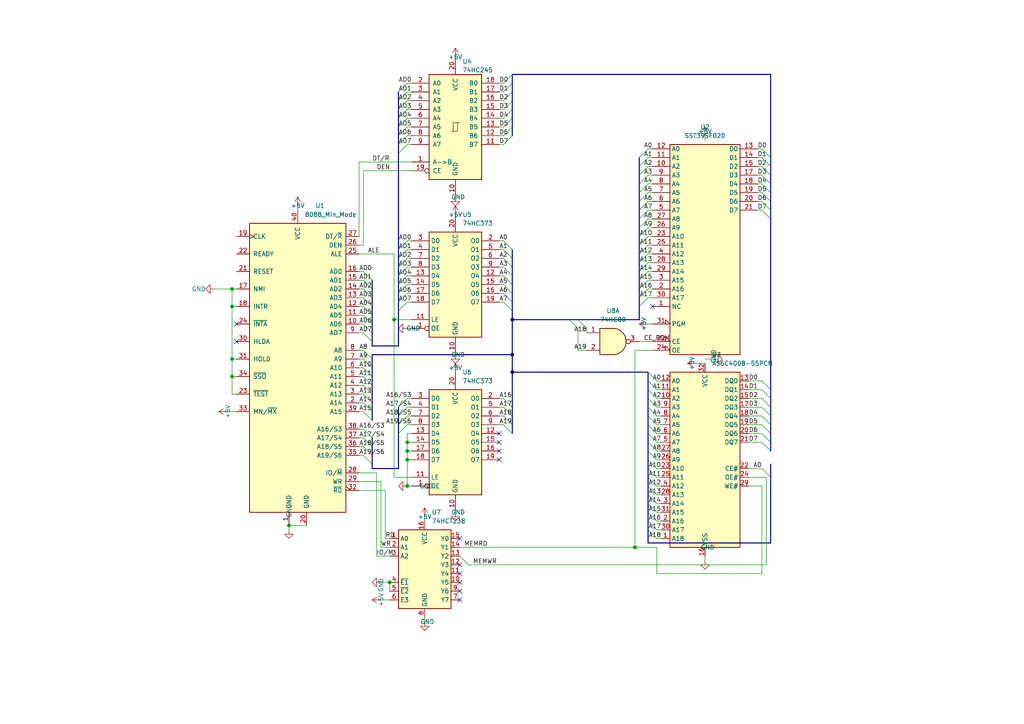
<source format=kicad_sch>
(kicad_sch (version 20211123) (generator eeschema)

  (uuid ea68ef5b-fe0c-435f-877d-666618e4d1bf)

  (paper "A4")

  (title_block
    (title "civil25")
    (rev "v0.1")
    (company "cyrilscott")
  )

  (lib_symbols
    (symbol "74xx:74HC00" (pin_names (offset 1.016)) (in_bom yes) (on_board yes)
      (property "Reference" "U" (id 0) (at 0 1.27 0)
        (effects (font (size 1.27 1.27)))
      )
      (property "Value" "74HC00" (id 1) (at 0 -1.27 0)
        (effects (font (size 1.27 1.27)))
      )
      (property "Footprint" "" (id 2) (at 0 0 0)
        (effects (font (size 1.27 1.27)) hide)
      )
      (property "Datasheet" "http://www.ti.com/lit/gpn/sn74hc00" (id 3) (at 0 0 0)
        (effects (font (size 1.27 1.27)) hide)
      )
      (property "ki_locked" "" (id 4) (at 0 0 0)
        (effects (font (size 1.27 1.27)))
      )
      (property "ki_keywords" "HCMOS nand 2-input" (id 5) (at 0 0 0)
        (effects (font (size 1.27 1.27)) hide)
      )
      (property "ki_description" "quad 2-input NAND gate" (id 6) (at 0 0 0)
        (effects (font (size 1.27 1.27)) hide)
      )
      (property "ki_fp_filters" "DIP*W7.62mm* SO14*" (id 7) (at 0 0 0)
        (effects (font (size 1.27 1.27)) hide)
      )
      (symbol "74HC00_1_1"
        (arc (start 0 -3.81) (mid 3.81 0) (end 0 3.81)
          (stroke (width 0.254) (type default) (color 0 0 0 0))
          (fill (type background))
        )
        (polyline
          (pts
            (xy 0 3.81)
            (xy -3.81 3.81)
            (xy -3.81 -3.81)
            (xy 0 -3.81)
          )
          (stroke (width 0.254) (type default) (color 0 0 0 0))
          (fill (type background))
        )
        (pin input line (at -7.62 2.54 0) (length 3.81)
          (name "~" (effects (font (size 1.27 1.27))))
          (number "1" (effects (font (size 1.27 1.27))))
        )
        (pin input line (at -7.62 -2.54 0) (length 3.81)
          (name "~" (effects (font (size 1.27 1.27))))
          (number "2" (effects (font (size 1.27 1.27))))
        )
        (pin output inverted (at 7.62 0 180) (length 3.81)
          (name "~" (effects (font (size 1.27 1.27))))
          (number "3" (effects (font (size 1.27 1.27))))
        )
      )
      (symbol "74HC00_1_2"
        (arc (start -3.81 -3.81) (mid -2.589 0) (end -3.81 3.81)
          (stroke (width 0.254) (type default) (color 0 0 0 0))
          (fill (type none))
        )
        (arc (start -0.6096 -3.81) (mid 2.1842 -2.5851) (end 3.81 0)
          (stroke (width 0.254) (type default) (color 0 0 0 0))
          (fill (type background))
        )
        (polyline
          (pts
            (xy -3.81 -3.81)
            (xy -0.635 -3.81)
          )
          (stroke (width 0.254) (type default) (color 0 0 0 0))
          (fill (type background))
        )
        (polyline
          (pts
            (xy -3.81 3.81)
            (xy -0.635 3.81)
          )
          (stroke (width 0.254) (type default) (color 0 0 0 0))
          (fill (type background))
        )
        (polyline
          (pts
            (xy -0.635 3.81)
            (xy -3.81 3.81)
            (xy -3.81 3.81)
            (xy -3.556 3.4036)
            (xy -3.0226 2.2606)
            (xy -2.6924 1.0414)
            (xy -2.6162 -0.254)
            (xy -2.7686 -1.4986)
            (xy -3.175 -2.7178)
            (xy -3.81 -3.81)
            (xy -3.81 -3.81)
            (xy -0.635 -3.81)
          )
          (stroke (width -25.4) (type default) (color 0 0 0 0))
          (fill (type background))
        )
        (arc (start 3.81 0) (mid 2.1915 2.5936) (end -0.6096 3.81)
          (stroke (width 0.254) (type default) (color 0 0 0 0))
          (fill (type background))
        )
        (pin input inverted (at -7.62 2.54 0) (length 4.318)
          (name "~" (effects (font (size 1.27 1.27))))
          (number "1" (effects (font (size 1.27 1.27))))
        )
        (pin input inverted (at -7.62 -2.54 0) (length 4.318)
          (name "~" (effects (font (size 1.27 1.27))))
          (number "2" (effects (font (size 1.27 1.27))))
        )
        (pin output line (at 7.62 0 180) (length 3.81)
          (name "~" (effects (font (size 1.27 1.27))))
          (number "3" (effects (font (size 1.27 1.27))))
        )
      )
      (symbol "74HC00_2_1"
        (arc (start 0 -3.81) (mid 3.81 0) (end 0 3.81)
          (stroke (width 0.254) (type default) (color 0 0 0 0))
          (fill (type background))
        )
        (polyline
          (pts
            (xy 0 3.81)
            (xy -3.81 3.81)
            (xy -3.81 -3.81)
            (xy 0 -3.81)
          )
          (stroke (width 0.254) (type default) (color 0 0 0 0))
          (fill (type background))
        )
        (pin input line (at -7.62 2.54 0) (length 3.81)
          (name "~" (effects (font (size 1.27 1.27))))
          (number "4" (effects (font (size 1.27 1.27))))
        )
        (pin input line (at -7.62 -2.54 0) (length 3.81)
          (name "~" (effects (font (size 1.27 1.27))))
          (number "5" (effects (font (size 1.27 1.27))))
        )
        (pin output inverted (at 7.62 0 180) (length 3.81)
          (name "~" (effects (font (size 1.27 1.27))))
          (number "6" (effects (font (size 1.27 1.27))))
        )
      )
      (symbol "74HC00_2_2"
        (arc (start -3.81 -3.81) (mid -2.589 0) (end -3.81 3.81)
          (stroke (width 0.254) (type default) (color 0 0 0 0))
          (fill (type none))
        )
        (arc (start -0.6096 -3.81) (mid 2.1842 -2.5851) (end 3.81 0)
          (stroke (width 0.254) (type default) (color 0 0 0 0))
          (fill (type background))
        )
        (polyline
          (pts
            (xy -3.81 -3.81)
            (xy -0.635 -3.81)
          )
          (stroke (width 0.254) (type default) (color 0 0 0 0))
          (fill (type background))
        )
        (polyline
          (pts
            (xy -3.81 3.81)
            (xy -0.635 3.81)
          )
          (stroke (width 0.254) (type default) (color 0 0 0 0))
          (fill (type background))
        )
        (polyline
          (pts
            (xy -0.635 3.81)
            (xy -3.81 3.81)
            (xy -3.81 3.81)
            (xy -3.556 3.4036)
            (xy -3.0226 2.2606)
            (xy -2.6924 1.0414)
            (xy -2.6162 -0.254)
            (xy -2.7686 -1.4986)
            (xy -3.175 -2.7178)
            (xy -3.81 -3.81)
            (xy -3.81 -3.81)
            (xy -0.635 -3.81)
          )
          (stroke (width -25.4) (type default) (color 0 0 0 0))
          (fill (type background))
        )
        (arc (start 3.81 0) (mid 2.1915 2.5936) (end -0.6096 3.81)
          (stroke (width 0.254) (type default) (color 0 0 0 0))
          (fill (type background))
        )
        (pin input inverted (at -7.62 2.54 0) (length 4.318)
          (name "~" (effects (font (size 1.27 1.27))))
          (number "4" (effects (font (size 1.27 1.27))))
        )
        (pin input inverted (at -7.62 -2.54 0) (length 4.318)
          (name "~" (effects (font (size 1.27 1.27))))
          (number "5" (effects (font (size 1.27 1.27))))
        )
        (pin output line (at 7.62 0 180) (length 3.81)
          (name "~" (effects (font (size 1.27 1.27))))
          (number "6" (effects (font (size 1.27 1.27))))
        )
      )
      (symbol "74HC00_3_1"
        (arc (start 0 -3.81) (mid 3.81 0) (end 0 3.81)
          (stroke (width 0.254) (type default) (color 0 0 0 0))
          (fill (type background))
        )
        (polyline
          (pts
            (xy 0 3.81)
            (xy -3.81 3.81)
            (xy -3.81 -3.81)
            (xy 0 -3.81)
          )
          (stroke (width 0.254) (type default) (color 0 0 0 0))
          (fill (type background))
        )
        (pin input line (at -7.62 -2.54 0) (length 3.81)
          (name "~" (effects (font (size 1.27 1.27))))
          (number "10" (effects (font (size 1.27 1.27))))
        )
        (pin output inverted (at 7.62 0 180) (length 3.81)
          (name "~" (effects (font (size 1.27 1.27))))
          (number "8" (effects (font (size 1.27 1.27))))
        )
        (pin input line (at -7.62 2.54 0) (length 3.81)
          (name "~" (effects (font (size 1.27 1.27))))
          (number "9" (effects (font (size 1.27 1.27))))
        )
      )
      (symbol "74HC00_3_2"
        (arc (start -3.81 -3.81) (mid -2.589 0) (end -3.81 3.81)
          (stroke (width 0.254) (type default) (color 0 0 0 0))
          (fill (type none))
        )
        (arc (start -0.6096 -3.81) (mid 2.1842 -2.5851) (end 3.81 0)
          (stroke (width 0.254) (type default) (color 0 0 0 0))
          (fill (type background))
        )
        (polyline
          (pts
            (xy -3.81 -3.81)
            (xy -0.635 -3.81)
          )
          (stroke (width 0.254) (type default) (color 0 0 0 0))
          (fill (type background))
        )
        (polyline
          (pts
            (xy -3.81 3.81)
            (xy -0.635 3.81)
          )
          (stroke (width 0.254) (type default) (color 0 0 0 0))
          (fill (type background))
        )
        (polyline
          (pts
            (xy -0.635 3.81)
            (xy -3.81 3.81)
            (xy -3.81 3.81)
            (xy -3.556 3.4036)
            (xy -3.0226 2.2606)
            (xy -2.6924 1.0414)
            (xy -2.6162 -0.254)
            (xy -2.7686 -1.4986)
            (xy -3.175 -2.7178)
            (xy -3.81 -3.81)
            (xy -3.81 -3.81)
            (xy -0.635 -3.81)
          )
          (stroke (width -25.4) (type default) (color 0 0 0 0))
          (fill (type background))
        )
        (arc (start 3.81 0) (mid 2.1915 2.5936) (end -0.6096 3.81)
          (stroke (width 0.254) (type default) (color 0 0 0 0))
          (fill (type background))
        )
        (pin input inverted (at -7.62 -2.54 0) (length 4.318)
          (name "~" (effects (font (size 1.27 1.27))))
          (number "10" (effects (font (size 1.27 1.27))))
        )
        (pin output line (at 7.62 0 180) (length 3.81)
          (name "~" (effects (font (size 1.27 1.27))))
          (number "8" (effects (font (size 1.27 1.27))))
        )
        (pin input inverted (at -7.62 2.54 0) (length 4.318)
          (name "~" (effects (font (size 1.27 1.27))))
          (number "9" (effects (font (size 1.27 1.27))))
        )
      )
      (symbol "74HC00_4_1"
        (arc (start 0 -3.81) (mid 3.81 0) (end 0 3.81)
          (stroke (width 0.254) (type default) (color 0 0 0 0))
          (fill (type background))
        )
        (polyline
          (pts
            (xy 0 3.81)
            (xy -3.81 3.81)
            (xy -3.81 -3.81)
            (xy 0 -3.81)
          )
          (stroke (width 0.254) (type default) (color 0 0 0 0))
          (fill (type background))
        )
        (pin output inverted (at 7.62 0 180) (length 3.81)
          (name "~" (effects (font (size 1.27 1.27))))
          (number "11" (effects (font (size 1.27 1.27))))
        )
        (pin input line (at -7.62 2.54 0) (length 3.81)
          (name "~" (effects (font (size 1.27 1.27))))
          (number "12" (effects (font (size 1.27 1.27))))
        )
        (pin input line (at -7.62 -2.54 0) (length 3.81)
          (name "~" (effects (font (size 1.27 1.27))))
          (number "13" (effects (font (size 1.27 1.27))))
        )
      )
      (symbol "74HC00_4_2"
        (arc (start -3.81 -3.81) (mid -2.589 0) (end -3.81 3.81)
          (stroke (width 0.254) (type default) (color 0 0 0 0))
          (fill (type none))
        )
        (arc (start -0.6096 -3.81) (mid 2.1842 -2.5851) (end 3.81 0)
          (stroke (width 0.254) (type default) (color 0 0 0 0))
          (fill (type background))
        )
        (polyline
          (pts
            (xy -3.81 -3.81)
            (xy -0.635 -3.81)
          )
          (stroke (width 0.254) (type default) (color 0 0 0 0))
          (fill (type background))
        )
        (polyline
          (pts
            (xy -3.81 3.81)
            (xy -0.635 3.81)
          )
          (stroke (width 0.254) (type default) (color 0 0 0 0))
          (fill (type background))
        )
        (polyline
          (pts
            (xy -0.635 3.81)
            (xy -3.81 3.81)
            (xy -3.81 3.81)
            (xy -3.556 3.4036)
            (xy -3.0226 2.2606)
            (xy -2.6924 1.0414)
            (xy -2.6162 -0.254)
            (xy -2.7686 -1.4986)
            (xy -3.175 -2.7178)
            (xy -3.81 -3.81)
            (xy -3.81 -3.81)
            (xy -0.635 -3.81)
          )
          (stroke (width -25.4) (type default) (color 0 0 0 0))
          (fill (type background))
        )
        (arc (start 3.81 0) (mid 2.1915 2.5936) (end -0.6096 3.81)
          (stroke (width 0.254) (type default) (color 0 0 0 0))
          (fill (type background))
        )
        (pin output line (at 7.62 0 180) (length 3.81)
          (name "~" (effects (font (size 1.27 1.27))))
          (number "11" (effects (font (size 1.27 1.27))))
        )
        (pin input inverted (at -7.62 2.54 0) (length 4.318)
          (name "~" (effects (font (size 1.27 1.27))))
          (number "12" (effects (font (size 1.27 1.27))))
        )
        (pin input inverted (at -7.62 -2.54 0) (length 4.318)
          (name "~" (effects (font (size 1.27 1.27))))
          (number "13" (effects (font (size 1.27 1.27))))
        )
      )
      (symbol "74HC00_5_0"
        (pin power_in line (at 0 12.7 270) (length 5.08)
          (name "VCC" (effects (font (size 1.27 1.27))))
          (number "14" (effects (font (size 1.27 1.27))))
        )
        (pin power_in line (at 0 -12.7 90) (length 5.08)
          (name "GND" (effects (font (size 1.27 1.27))))
          (number "7" (effects (font (size 1.27 1.27))))
        )
      )
      (symbol "74HC00_5_1"
        (rectangle (start -5.08 7.62) (end 5.08 -7.62)
          (stroke (width 0.254) (type default) (color 0 0 0 0))
          (fill (type background))
        )
      )
    )
    (symbol "74xx:74HC245" (pin_names (offset 1.016)) (in_bom yes) (on_board yes)
      (property "Reference" "U" (id 0) (at -7.62 16.51 0)
        (effects (font (size 1.27 1.27)))
      )
      (property "Value" "74HC245" (id 1) (at -7.62 -16.51 0)
        (effects (font (size 1.27 1.27)))
      )
      (property "Footprint" "" (id 2) (at 0 0 0)
        (effects (font (size 1.27 1.27)) hide)
      )
      (property "Datasheet" "http://www.ti.com/lit/gpn/sn74HC245" (id 3) (at 0 0 0)
        (effects (font (size 1.27 1.27)) hide)
      )
      (property "ki_locked" "" (id 4) (at 0 0 0)
        (effects (font (size 1.27 1.27)))
      )
      (property "ki_keywords" "HCMOS BUS 3State" (id 5) (at 0 0 0)
        (effects (font (size 1.27 1.27)) hide)
      )
      (property "ki_description" "Octal BUS Transceivers, 3-State outputs" (id 6) (at 0 0 0)
        (effects (font (size 1.27 1.27)) hide)
      )
      (property "ki_fp_filters" "DIP?20*" (id 7) (at 0 0 0)
        (effects (font (size 1.27 1.27)) hide)
      )
      (symbol "74HC245_1_0"
        (polyline
          (pts
            (xy -0.635 -1.27)
            (xy -0.635 1.27)
            (xy 0.635 1.27)
          )
          (stroke (width 0) (type default) (color 0 0 0 0))
          (fill (type none))
        )
        (polyline
          (pts
            (xy -1.27 -1.27)
            (xy 0.635 -1.27)
            (xy 0.635 1.27)
            (xy 1.27 1.27)
          )
          (stroke (width 0) (type default) (color 0 0 0 0))
          (fill (type none))
        )
        (pin input line (at -12.7 -10.16 0) (length 5.08)
          (name "A->B" (effects (font (size 1.27 1.27))))
          (number "1" (effects (font (size 1.27 1.27))))
        )
        (pin power_in line (at 0 -20.32 90) (length 5.08)
          (name "GND" (effects (font (size 1.27 1.27))))
          (number "10" (effects (font (size 1.27 1.27))))
        )
        (pin tri_state line (at 12.7 -5.08 180) (length 5.08)
          (name "B7" (effects (font (size 1.27 1.27))))
          (number "11" (effects (font (size 1.27 1.27))))
        )
        (pin tri_state line (at 12.7 -2.54 180) (length 5.08)
          (name "B6" (effects (font (size 1.27 1.27))))
          (number "12" (effects (font (size 1.27 1.27))))
        )
        (pin tri_state line (at 12.7 0 180) (length 5.08)
          (name "B5" (effects (font (size 1.27 1.27))))
          (number "13" (effects (font (size 1.27 1.27))))
        )
        (pin tri_state line (at 12.7 2.54 180) (length 5.08)
          (name "B4" (effects (font (size 1.27 1.27))))
          (number "14" (effects (font (size 1.27 1.27))))
        )
        (pin tri_state line (at 12.7 5.08 180) (length 5.08)
          (name "B3" (effects (font (size 1.27 1.27))))
          (number "15" (effects (font (size 1.27 1.27))))
        )
        (pin tri_state line (at 12.7 7.62 180) (length 5.08)
          (name "B2" (effects (font (size 1.27 1.27))))
          (number "16" (effects (font (size 1.27 1.27))))
        )
        (pin tri_state line (at 12.7 10.16 180) (length 5.08)
          (name "B1" (effects (font (size 1.27 1.27))))
          (number "17" (effects (font (size 1.27 1.27))))
        )
        (pin tri_state line (at 12.7 12.7 180) (length 5.08)
          (name "B0" (effects (font (size 1.27 1.27))))
          (number "18" (effects (font (size 1.27 1.27))))
        )
        (pin input inverted (at -12.7 -12.7 0) (length 5.08)
          (name "CE" (effects (font (size 1.27 1.27))))
          (number "19" (effects (font (size 1.27 1.27))))
        )
        (pin tri_state line (at -12.7 12.7 0) (length 5.08)
          (name "A0" (effects (font (size 1.27 1.27))))
          (number "2" (effects (font (size 1.27 1.27))))
        )
        (pin power_in line (at 0 20.32 270) (length 5.08)
          (name "VCC" (effects (font (size 1.27 1.27))))
          (number "20" (effects (font (size 1.27 1.27))))
        )
        (pin tri_state line (at -12.7 10.16 0) (length 5.08)
          (name "A1" (effects (font (size 1.27 1.27))))
          (number "3" (effects (font (size 1.27 1.27))))
        )
        (pin tri_state line (at -12.7 7.62 0) (length 5.08)
          (name "A2" (effects (font (size 1.27 1.27))))
          (number "4" (effects (font (size 1.27 1.27))))
        )
        (pin tri_state line (at -12.7 5.08 0) (length 5.08)
          (name "A3" (effects (font (size 1.27 1.27))))
          (number "5" (effects (font (size 1.27 1.27))))
        )
        (pin tri_state line (at -12.7 2.54 0) (length 5.08)
          (name "A4" (effects (font (size 1.27 1.27))))
          (number "6" (effects (font (size 1.27 1.27))))
        )
        (pin tri_state line (at -12.7 0 0) (length 5.08)
          (name "A5" (effects (font (size 1.27 1.27))))
          (number "7" (effects (font (size 1.27 1.27))))
        )
        (pin tri_state line (at -12.7 -2.54 0) (length 5.08)
          (name "A6" (effects (font (size 1.27 1.27))))
          (number "8" (effects (font (size 1.27 1.27))))
        )
        (pin tri_state line (at -12.7 -5.08 0) (length 5.08)
          (name "A7" (effects (font (size 1.27 1.27))))
          (number "9" (effects (font (size 1.27 1.27))))
        )
      )
      (symbol "74HC245_1_1"
        (rectangle (start -7.62 15.24) (end 7.62 -15.24)
          (stroke (width 0.254) (type default) (color 0 0 0 0))
          (fill (type background))
        )
      )
    )
    (symbol "74xx:74HC373" (in_bom yes) (on_board yes)
      (property "Reference" "U" (id 0) (at -7.62 16.51 0)
        (effects (font (size 1.27 1.27)))
      )
      (property "Value" "74HC373" (id 1) (at -7.62 -16.51 0)
        (effects (font (size 1.27 1.27)))
      )
      (property "Footprint" "" (id 2) (at 0 0 0)
        (effects (font (size 1.27 1.27)) hide)
      )
      (property "Datasheet" "https://www.ti.com/lit/ds/symlink/cd54hc373.pdf" (id 3) (at 0 0 0)
        (effects (font (size 1.27 1.27)) hide)
      )
      (property "ki_keywords" "HCMOS REG DFF DFF8 LATCH" (id 4) (at 0 0 0)
        (effects (font (size 1.27 1.27)) hide)
      )
      (property "ki_description" "8-bit Latch, 3-state outputs" (id 5) (at 0 0 0)
        (effects (font (size 1.27 1.27)) hide)
      )
      (property "ki_fp_filters" "DIP?20* SOIC?20* SO?20* SSOP?20* TSSOP?20*" (id 6) (at 0 0 0)
        (effects (font (size 1.27 1.27)) hide)
      )
      (symbol "74HC373_1_0"
        (pin input inverted (at -12.7 -12.7 0) (length 5.08)
          (name "OE" (effects (font (size 1.27 1.27))))
          (number "1" (effects (font (size 1.27 1.27))))
        )
        (pin power_in line (at 0 -20.32 90) (length 5.08)
          (name "GND" (effects (font (size 1.27 1.27))))
          (number "10" (effects (font (size 1.27 1.27))))
        )
        (pin input line (at -12.7 -10.16 0) (length 5.08)
          (name "LE" (effects (font (size 1.27 1.27))))
          (number "11" (effects (font (size 1.27 1.27))))
        )
        (pin tri_state line (at 12.7 2.54 180) (length 5.08)
          (name "O4" (effects (font (size 1.27 1.27))))
          (number "12" (effects (font (size 1.27 1.27))))
        )
        (pin input line (at -12.7 2.54 0) (length 5.08)
          (name "D4" (effects (font (size 1.27 1.27))))
          (number "13" (effects (font (size 1.27 1.27))))
        )
        (pin input line (at -12.7 0 0) (length 5.08)
          (name "D5" (effects (font (size 1.27 1.27))))
          (number "14" (effects (font (size 1.27 1.27))))
        )
        (pin tri_state line (at 12.7 0 180) (length 5.08)
          (name "O5" (effects (font (size 1.27 1.27))))
          (number "15" (effects (font (size 1.27 1.27))))
        )
        (pin tri_state line (at 12.7 -2.54 180) (length 5.08)
          (name "O6" (effects (font (size 1.27 1.27))))
          (number "16" (effects (font (size 1.27 1.27))))
        )
        (pin input line (at -12.7 -2.54 0) (length 5.08)
          (name "D6" (effects (font (size 1.27 1.27))))
          (number "17" (effects (font (size 1.27 1.27))))
        )
        (pin input line (at -12.7 -5.08 0) (length 5.08)
          (name "D7" (effects (font (size 1.27 1.27))))
          (number "18" (effects (font (size 1.27 1.27))))
        )
        (pin tri_state line (at 12.7 -5.08 180) (length 5.08)
          (name "O7" (effects (font (size 1.27 1.27))))
          (number "19" (effects (font (size 1.27 1.27))))
        )
        (pin tri_state line (at 12.7 12.7 180) (length 5.08)
          (name "O0" (effects (font (size 1.27 1.27))))
          (number "2" (effects (font (size 1.27 1.27))))
        )
        (pin power_in line (at 0 20.32 270) (length 5.08)
          (name "VCC" (effects (font (size 1.27 1.27))))
          (number "20" (effects (font (size 1.27 1.27))))
        )
        (pin input line (at -12.7 12.7 0) (length 5.08)
          (name "D0" (effects (font (size 1.27 1.27))))
          (number "3" (effects (font (size 1.27 1.27))))
        )
        (pin input line (at -12.7 10.16 0) (length 5.08)
          (name "D1" (effects (font (size 1.27 1.27))))
          (number "4" (effects (font (size 1.27 1.27))))
        )
        (pin tri_state line (at 12.7 10.16 180) (length 5.08)
          (name "O1" (effects (font (size 1.27 1.27))))
          (number "5" (effects (font (size 1.27 1.27))))
        )
        (pin tri_state line (at 12.7 7.62 180) (length 5.08)
          (name "O2" (effects (font (size 1.27 1.27))))
          (number "6" (effects (font (size 1.27 1.27))))
        )
        (pin input line (at -12.7 7.62 0) (length 5.08)
          (name "D2" (effects (font (size 1.27 1.27))))
          (number "7" (effects (font (size 1.27 1.27))))
        )
        (pin input line (at -12.7 5.08 0) (length 5.08)
          (name "D3" (effects (font (size 1.27 1.27))))
          (number "8" (effects (font (size 1.27 1.27))))
        )
        (pin tri_state line (at 12.7 5.08 180) (length 5.08)
          (name "O3" (effects (font (size 1.27 1.27))))
          (number "9" (effects (font (size 1.27 1.27))))
        )
      )
      (symbol "74HC373_1_1"
        (rectangle (start -7.62 15.24) (end 7.62 -15.24)
          (stroke (width 0.254) (type default) (color 0 0 0 0))
          (fill (type background))
        )
      )
    )
    (symbol "74xx:74HCT238" (in_bom yes) (on_board yes)
      (property "Reference" "U" (id 0) (at -7.62 13.97 0)
        (effects (font (size 1.27 1.27)) (justify left bottom))
      )
      (property "Value" "74HCT238" (id 1) (at 2.54 -11.43 0)
        (effects (font (size 1.27 1.27)) (justify left top))
      )
      (property "Footprint" "" (id 2) (at 0 0 0)
        (effects (font (size 1.27 1.27)) hide)
      )
      (property "Datasheet" "https://www.ti.com/lit/ds/symlink/cd74hc238.pdf" (id 3) (at 0 0 0)
        (effects (font (size 1.27 1.27)) hide)
      )
      (property "ki_keywords" "demux" (id 4) (at 0 0 0)
        (effects (font (size 1.27 1.27)) hide)
      )
      (property "ki_description" "3-to-8 line decoder/multiplexer, DIP-16/SOIC-16/SSOP-16" (id 5) (at 0 0 0)
        (effects (font (size 1.27 1.27)) hide)
      )
      (property "ki_fp_filters" "DIP*W7.62mm* SOIC*3.9x9.9mm*P1.27mm* TSSOP*4.4x5mm*P0.65mm*" (id 6) (at 0 0 0)
        (effects (font (size 1.27 1.27)) hide)
      )
      (symbol "74HCT238_0_1"
        (rectangle (start -7.62 12.7) (end 7.62 -10.16)
          (stroke (width 0.254) (type default) (color 0 0 0 0))
          (fill (type background))
        )
      )
      (symbol "74HCT238_1_1"
        (pin input line (at -10.16 10.16 0) (length 2.54)
          (name "A0" (effects (font (size 1.27 1.27))))
          (number "1" (effects (font (size 1.27 1.27))))
        )
        (pin output line (at 10.16 -2.54 180) (length 2.54)
          (name "Y5" (effects (font (size 1.27 1.27))))
          (number "10" (effects (font (size 1.27 1.27))))
        )
        (pin output line (at 10.16 0 180) (length 2.54)
          (name "Y4" (effects (font (size 1.27 1.27))))
          (number "11" (effects (font (size 1.27 1.27))))
        )
        (pin output line (at 10.16 2.54 180) (length 2.54)
          (name "Y3" (effects (font (size 1.27 1.27))))
          (number "12" (effects (font (size 1.27 1.27))))
        )
        (pin output line (at 10.16 5.08 180) (length 2.54)
          (name "Y2" (effects (font (size 1.27 1.27))))
          (number "13" (effects (font (size 1.27 1.27))))
        )
        (pin output line (at 10.16 7.62 180) (length 2.54)
          (name "Y1" (effects (font (size 1.27 1.27))))
          (number "14" (effects (font (size 1.27 1.27))))
        )
        (pin output line (at 10.16 10.16 180) (length 2.54)
          (name "Y0" (effects (font (size 1.27 1.27))))
          (number "15" (effects (font (size 1.27 1.27))))
        )
        (pin power_in line (at 0 15.24 270) (length 2.54)
          (name "VCC" (effects (font (size 1.27 1.27))))
          (number "16" (effects (font (size 1.27 1.27))))
        )
        (pin input line (at -10.16 7.62 0) (length 2.54)
          (name "A1" (effects (font (size 1.27 1.27))))
          (number "2" (effects (font (size 1.27 1.27))))
        )
        (pin input line (at -10.16 5.08 0) (length 2.54)
          (name "A2" (effects (font (size 1.27 1.27))))
          (number "3" (effects (font (size 1.27 1.27))))
        )
        (pin input line (at -10.16 -2.54 0) (length 2.54)
          (name "~{E1}" (effects (font (size 1.27 1.27))))
          (number "4" (effects (font (size 1.27 1.27))))
        )
        (pin input line (at -10.16 -5.08 0) (length 2.54)
          (name "~{E2}" (effects (font (size 1.27 1.27))))
          (number "5" (effects (font (size 1.27 1.27))))
        )
        (pin input line (at -10.16 -7.62 0) (length 2.54)
          (name "E3" (effects (font (size 1.27 1.27))))
          (number "6" (effects (font (size 1.27 1.27))))
        )
        (pin output line (at 10.16 -7.62 180) (length 2.54)
          (name "Y7" (effects (font (size 1.27 1.27))))
          (number "7" (effects (font (size 1.27 1.27))))
        )
        (pin power_in line (at 0 -12.7 90) (length 2.54)
          (name "GND" (effects (font (size 1.27 1.27))))
          (number "8" (effects (font (size 1.27 1.27))))
        )
        (pin output line (at 10.16 -5.08 180) (length 2.54)
          (name "Y6" (effects (font (size 1.27 1.27))))
          (number "9" (effects (font (size 1.27 1.27))))
        )
      )
    )
    (symbol "MCU_Intel:8088_Min_Mode" (pin_names (offset 1.016)) (in_bom yes) (on_board yes)
      (property "Reference" "U" (id 0) (at -12.7 43.18 0)
        (effects (font (size 1.27 1.27)))
      )
      (property "Value" "8088_Min_Mode" (id 1) (at 10.16 43.18 0)
        (effects (font (size 1.27 1.27)))
      )
      (property "Footprint" "Package_DIP:DIP-40_W15.24mm" (id 2) (at 1.27 2.54 0)
        (effects (font (size 1.27 1.27) italic) hide)
      )
      (property "Datasheet" "http://datasheets.chipdb.org/Intel/x86/808x/datashts/8088/231456-006.pdf" (id 3) (at 0 1.27 0)
        (effects (font (size 1.27 1.27)) hide)
      )
      (property "ki_keywords" "MPRO" (id 4) (at 0 0 0)
        (effects (font (size 1.27 1.27)) hide)
      )
      (property "ki_description" "8088 (minimum mode), 8-Bit HMOS Microprocessor, PDIP-40" (id 5) (at 0 0 0)
        (effects (font (size 1.27 1.27)) hide)
      )
      (property "ki_fp_filters" "DIP*W15.24mm*" (id 6) (at 0 0 0)
        (effects (font (size 1.27 1.27)) hide)
      )
      (symbol "8088_Min_Mode_0_1"
        (rectangle (start 13.97 -41.91) (end -13.97 41.91)
          (stroke (width 0.254) (type default) (color 0 0 0 0))
          (fill (type background))
        )
      )
      (symbol "8088_Min_Mode_1_1"
        (pin power_in line (at -2.54 -45.72 90) (length 3.81)
          (name "GND" (effects (font (size 1.27 1.27))))
          (number "1" (effects (font (size 1.27 1.27))))
        )
        (pin bidirectional line (at 17.78 12.7 180) (length 3.81)
          (name "AD6" (effects (font (size 1.27 1.27))))
          (number "10" (effects (font (size 1.27 1.27))))
        )
        (pin bidirectional line (at 17.78 15.24 180) (length 3.81)
          (name "AD5" (effects (font (size 1.27 1.27))))
          (number "11" (effects (font (size 1.27 1.27))))
        )
        (pin bidirectional line (at 17.78 17.78 180) (length 3.81)
          (name "AD4" (effects (font (size 1.27 1.27))))
          (number "12" (effects (font (size 1.27 1.27))))
        )
        (pin bidirectional line (at 17.78 20.32 180) (length 3.81)
          (name "AD3" (effects (font (size 1.27 1.27))))
          (number "13" (effects (font (size 1.27 1.27))))
        )
        (pin bidirectional line (at 17.78 22.86 180) (length 3.81)
          (name "AD2" (effects (font (size 1.27 1.27))))
          (number "14" (effects (font (size 1.27 1.27))))
        )
        (pin bidirectional line (at 17.78 25.4 180) (length 3.81)
          (name "AD1" (effects (font (size 1.27 1.27))))
          (number "15" (effects (font (size 1.27 1.27))))
        )
        (pin bidirectional line (at 17.78 27.94 180) (length 3.81)
          (name "AD0" (effects (font (size 1.27 1.27))))
          (number "16" (effects (font (size 1.27 1.27))))
        )
        (pin input line (at -17.78 22.86 0) (length 3.81)
          (name "NMI" (effects (font (size 1.27 1.27))))
          (number "17" (effects (font (size 1.27 1.27))))
        )
        (pin input line (at -17.78 17.78 0) (length 3.81)
          (name "INTR" (effects (font (size 1.27 1.27))))
          (number "18" (effects (font (size 1.27 1.27))))
        )
        (pin input clock (at -17.78 38.1 0) (length 3.81)
          (name "CLK" (effects (font (size 1.27 1.27))))
          (number "19" (effects (font (size 1.27 1.27))))
        )
        (pin output line (at 17.78 -10.16 180) (length 3.81)
          (name "A14" (effects (font (size 1.27 1.27))))
          (number "2" (effects (font (size 1.27 1.27))))
        )
        (pin power_in line (at 2.54 -45.72 90) (length 3.81)
          (name "GND" (effects (font (size 1.27 1.27))))
          (number "20" (effects (font (size 1.27 1.27))))
        )
        (pin input line (at -17.78 27.94 0) (length 3.81)
          (name "RESET" (effects (font (size 1.27 1.27))))
          (number "21" (effects (font (size 1.27 1.27))))
        )
        (pin input line (at -17.78 33.02 0) (length 3.81)
          (name "READY" (effects (font (size 1.27 1.27))))
          (number "22" (effects (font (size 1.27 1.27))))
        )
        (pin input line (at -17.78 -7.62 0) (length 3.81)
          (name "~{TEST}" (effects (font (size 1.27 1.27))))
          (number "23" (effects (font (size 1.27 1.27))))
        )
        (pin output line (at -17.78 12.7 0) (length 3.81)
          (name "~{INTA}" (effects (font (size 1.27 1.27))))
          (number "24" (effects (font (size 1.27 1.27))))
        )
        (pin output line (at 17.78 33.02 180) (length 3.81)
          (name "ALE" (effects (font (size 1.27 1.27))))
          (number "25" (effects (font (size 1.27 1.27))))
        )
        (pin output line (at 17.78 35.56 180) (length 3.81)
          (name "DEN" (effects (font (size 1.27 1.27))))
          (number "26" (effects (font (size 1.27 1.27))))
        )
        (pin output line (at 17.78 38.1 180) (length 3.81)
          (name "DT/~{R}" (effects (font (size 1.27 1.27))))
          (number "27" (effects (font (size 1.27 1.27))))
        )
        (pin output line (at 17.78 -30.48 180) (length 3.81)
          (name "IO/~{M}" (effects (font (size 1.27 1.27))))
          (number "28" (effects (font (size 1.27 1.27))))
        )
        (pin output line (at 17.78 -33.02 180) (length 3.81)
          (name "WR" (effects (font (size 1.27 1.27))))
          (number "29" (effects (font (size 1.27 1.27))))
        )
        (pin output line (at 17.78 -7.62 180) (length 3.81)
          (name "A13" (effects (font (size 1.27 1.27))))
          (number "3" (effects (font (size 1.27 1.27))))
        )
        (pin output line (at -17.78 7.62 0) (length 3.81)
          (name "HLDA" (effects (font (size 1.27 1.27))))
          (number "30" (effects (font (size 1.27 1.27))))
        )
        (pin input line (at -17.78 2.54 0) (length 3.81)
          (name "HOLD" (effects (font (size 1.27 1.27))))
          (number "31" (effects (font (size 1.27 1.27))))
        )
        (pin output output_low (at 17.78 -35.56 180) (length 3.81)
          (name "~{RD}" (effects (font (size 1.27 1.27))))
          (number "32" (effects (font (size 1.27 1.27))))
        )
        (pin input line (at -17.78 -12.7 0) (length 3.81)
          (name "MN/~{MX}" (effects (font (size 1.27 1.27))))
          (number "33" (effects (font (size 1.27 1.27))))
        )
        (pin output line (at -17.78 -2.54 0) (length 3.81)
          (name "~{SSO}" (effects (font (size 1.27 1.27))))
          (number "34" (effects (font (size 1.27 1.27))))
        )
        (pin output line (at 17.78 -25.4 180) (length 3.81)
          (name "A19/S6" (effects (font (size 1.27 1.27))))
          (number "35" (effects (font (size 1.27 1.27))))
        )
        (pin output line (at 17.78 -22.86 180) (length 3.81)
          (name "A18/S5" (effects (font (size 1.27 1.27))))
          (number "36" (effects (font (size 1.27 1.27))))
        )
        (pin output line (at 17.78 -20.32 180) (length 3.81)
          (name "A17/S4" (effects (font (size 1.27 1.27))))
          (number "37" (effects (font (size 1.27 1.27))))
        )
        (pin output line (at 17.78 -17.78 180) (length 3.81)
          (name "A16/S3" (effects (font (size 1.27 1.27))))
          (number "38" (effects (font (size 1.27 1.27))))
        )
        (pin output line (at 17.78 -12.7 180) (length 3.81)
          (name "A15" (effects (font (size 1.27 1.27))))
          (number "39" (effects (font (size 1.27 1.27))))
        )
        (pin output line (at 17.78 -5.08 180) (length 3.81)
          (name "A12" (effects (font (size 1.27 1.27))))
          (number "4" (effects (font (size 1.27 1.27))))
        )
        (pin power_in line (at 0 45.72 270) (length 3.81)
          (name "VCC" (effects (font (size 1.27 1.27))))
          (number "40" (effects (font (size 1.27 1.27))))
        )
        (pin output line (at 17.78 -2.54 180) (length 3.81)
          (name "A11" (effects (font (size 1.27 1.27))))
          (number "5" (effects (font (size 1.27 1.27))))
        )
        (pin output line (at 17.78 0 180) (length 3.81)
          (name "A10" (effects (font (size 1.27 1.27))))
          (number "6" (effects (font (size 1.27 1.27))))
        )
        (pin output line (at 17.78 2.54 180) (length 3.81)
          (name "A9" (effects (font (size 1.27 1.27))))
          (number "7" (effects (font (size 1.27 1.27))))
        )
        (pin output line (at 17.78 5.08 180) (length 3.81)
          (name "A8" (effects (font (size 1.27 1.27))))
          (number "8" (effects (font (size 1.27 1.27))))
        )
        (pin bidirectional line (at 17.78 10.16 180) (length 3.81)
          (name "AD7" (effects (font (size 1.27 1.27))))
          (number "9" (effects (font (size 1.27 1.27))))
        )
      )
    )
    (symbol "Memory_Flash:SST39SF020" (in_bom yes) (on_board yes)
      (property "Reference" "U" (id 0) (at 2.54 33.02 0)
        (effects (font (size 1.27 1.27)))
      )
      (property "Value" "SST39SF020" (id 1) (at 0 -30.48 0)
        (effects (font (size 1.27 1.27)))
      )
      (property "Footprint" "" (id 2) (at 0 7.62 0)
        (effects (font (size 1.27 1.27)) hide)
      )
      (property "Datasheet" "http://ww1.microchip.com/downloads/en/DeviceDoc/25022B.pdf" (id 3) (at 0 7.62 0)
        (effects (font (size 1.27 1.27)) hide)
      )
      (property "ki_keywords" "256k flash rom" (id 4) (at 0 0 0)
        (effects (font (size 1.27 1.27)) hide)
      )
      (property "ki_description" "Silicon Storage Technology (SSF) 256k x 8 Flash ROM" (id 5) (at 0 0 0)
        (effects (font (size 1.27 1.27)) hide)
      )
      (symbol "SST39SF020_0_0"
        (pin power_in line (at 0 -30.48 90) (length 1.27) hide
          (name "GND" (effects (font (size 1.27 1.27))))
          (number "16" (effects (font (size 1.27 1.27))))
        )
        (pin power_in line (at 0 33.02 270) (length 1.27) hide
          (name "VCC" (effects (font (size 1.27 1.27))))
          (number "32" (effects (font (size 1.27 1.27))))
        )
      )
      (symbol "SST39SF020_0_1"
        (rectangle (start -10.16 31.75) (end 10.16 -29.21)
          (stroke (width 0.254) (type default) (color 0 0 0 0))
          (fill (type background))
        )
      )
      (symbol "SST39SF020_1_1"
        (pin input line (at -15.24 -15.24 0) (length 5.08)
          (name "NC" (effects (font (size 1.27 1.27))))
          (number "1" (effects (font (size 1.27 1.27))))
        )
        (pin input line (at -15.24 25.4 0) (length 5.08)
          (name "A2" (effects (font (size 1.27 1.27))))
          (number "10" (effects (font (size 1.27 1.27))))
        )
        (pin input line (at -15.24 27.94 0) (length 5.08)
          (name "A1" (effects (font (size 1.27 1.27))))
          (number "11" (effects (font (size 1.27 1.27))))
        )
        (pin input line (at -15.24 30.48 0) (length 5.08)
          (name "A0" (effects (font (size 1.27 1.27))))
          (number "12" (effects (font (size 1.27 1.27))))
        )
        (pin tri_state line (at 15.24 30.48 180) (length 5.08)
          (name "D0" (effects (font (size 1.27 1.27))))
          (number "13" (effects (font (size 1.27 1.27))))
        )
        (pin tri_state line (at 15.24 27.94 180) (length 5.08)
          (name "D1" (effects (font (size 1.27 1.27))))
          (number "14" (effects (font (size 1.27 1.27))))
        )
        (pin tri_state line (at 15.24 25.4 180) (length 5.08)
          (name "D2" (effects (font (size 1.27 1.27))))
          (number "15" (effects (font (size 1.27 1.27))))
        )
        (pin tri_state line (at 15.24 22.86 180) (length 5.08)
          (name "D3" (effects (font (size 1.27 1.27))))
          (number "17" (effects (font (size 1.27 1.27))))
        )
        (pin tri_state line (at 15.24 20.32 180) (length 5.08)
          (name "D4" (effects (font (size 1.27 1.27))))
          (number "18" (effects (font (size 1.27 1.27))))
        )
        (pin tri_state line (at 15.24 17.78 180) (length 5.08)
          (name "D5" (effects (font (size 1.27 1.27))))
          (number "19" (effects (font (size 1.27 1.27))))
        )
        (pin input line (at -15.24 -10.16 0) (length 5.08)
          (name "A16" (effects (font (size 1.27 1.27))))
          (number "2" (effects (font (size 1.27 1.27))))
        )
        (pin tri_state line (at 15.24 15.24 180) (length 5.08)
          (name "D6" (effects (font (size 1.27 1.27))))
          (number "20" (effects (font (size 1.27 1.27))))
        )
        (pin tri_state line (at 15.24 12.7 180) (length 5.08)
          (name "D7" (effects (font (size 1.27 1.27))))
          (number "21" (effects (font (size 1.27 1.27))))
        )
        (pin input input_low (at -15.24 -25.4 0) (length 5.08)
          (name "CE" (effects (font (size 1.27 1.27))))
          (number "22" (effects (font (size 1.27 1.27))))
        )
        (pin input line (at -15.24 5.08 0) (length 5.08)
          (name "A10" (effects (font (size 1.27 1.27))))
          (number "23" (effects (font (size 1.27 1.27))))
        )
        (pin input input_low (at -15.24 -27.94 0) (length 5.08)
          (name "OE" (effects (font (size 1.27 1.27))))
          (number "24" (effects (font (size 1.27 1.27))))
        )
        (pin input line (at -15.24 2.54 0) (length 5.08)
          (name "A11" (effects (font (size 1.27 1.27))))
          (number "25" (effects (font (size 1.27 1.27))))
        )
        (pin input line (at -15.24 7.62 0) (length 5.08)
          (name "A9" (effects (font (size 1.27 1.27))))
          (number "26" (effects (font (size 1.27 1.27))))
        )
        (pin input line (at -15.24 10.16 0) (length 5.08)
          (name "A8" (effects (font (size 1.27 1.27))))
          (number "27" (effects (font (size 1.27 1.27))))
        )
        (pin input line (at -15.24 -2.54 0) (length 5.08)
          (name "A13" (effects (font (size 1.27 1.27))))
          (number "28" (effects (font (size 1.27 1.27))))
        )
        (pin input line (at -15.24 -5.08 0) (length 5.08)
          (name "A14" (effects (font (size 1.27 1.27))))
          (number "29" (effects (font (size 1.27 1.27))))
        )
        (pin input line (at -15.24 -7.62 0) (length 5.08)
          (name "A15" (effects (font (size 1.27 1.27))))
          (number "3" (effects (font (size 1.27 1.27))))
        )
        (pin input line (at -15.24 -12.7 0) (length 5.08)
          (name "A17" (effects (font (size 1.27 1.27))))
          (number "30" (effects (font (size 1.27 1.27))))
        )
        (pin input input_low (at -15.24 -20.32 0) (length 5.08)
          (name "PGM" (effects (font (size 1.27 1.27))))
          (number "31" (effects (font (size 1.27 1.27))))
        )
        (pin input line (at -15.24 0 0) (length 5.08)
          (name "A12" (effects (font (size 1.27 1.27))))
          (number "4" (effects (font (size 1.27 1.27))))
        )
        (pin input line (at -15.24 12.7 0) (length 5.08)
          (name "A7" (effects (font (size 1.27 1.27))))
          (number "5" (effects (font (size 1.27 1.27))))
        )
        (pin input line (at -15.24 15.24 0) (length 5.08)
          (name "A6" (effects (font (size 1.27 1.27))))
          (number "6" (effects (font (size 1.27 1.27))))
        )
        (pin input line (at -15.24 17.78 0) (length 5.08)
          (name "A5" (effects (font (size 1.27 1.27))))
          (number "7" (effects (font (size 1.27 1.27))))
        )
        (pin input line (at -15.24 20.32 0) (length 5.08)
          (name "A4" (effects (font (size 1.27 1.27))))
          (number "8" (effects (font (size 1.27 1.27))))
        )
        (pin input line (at -15.24 22.86 0) (length 5.08)
          (name "A3" (effects (font (size 1.27 1.27))))
          (number "9" (effects (font (size 1.27 1.27))))
        )
      )
    )
    (symbol "Memory_RAM:AS6C4008-55PCN" (in_bom yes) (on_board yes)
      (property "Reference" "U" (id 0) (at -10.16 26.035 0)
        (effects (font (size 1.27 1.27)) (justify left bottom))
      )
      (property "Value" "AS6C4008-55PCN" (id 1) (at 2.54 26.035 0)
        (effects (font (size 1.27 1.27)) (justify left bottom))
      )
      (property "Footprint" "Package_DIP:DIP-32_W15.24mm" (id 2) (at 0 2.54 0)
        (effects (font (size 1.27 1.27)) hide)
      )
      (property "Datasheet" "https://www.alliancememory.com/wp-content/uploads/pdf/AS6C4008.pdf" (id 3) (at 0 2.54 0)
        (effects (font (size 1.27 1.27)) hide)
      )
      (property "ki_keywords" "RAM SRAM CMOS MEMORY" (id 4) (at 0 0 0)
        (effects (font (size 1.27 1.27)) hide)
      )
      (property "ki_description" "512K x 8 Low Power CMOS RAM, DIP-32" (id 5) (at 0 0 0)
        (effects (font (size 1.27 1.27)) hide)
      )
      (property "ki_fp_filters" "DIP*W15.24mm*" (id 6) (at 0 0 0)
        (effects (font (size 1.27 1.27)) hide)
      )
      (symbol "AS6C4008-55PCN_0_0"
        (pin power_in line (at 0 -27.94 90) (length 2.54)
          (name "VSS" (effects (font (size 1.27 1.27))))
          (number "16" (effects (font (size 1.27 1.27))))
        )
        (pin power_in line (at 0 27.94 270) (length 2.54)
          (name "VCC" (effects (font (size 1.27 1.27))))
          (number "32" (effects (font (size 1.27 1.27))))
        )
      )
      (symbol "AS6C4008-55PCN_0_1"
        (rectangle (start -10.16 25.4) (end 10.16 -25.4)
          (stroke (width 0.254) (type default) (color 0 0 0 0))
          (fill (type background))
        )
      )
      (symbol "AS6C4008-55PCN_1_1"
        (pin input line (at -12.7 -22.86 0) (length 2.54)
          (name "A18" (effects (font (size 1.27 1.27))))
          (number "1" (effects (font (size 1.27 1.27))))
        )
        (pin input line (at -12.7 17.78 0) (length 2.54)
          (name "A2" (effects (font (size 1.27 1.27))))
          (number "10" (effects (font (size 1.27 1.27))))
        )
        (pin input line (at -12.7 20.32 0) (length 2.54)
          (name "A1" (effects (font (size 1.27 1.27))))
          (number "11" (effects (font (size 1.27 1.27))))
        )
        (pin input line (at -12.7 22.86 0) (length 2.54)
          (name "A0" (effects (font (size 1.27 1.27))))
          (number "12" (effects (font (size 1.27 1.27))))
        )
        (pin tri_state line (at 12.7 22.86 180) (length 2.54)
          (name "DQ0" (effects (font (size 1.27 1.27))))
          (number "13" (effects (font (size 1.27 1.27))))
        )
        (pin tri_state line (at 12.7 20.32 180) (length 2.54)
          (name "DQ1" (effects (font (size 1.27 1.27))))
          (number "14" (effects (font (size 1.27 1.27))))
        )
        (pin tri_state line (at 12.7 17.78 180) (length 2.54)
          (name "DQ2" (effects (font (size 1.27 1.27))))
          (number "15" (effects (font (size 1.27 1.27))))
        )
        (pin tri_state line (at 12.7 15.24 180) (length 2.54)
          (name "DQ3" (effects (font (size 1.27 1.27))))
          (number "17" (effects (font (size 1.27 1.27))))
        )
        (pin tri_state line (at 12.7 12.7 180) (length 2.54)
          (name "DQ4" (effects (font (size 1.27 1.27))))
          (number "18" (effects (font (size 1.27 1.27))))
        )
        (pin tri_state line (at 12.7 10.16 180) (length 2.54)
          (name "DQ5" (effects (font (size 1.27 1.27))))
          (number "19" (effects (font (size 1.27 1.27))))
        )
        (pin input line (at -12.7 -17.78 0) (length 2.54)
          (name "A16" (effects (font (size 1.27 1.27))))
          (number "2" (effects (font (size 1.27 1.27))))
        )
        (pin tri_state line (at 12.7 7.62 180) (length 2.54)
          (name "DQ6" (effects (font (size 1.27 1.27))))
          (number "20" (effects (font (size 1.27 1.27))))
        )
        (pin tri_state line (at 12.7 5.08 180) (length 2.54)
          (name "DQ7" (effects (font (size 1.27 1.27))))
          (number "21" (effects (font (size 1.27 1.27))))
        )
        (pin input line (at 12.7 -2.54 180) (length 2.54)
          (name "CE#" (effects (font (size 1.27 1.27))))
          (number "22" (effects (font (size 1.27 1.27))))
        )
        (pin input line (at -12.7 -2.54 0) (length 2.54)
          (name "A10" (effects (font (size 1.27 1.27))))
          (number "23" (effects (font (size 1.27 1.27))))
        )
        (pin input line (at 12.7 -5.08 180) (length 2.54)
          (name "OE#" (effects (font (size 1.27 1.27))))
          (number "24" (effects (font (size 1.27 1.27))))
        )
        (pin input line (at -12.7 -5.08 0) (length 2.54)
          (name "A11" (effects (font (size 1.27 1.27))))
          (number "25" (effects (font (size 1.27 1.27))))
        )
        (pin input line (at -12.7 0 0) (length 2.54)
          (name "A9" (effects (font (size 1.27 1.27))))
          (number "26" (effects (font (size 1.27 1.27))))
        )
        (pin input line (at -12.7 2.54 0) (length 2.54)
          (name "A8" (effects (font (size 1.27 1.27))))
          (number "27" (effects (font (size 1.27 1.27))))
        )
        (pin input line (at -12.7 -10.16 0) (length 2.54)
          (name "A13" (effects (font (size 1.27 1.27))))
          (number "28" (effects (font (size 1.27 1.27))))
        )
        (pin input line (at 12.7 -7.62 180) (length 2.54)
          (name "WE#" (effects (font (size 1.27 1.27))))
          (number "29" (effects (font (size 1.27 1.27))))
        )
        (pin input line (at -12.7 -12.7 0) (length 2.54)
          (name "A14" (effects (font (size 1.27 1.27))))
          (number "3" (effects (font (size 1.27 1.27))))
        )
        (pin input line (at -12.7 -20.32 0) (length 2.54)
          (name "A17" (effects (font (size 1.27 1.27))))
          (number "30" (effects (font (size 1.27 1.27))))
        )
        (pin input line (at -12.7 -15.24 0) (length 2.54)
          (name "A15" (effects (font (size 1.27 1.27))))
          (number "31" (effects (font (size 1.27 1.27))))
        )
        (pin input line (at -12.7 -7.62 0) (length 2.54)
          (name "A12" (effects (font (size 1.27 1.27))))
          (number "4" (effects (font (size 1.27 1.27))))
        )
        (pin input line (at -12.7 5.08 0) (length 2.54)
          (name "A7" (effects (font (size 1.27 1.27))))
          (number "5" (effects (font (size 1.27 1.27))))
        )
        (pin input line (at -12.7 7.62 0) (length 2.54)
          (name "A6" (effects (font (size 1.27 1.27))))
          (number "6" (effects (font (size 1.27 1.27))))
        )
        (pin input line (at -12.7 10.16 0) (length 2.54)
          (name "A5" (effects (font (size 1.27 1.27))))
          (number "7" (effects (font (size 1.27 1.27))))
        )
        (pin input line (at -12.7 12.7 0) (length 2.54)
          (name "A4" (effects (font (size 1.27 1.27))))
          (number "8" (effects (font (size 1.27 1.27))))
        )
        (pin input line (at -12.7 15.24 0) (length 2.54)
          (name "A3" (effects (font (size 1.27 1.27))))
          (number "9" (effects (font (size 1.27 1.27))))
        )
      )
    )
    (symbol "power:+5V" (power) (pin_names (offset 0)) (in_bom yes) (on_board yes)
      (property "Reference" "#PWR" (id 0) (at 0 -3.81 0)
        (effects (font (size 1.27 1.27)) hide)
      )
      (property "Value" "+5V" (id 1) (at 0 3.556 0)
        (effects (font (size 1.27 1.27)))
      )
      (property "Footprint" "" (id 2) (at 0 0 0)
        (effects (font (size 1.27 1.27)) hide)
      )
      (property "Datasheet" "" (id 3) (at 0 0 0)
        (effects (font (size 1.27 1.27)) hide)
      )
      (property "ki_keywords" "power-flag" (id 4) (at 0 0 0)
        (effects (font (size 1.27 1.27)) hide)
      )
      (property "ki_description" "Power symbol creates a global label with name \"+5V\"" (id 5) (at 0 0 0)
        (effects (font (size 1.27 1.27)) hide)
      )
      (symbol "+5V_0_1"
        (polyline
          (pts
            (xy -0.762 1.27)
            (xy 0 2.54)
          )
          (stroke (width 0) (type default) (color 0 0 0 0))
          (fill (type none))
        )
        (polyline
          (pts
            (xy 0 0)
            (xy 0 2.54)
          )
          (stroke (width 0) (type default) (color 0 0 0 0))
          (fill (type none))
        )
        (polyline
          (pts
            (xy 0 2.54)
            (xy 0.762 1.27)
          )
          (stroke (width 0) (type default) (color 0 0 0 0))
          (fill (type none))
        )
      )
      (symbol "+5V_1_1"
        (pin power_in line (at 0 0 90) (length 0) hide
          (name "+5V" (effects (font (size 1.27 1.27))))
          (number "1" (effects (font (size 1.27 1.27))))
        )
      )
    )
    (symbol "power:GND" (power) (pin_names (offset 0)) (in_bom yes) (on_board yes)
      (property "Reference" "#PWR" (id 0) (at 0 -6.35 0)
        (effects (font (size 1.27 1.27)) hide)
      )
      (property "Value" "GND" (id 1) (at 0 -3.81 0)
        (effects (font (size 1.27 1.27)))
      )
      (property "Footprint" "" (id 2) (at 0 0 0)
        (effects (font (size 1.27 1.27)) hide)
      )
      (property "Datasheet" "" (id 3) (at 0 0 0)
        (effects (font (size 1.27 1.27)) hide)
      )
      (property "ki_keywords" "power-flag" (id 4) (at 0 0 0)
        (effects (font (size 1.27 1.27)) hide)
      )
      (property "ki_description" "Power symbol creates a global label with name \"GND\" , ground" (id 5) (at 0 0 0)
        (effects (font (size 1.27 1.27)) hide)
      )
      (symbol "GND_0_1"
        (polyline
          (pts
            (xy 0 0)
            (xy 0 -1.27)
            (xy 1.27 -1.27)
            (xy 0 -2.54)
            (xy -1.27 -1.27)
            (xy 0 -1.27)
          )
          (stroke (width 0) (type default) (color 0 0 0 0))
          (fill (type none))
        )
      )
      (symbol "GND_1_1"
        (pin power_in line (at 0 0 270) (length 0) hide
          (name "GND" (effects (font (size 1.27 1.27))))
          (number "1" (effects (font (size 1.27 1.27))))
        )
      )
    )
  )


  (junction (at 148.59 107.95) (diameter 0) (color 0 0 0 0)
    (uuid 0659f980-1556-4bc9-9fac-2ed8f69c186f)
  )
  (junction (at 118.11 133.35) (diameter 0) (color 0 0 0 0)
    (uuid 26eeaac9-ffe9-4e66-898c-da9aa752444c)
  )
  (junction (at 67.31 109.22) (diameter 0) (color 0 0 0 0)
    (uuid 3ad7a5a5-360a-41fc-9d90-730ba9fd5b12)
  )
  (junction (at 118.11 140.97) (diameter 0) (color 0 0 0 0)
    (uuid 4185dd8c-f7d4-4c7f-a271-6b23e7077f90)
  )
  (junction (at 67.31 88.9) (diameter 0) (color 0 0 0 0)
    (uuid 67e14600-0c62-4dbb-8506-e895a107cfe6)
  )
  (junction (at 113.03 168.91) (diameter 0) (color 0 0 0 0)
    (uuid 7a7e8ad0-cb73-4b2e-a45f-f2d916c094a1)
  )
  (junction (at 118.11 130.81) (diameter 0) (color 0 0 0 0)
    (uuid 8aae2721-a845-4e84-b50c-05e07f54702d)
  )
  (junction (at 114.3 92.71) (diameter 0) (color 0 0 0 0)
    (uuid a168f36e-6031-40a9-b557-104a9112b53f)
  )
  (junction (at 67.31 104.14) (diameter 0) (color 0 0 0 0)
    (uuid c07aaf28-cd3c-485c-962b-9ca3d5228e85)
  )
  (junction (at 67.31 83.82) (diameter 0) (color 0 0 0 0)
    (uuid ca458e10-bb05-4142-be19-dcbc87becaf9)
  )
  (junction (at 184.15 158.75) (diameter 0) (color 0 0 0 0)
    (uuid e4bf0883-dc69-49e9-9e37-7f8dcb3acc3c)
  )
  (junction (at 148.59 102.87) (diameter 0) (color 0 0 0 0)
    (uuid f061c238-6c2e-441b-a381-a6ae0e28e79a)
  )
  (junction (at 118.11 128.27) (diameter 0) (color 0 0 0 0)
    (uuid f745241d-0a97-4962-8582-0f52dc37a434)
  )
  (junction (at 83.82 152.4) (diameter 0) (color 0 0 0 0)
    (uuid f79d48bb-4724-4ebb-93a2-335f76a71781)
  )
  (junction (at 148.59 92.71) (diameter 0) (color 0 0 0 0)
    (uuid f8715e23-fb42-4fa5-bcab-d046c441ec40)
  )

  (no_connect (at 144.78 130.81) (uuid 2cf290e8-eea2-4ff8-8e53-b5c1a047d41a))
  (no_connect (at 144.78 133.35) (uuid 2cf290e8-eea2-4ff8-8e53-b5c1a047d41b))
  (no_connect (at 144.78 125.73) (uuid 2cf290e8-eea2-4ff8-8e53-b5c1a047d41c))
  (no_connect (at 144.78 128.27) (uuid 2cf290e8-eea2-4ff8-8e53-b5c1a047d41d))
  (no_connect (at 189.23 88.9) (uuid 43e95006-0e97-435a-905f-6418031da622))
  (no_connect (at 133.35 171.45) (uuid 56bb3f51-7fb4-4260-a3a7-cc21c7eba293))
  (no_connect (at 133.35 168.91) (uuid 56bb3f51-7fb4-4260-a3a7-cc21c7eba294))
  (no_connect (at 133.35 173.99) (uuid 56bb3f51-7fb4-4260-a3a7-cc21c7eba295))
  (no_connect (at 133.35 166.37) (uuid 56bb3f51-7fb4-4260-a3a7-cc21c7eba296))
  (no_connect (at 133.35 156.21) (uuid 56bb3f51-7fb4-4260-a3a7-cc21c7eba297))
  (no_connect (at 133.35 163.83) (uuid 56bb3f51-7fb4-4260-a3a7-cc21c7eba298))
  (no_connect (at 68.58 93.98) (uuid e0f710a7-ac08-4215-bde4-8bb642d568d5))
  (no_connect (at 68.58 99.06) (uuid e0f710a7-ac08-4215-bde4-8bb642d568d6))

  (bus_entry (at 115.57 41.91) (size 2.54 -2.54)
    (stroke (width 0) (type default) (color 0 0 0 0))
    (uuid 0eb0790b-18ce-416f-8a34-9503edf9a5bb)
  )
  (bus_entry (at 115.57 44.45) (size 2.54 -2.54)
    (stroke (width 0) (type default) (color 0 0 0 0))
    (uuid 0eb0790b-18ce-416f-8a34-9503edf9a5bc)
  )
  (bus_entry (at 115.57 31.75) (size 2.54 -2.54)
    (stroke (width 0) (type default) (color 0 0 0 0))
    (uuid 0eb0790b-18ce-416f-8a34-9503edf9a5bd)
  )
  (bus_entry (at 115.57 34.29) (size 2.54 -2.54)
    (stroke (width 0) (type default) (color 0 0 0 0))
    (uuid 0eb0790b-18ce-416f-8a34-9503edf9a5be)
  )
  (bus_entry (at 115.57 36.83) (size 2.54 -2.54)
    (stroke (width 0) (type default) (color 0 0 0 0))
    (uuid 0eb0790b-18ce-416f-8a34-9503edf9a5bf)
  )
  (bus_entry (at 115.57 29.21) (size 2.54 -2.54)
    (stroke (width 0) (type default) (color 0 0 0 0))
    (uuid 0eb0790b-18ce-416f-8a34-9503edf9a5c0)
  )
  (bus_entry (at 115.57 26.67) (size 2.54 -2.54)
    (stroke (width 0) (type default) (color 0 0 0 0))
    (uuid 0eb0790b-18ce-416f-8a34-9503edf9a5c1)
  )
  (bus_entry (at 115.57 39.37) (size 2.54 -2.54)
    (stroke (width 0) (type default) (color 0 0 0 0))
    (uuid 0eb0790b-18ce-416f-8a34-9503edf9a5c2)
  )
  (bus_entry (at 105.41 119.38) (size 2.54 2.54)
    (stroke (width 0) (type default) (color 0 0 0 0))
    (uuid 18559f61-03e0-4c22-adc6-049af3e24ddb)
  )
  (bus_entry (at 105.41 114.3) (size 2.54 2.54)
    (stroke (width 0) (type default) (color 0 0 0 0))
    (uuid 18559f61-03e0-4c22-adc6-049af3e24ddc)
  )
  (bus_entry (at 105.41 104.14) (size 2.54 2.54)
    (stroke (width 0) (type default) (color 0 0 0 0))
    (uuid 18559f61-03e0-4c22-adc6-049af3e24ddd)
  )
  (bus_entry (at 105.41 106.68) (size 2.54 2.54)
    (stroke (width 0) (type default) (color 0 0 0 0))
    (uuid 18559f61-03e0-4c22-adc6-049af3e24dde)
  )
  (bus_entry (at 105.41 111.76) (size 2.54 2.54)
    (stroke (width 0) (type default) (color 0 0 0 0))
    (uuid 18559f61-03e0-4c22-adc6-049af3e24ddf)
  )
  (bus_entry (at 105.41 109.22) (size 2.54 2.54)
    (stroke (width 0) (type default) (color 0 0 0 0))
    (uuid 18559f61-03e0-4c22-adc6-049af3e24de0)
  )
  (bus_entry (at 105.41 116.84) (size 2.54 2.54)
    (stroke (width 0) (type default) (color 0 0 0 0))
    (uuid 32dc2601-ffc1-48dc-984a-1c3806bd2d34)
  )
  (bus_entry (at 146.05 123.19) (size 2.54 2.54)
    (stroke (width 0) (type default) (color 0 0 0 0))
    (uuid 3d77701f-dfa1-43d8-a84c-d4c1306d8ec9)
  )
  (bus_entry (at 146.05 87.63) (size 2.54 2.54)
    (stroke (width 0) (type default) (color 0 0 0 0))
    (uuid 441a9785-7ac9-46fd-bfec-9f8e15081dba)
  )
  (bus_entry (at 146.05 82.55) (size 2.54 2.54)
    (stroke (width 0) (type default) (color 0 0 0 0))
    (uuid 441a9785-7ac9-46fd-bfec-9f8e15081dbb)
  )
  (bus_entry (at 146.05 80.01) (size 2.54 2.54)
    (stroke (width 0) (type default) (color 0 0 0 0))
    (uuid 441a9785-7ac9-46fd-bfec-9f8e15081dbc)
  )
  (bus_entry (at 146.05 77.47) (size 2.54 2.54)
    (stroke (width 0) (type default) (color 0 0 0 0))
    (uuid 441a9785-7ac9-46fd-bfec-9f8e15081dbd)
  )
  (bus_entry (at 146.05 74.93) (size 2.54 2.54)
    (stroke (width 0) (type default) (color 0 0 0 0))
    (uuid 441a9785-7ac9-46fd-bfec-9f8e15081dbe)
  )
  (bus_entry (at 146.05 85.09) (size 2.54 2.54)
    (stroke (width 0) (type default) (color 0 0 0 0))
    (uuid 441a9785-7ac9-46fd-bfec-9f8e15081dbf)
  )
  (bus_entry (at 146.05 69.85) (size 2.54 2.54)
    (stroke (width 0) (type default) (color 0 0 0 0))
    (uuid 441a9785-7ac9-46fd-bfec-9f8e15081dc0)
  )
  (bus_entry (at 146.05 72.39) (size 2.54 2.54)
    (stroke (width 0) (type default) (color 0 0 0 0))
    (uuid 441a9785-7ac9-46fd-bfec-9f8e15081dc1)
  )
  (bus_entry (at 187.96 123.19) (size 2.54 2.54)
    (stroke (width 0) (type default) (color 0 0 0 0))
    (uuid 44890d03-c520-423b-bb46-fea1a3cc25a1)
  )
  (bus_entry (at 187.96 120.65) (size 2.54 2.54)
    (stroke (width 0) (type default) (color 0 0 0 0))
    (uuid 44890d03-c520-423b-bb46-fea1a3cc25a2)
  )
  (bus_entry (at 187.96 118.11) (size 2.54 2.54)
    (stroke (width 0) (type default) (color 0 0 0 0))
    (uuid 44890d03-c520-423b-bb46-fea1a3cc25a3)
  )
  (bus_entry (at 187.96 115.57) (size 2.54 2.54)
    (stroke (width 0) (type default) (color 0 0 0 0))
    (uuid 44890d03-c520-423b-bb46-fea1a3cc25a4)
  )
  (bus_entry (at 187.96 113.03) (size 2.54 2.54)
    (stroke (width 0) (type default) (color 0 0 0 0))
    (uuid 44890d03-c520-423b-bb46-fea1a3cc25a5)
  )
  (bus_entry (at 187.96 110.49) (size 2.54 2.54)
    (stroke (width 0) (type default) (color 0 0 0 0))
    (uuid 44890d03-c520-423b-bb46-fea1a3cc25a6)
  )
  (bus_entry (at 187.96 107.95) (size 2.54 2.54)
    (stroke (width 0) (type default) (color 0 0 0 0))
    (uuid 44890d03-c520-423b-bb46-fea1a3cc25a7)
  )
  (bus_entry (at 187.96 128.27) (size 2.54 2.54)
    (stroke (width 0) (type default) (color 0 0 0 0))
    (uuid 44890d03-c520-423b-bb46-fea1a3cc25a8)
  )
  (bus_entry (at 187.96 125.73) (size 2.54 2.54)
    (stroke (width 0) (type default) (color 0 0 0 0))
    (uuid 44890d03-c520-423b-bb46-fea1a3cc25a9)
  )
  (bus_entry (at 187.96 143.51) (size 2.54 2.54)
    (stroke (width 0) (type default) (color 0 0 0 0))
    (uuid 44890d03-c520-423b-bb46-fea1a3cc25aa)
  )
  (bus_entry (at 187.96 138.43) (size 2.54 2.54)
    (stroke (width 0) (type default) (color 0 0 0 0))
    (uuid 44890d03-c520-423b-bb46-fea1a3cc25ab)
  )
  (bus_entry (at 187.96 140.97) (size 2.54 2.54)
    (stroke (width 0) (type default) (color 0 0 0 0))
    (uuid 44890d03-c520-423b-bb46-fea1a3cc25ac)
  )
  (bus_entry (at 187.96 135.89) (size 2.54 2.54)
    (stroke (width 0) (type default) (color 0 0 0 0))
    (uuid 44890d03-c520-423b-bb46-fea1a3cc25ad)
  )
  (bus_entry (at 187.96 133.35) (size 2.54 2.54)
    (stroke (width 0) (type default) (color 0 0 0 0))
    (uuid 44890d03-c520-423b-bb46-fea1a3cc25ae)
  )
  (bus_entry (at 187.96 130.81) (size 2.54 2.54)
    (stroke (width 0) (type default) (color 0 0 0 0))
    (uuid 44890d03-c520-423b-bb46-fea1a3cc25af)
  )
  (bus_entry (at 187.96 146.05) (size 2.54 2.54)
    (stroke (width 0) (type default) (color 0 0 0 0))
    (uuid 44890d03-c520-423b-bb46-fea1a3cc25b0)
  )
  (bus_entry (at 187.96 148.59) (size 2.54 2.54)
    (stroke (width 0) (type default) (color 0 0 0 0))
    (uuid 44890d03-c520-423b-bb46-fea1a3cc25b1)
  )
  (bus_entry (at 187.96 153.67) (size 2.54 2.54)
    (stroke (width 0) (type default) (color 0 0 0 0))
    (uuid 44890d03-c520-423b-bb46-fea1a3cc25b2)
  )
  (bus_entry (at 187.96 151.13) (size 2.54 2.54)
    (stroke (width 0) (type default) (color 0 0 0 0))
    (uuid 44890d03-c520-423b-bb46-fea1a3cc25b3)
  )
  (bus_entry (at 146.05 118.11) (size 2.54 2.54)
    (stroke (width 0) (type default) (color 0 0 0 0))
    (uuid 4d2e4c1b-37e9-4b37-8344-a3b9f09b0f70)
  )
  (bus_entry (at 146.05 120.65) (size 2.54 2.54)
    (stroke (width 0) (type default) (color 0 0 0 0))
    (uuid 4d2e4c1b-37e9-4b37-8344-a3b9f09b0f71)
  )
  (bus_entry (at 146.05 115.57) (size 2.54 2.54)
    (stroke (width 0) (type default) (color 0 0 0 0))
    (uuid 4d2e4c1b-37e9-4b37-8344-a3b9f09b0f72)
  )
  (bus_entry (at 105.41 129.54) (size 2.54 2.54)
    (stroke (width 0) (type default) (color 0 0 0 0))
    (uuid 8627d5e9-09e5-4e33-bc06-ee460fefcd81)
  )
  (bus_entry (at 105.41 132.08) (size 2.54 2.54)
    (stroke (width 0) (type default) (color 0 0 0 0))
    (uuid 8627d5e9-09e5-4e33-bc06-ee460fefcd82)
  )
  (bus_entry (at 105.41 124.46) (size 2.54 2.54)
    (stroke (width 0) (type default) (color 0 0 0 0))
    (uuid 8627d5e9-09e5-4e33-bc06-ee460fefcd83)
  )
  (bus_entry (at 105.41 127) (size 2.54 2.54)
    (stroke (width 0) (type default) (color 0 0 0 0))
    (uuid 8627d5e9-09e5-4e33-bc06-ee460fefcd84)
  )
  (bus_entry (at 185.42 48.26) (size 2.54 -2.54)
    (stroke (width 0) (type default) (color 0 0 0 0))
    (uuid 92ea9126-388a-4a60-949c-785002a01c26)
  )
  (bus_entry (at 185.42 50.8) (size 2.54 -2.54)
    (stroke (width 0) (type default) (color 0 0 0 0))
    (uuid 92ea9126-388a-4a60-949c-785002a01c27)
  )
  (bus_entry (at 185.42 45.72) (size 2.54 -2.54)
    (stroke (width 0) (type default) (color 0 0 0 0))
    (uuid 92ea9126-388a-4a60-949c-785002a01c28)
  )
  (bus_entry (at 185.42 53.34) (size 2.54 -2.54)
    (stroke (width 0) (type default) (color 0 0 0 0))
    (uuid 92ea9126-388a-4a60-949c-785002a01c29)
  )
  (bus_entry (at 185.42 55.88) (size 2.54 -2.54)
    (stroke (width 0) (type default) (color 0 0 0 0))
    (uuid 92ea9126-388a-4a60-949c-785002a01c2a)
  )
  (bus_entry (at 185.42 58.42) (size 2.54 -2.54)
    (stroke (width 0) (type default) (color 0 0 0 0))
    (uuid 92ea9126-388a-4a60-949c-785002a01c2b)
  )
  (bus_entry (at 185.42 60.96) (size 2.54 -2.54)
    (stroke (width 0) (type default) (color 0 0 0 0))
    (uuid 92ea9126-388a-4a60-949c-785002a01c2c)
  )
  (bus_entry (at 185.42 73.66) (size 2.54 -2.54)
    (stroke (width 0) (type default) (color 0 0 0 0))
    (uuid 92ea9126-388a-4a60-949c-785002a01c2d)
  )
  (bus_entry (at 185.42 76.2) (size 2.54 -2.54)
    (stroke (width 0) (type default) (color 0 0 0 0))
    (uuid 92ea9126-388a-4a60-949c-785002a01c2e)
  )
  (bus_entry (at 185.42 63.5) (size 2.54 -2.54)
    (stroke (width 0) (type default) (color 0 0 0 0))
    (uuid 92ea9126-388a-4a60-949c-785002a01c2f)
  )
  (bus_entry (at 185.42 66.04) (size 2.54 -2.54)
    (stroke (width 0) (type default) (color 0 0 0 0))
    (uuid 92ea9126-388a-4a60-949c-785002a01c30)
  )
  (bus_entry (at 185.42 68.58) (size 2.54 -2.54)
    (stroke (width 0) (type default) (color 0 0 0 0))
    (uuid 92ea9126-388a-4a60-949c-785002a01c31)
  )
  (bus_entry (at 185.42 71.12) (size 2.54 -2.54)
    (stroke (width 0) (type default) (color 0 0 0 0))
    (uuid 92ea9126-388a-4a60-949c-785002a01c32)
  )
  (bus_entry (at 185.42 81.28) (size 2.54 -2.54)
    (stroke (width 0) (type default) (color 0 0 0 0))
    (uuid 92ea9126-388a-4a60-949c-785002a01c33)
  )
  (bus_entry (at 185.42 78.74) (size 2.54 -2.54)
    (stroke (width 0) (type default) (color 0 0 0 0))
    (uuid 92ea9126-388a-4a60-949c-785002a01c34)
  )
  (bus_entry (at 185.42 83.82) (size 2.54 -2.54)
    (stroke (width 0) (type default) (color 0 0 0 0))
    (uuid 92ea9126-388a-4a60-949c-785002a01c35)
  )
  (bus_entry (at 185.42 86.36) (size 2.54 -2.54)
    (stroke (width 0) (type default) (color 0 0 0 0))
    (uuid 92ea9126-388a-4a60-949c-785002a01c36)
  )
  (bus_entry (at 185.42 88.9) (size 2.54 -2.54)
    (stroke (width 0) (type default) (color 0 0 0 0))
    (uuid 92ea9126-388a-4a60-949c-785002a01c37)
  )
  (bus_entry (at 220.98 43.18) (size 2.54 2.54)
    (stroke (width 0) (type default) (color 0 0 0 0))
    (uuid 980864cb-216c-40ff-9cf8-bd0d28b805cb)
  )
  (bus_entry (at 220.98 48.26) (size 2.54 2.54)
    (stroke (width 0) (type default) (color 0 0 0 0))
    (uuid 980864cb-216c-40ff-9cf8-bd0d28b805cc)
  )
  (bus_entry (at 220.98 50.8) (size 2.54 2.54)
    (stroke (width 0) (type default) (color 0 0 0 0))
    (uuid 980864cb-216c-40ff-9cf8-bd0d28b805cd)
  )
  (bus_entry (at 220.98 53.34) (size 2.54 2.54)
    (stroke (width 0) (type default) (color 0 0 0 0))
    (uuid 980864cb-216c-40ff-9cf8-bd0d28b805ce)
  )
  (bus_entry (at 220.98 55.88) (size 2.54 2.54)
    (stroke (width 0) (type default) (color 0 0 0 0))
    (uuid 980864cb-216c-40ff-9cf8-bd0d28b805cf)
  )
  (bus_entry (at 220.98 45.72) (size 2.54 2.54)
    (stroke (width 0) (type default) (color 0 0 0 0))
    (uuid 980864cb-216c-40ff-9cf8-bd0d28b805d0)
  )
  (bus_entry (at 220.98 58.42) (size 2.54 2.54)
    (stroke (width 0) (type default) (color 0 0 0 0))
    (uuid 980864cb-216c-40ff-9cf8-bd0d28b805d1)
  )
  (bus_entry (at 220.98 60.96) (size 2.54 2.54)
    (stroke (width 0) (type default) (color 0 0 0 0))
    (uuid 980864cb-216c-40ff-9cf8-bd0d28b805d2)
  )
  (bus_entry (at 115.57 125.73) (size 2.54 -2.54)
    (stroke (width 0) (type default) (color 0 0 0 0))
    (uuid a33bfa17-dedd-4ae3-8121-6fd8c189c40c)
  )
  (bus_entry (at 115.57 123.19) (size 2.54 -2.54)
    (stroke (width 0) (type default) (color 0 0 0 0))
    (uuid a33bfa17-dedd-4ae3-8121-6fd8c189c40d)
  )
  (bus_entry (at 115.57 120.65) (size 2.54 -2.54)
    (stroke (width 0) (type default) (color 0 0 0 0))
    (uuid a33bfa17-dedd-4ae3-8121-6fd8c189c40e)
  )
  (bus_entry (at 115.57 118.11) (size 2.54 -2.54)
    (stroke (width 0) (type default) (color 0 0 0 0))
    (uuid a33bfa17-dedd-4ae3-8121-6fd8c189c40f)
  )
  (bus_entry (at 165.1 92.71) (size 2.54 2.54)
    (stroke (width 0) (type default) (color 0 0 0 0))
    (uuid d4d75be6-17a8-4f7a-9225-5191214613b6)
  )
  (bus_entry (at 167.64 92.71) (size 2.54 2.54)
    (stroke (width 0) (type default) (color 0 0 0 0))
    (uuid d4d75be6-17a8-4f7a-9225-5191214613b7)
  )
  (bus_entry (at 220.98 135.89) (size 2.54 2.54)
    (stroke (width 0) (type default) (color 0 0 0 0))
    (uuid d8d0d300-55bd-4663-83ba-c82c81e78129)
  )
  (bus_entry (at 220.98 110.49) (size 2.54 2.54)
    (stroke (width 0) (type default) (color 0 0 0 0))
    (uuid da0088eb-ac9b-477d-ae5d-c6916833f6de)
  )
  (bus_entry (at 220.98 113.03) (size 2.54 2.54)
    (stroke (width 0) (type default) (color 0 0 0 0))
    (uuid da0088eb-ac9b-477d-ae5d-c6916833f6df)
  )
  (bus_entry (at 220.98 115.57) (size 2.54 2.54)
    (stroke (width 0) (type default) (color 0 0 0 0))
    (uuid da0088eb-ac9b-477d-ae5d-c6916833f6e0)
  )
  (bus_entry (at 220.98 118.11) (size 2.54 2.54)
    (stroke (width 0) (type default) (color 0 0 0 0))
    (uuid da0088eb-ac9b-477d-ae5d-c6916833f6e1)
  )
  (bus_entry (at 220.98 120.65) (size 2.54 2.54)
    (stroke (width 0) (type default) (color 0 0 0 0))
    (uuid da0088eb-ac9b-477d-ae5d-c6916833f6e2)
  )
  (bus_entry (at 220.98 123.19) (size 2.54 2.54)
    (stroke (width 0) (type default) (color 0 0 0 0))
    (uuid da0088eb-ac9b-477d-ae5d-c6916833f6e3)
  )
  (bus_entry (at 220.98 125.73) (size 2.54 2.54)
    (stroke (width 0) (type default) (color 0 0 0 0))
    (uuid da0088eb-ac9b-477d-ae5d-c6916833f6e4)
  )
  (bus_entry (at 220.98 128.27) (size 2.54 2.54)
    (stroke (width 0) (type default) (color 0 0 0 0))
    (uuid da0088eb-ac9b-477d-ae5d-c6916833f6e5)
  )
  (bus_entry (at 105.41 101.6) (size 2.54 2.54)
    (stroke (width 0) (type default) (color 0 0 0 0))
    (uuid ea9a3f51-e202-461b-a54a-c2cd10228da4)
  )
  (bus_entry (at 146.05 24.13) (size 2.54 -2.54)
    (stroke (width 0) (type default) (color 0 0 0 0))
    (uuid f7fdab0f-1e28-42ce-a36d-56d4fc5dddc5)
  )
  (bus_entry (at 146.05 26.67) (size 2.54 -2.54)
    (stroke (width 0) (type default) (color 0 0 0 0))
    (uuid f7fdab0f-1e28-42ce-a36d-56d4fc5dddc6)
  )
  (bus_entry (at 146.05 31.75) (size 2.54 -2.54)
    (stroke (width 0) (type default) (color 0 0 0 0))
    (uuid f7fdab0f-1e28-42ce-a36d-56d4fc5dddc7)
  )
  (bus_entry (at 146.05 29.21) (size 2.54 -2.54)
    (stroke (width 0) (type default) (color 0 0 0 0))
    (uuid f7fdab0f-1e28-42ce-a36d-56d4fc5dddc8)
  )
  (bus_entry (at 146.05 34.29) (size 2.54 -2.54)
    (stroke (width 0) (type default) (color 0 0 0 0))
    (uuid f7fdab0f-1e28-42ce-a36d-56d4fc5dddc9)
  )
  (bus_entry (at 146.05 39.37) (size 2.54 -2.54)
    (stroke (width 0) (type default) (color 0 0 0 0))
    (uuid f7fdab0f-1e28-42ce-a36d-56d4fc5dddca)
  )
  (bus_entry (at 146.05 36.83) (size 2.54 -2.54)
    (stroke (width 0) (type default) (color 0 0 0 0))
    (uuid f7fdab0f-1e28-42ce-a36d-56d4fc5dddcb)
  )
  (bus_entry (at 146.05 41.91) (size 2.54 -2.54)
    (stroke (width 0) (type default) (color 0 0 0 0))
    (uuid f7fdab0f-1e28-42ce-a36d-56d4fc5dddcc)
  )
  (bus_entry (at 115.57 90.17) (size 2.54 -2.54)
    (stroke (width 0) (type default) (color 0 0 0 0))
    (uuid fa1fe50f-170d-440e-9fd0-fecd3449feaa)
  )
  (bus_entry (at 115.57 87.63) (size 2.54 -2.54)
    (stroke (width 0) (type default) (color 0 0 0 0))
    (uuid fa1fe50f-170d-440e-9fd0-fecd3449feab)
  )
  (bus_entry (at 115.57 85.09) (size 2.54 -2.54)
    (stroke (width 0) (type default) (color 0 0 0 0))
    (uuid fa1fe50f-170d-440e-9fd0-fecd3449feac)
  )
  (bus_entry (at 115.57 82.55) (size 2.54 -2.54)
    (stroke (width 0) (type default) (color 0 0 0 0))
    (uuid fa1fe50f-170d-440e-9fd0-fecd3449fead)
  )
  (bus_entry (at 105.41 93.98) (size 2.54 2.54)
    (stroke (width 0) (type default) (color 0 0 0 0))
    (uuid fa1fe50f-170d-440e-9fd0-fecd3449feae)
  )
  (bus_entry (at 105.41 96.52) (size 2.54 2.54)
    (stroke (width 0) (type default) (color 0 0 0 0))
    (uuid fa1fe50f-170d-440e-9fd0-fecd3449feaf)
  )
  (bus_entry (at 105.41 81.28) (size 2.54 2.54)
    (stroke (width 0) (type default) (color 0 0 0 0))
    (uuid fa1fe50f-170d-440e-9fd0-fecd3449feb0)
  )
  (bus_entry (at 105.41 83.82) (size 2.54 2.54)
    (stroke (width 0) (type default) (color 0 0 0 0))
    (uuid fa1fe50f-170d-440e-9fd0-fecd3449feb1)
  )
  (bus_entry (at 105.41 88.9) (size 2.54 2.54)
    (stroke (width 0) (type default) (color 0 0 0 0))
    (uuid fa1fe50f-170d-440e-9fd0-fecd3449feb2)
  )
  (bus_entry (at 105.41 86.36) (size 2.54 2.54)
    (stroke (width 0) (type default) (color 0 0 0 0))
    (uuid fa1fe50f-170d-440e-9fd0-fecd3449feb3)
  )
  (bus_entry (at 105.41 91.44) (size 2.54 2.54)
    (stroke (width 0) (type default) (color 0 0 0 0))
    (uuid fa1fe50f-170d-440e-9fd0-fecd3449feb4)
  )
  (bus_entry (at 115.57 72.39) (size 2.54 -2.54)
    (stroke (width 0) (type default) (color 0 0 0 0))
    (uuid fa1fe50f-170d-440e-9fd0-fecd3449feb5)
  )
  (bus_entry (at 105.41 78.74) (size 2.54 2.54)
    (stroke (width 0) (type default) (color 0 0 0 0))
    (uuid fa1fe50f-170d-440e-9fd0-fecd3449feb6)
  )
  (bus_entry (at 115.57 80.01) (size 2.54 -2.54)
    (stroke (width 0) (type default) (color 0 0 0 0))
    (uuid fa1fe50f-170d-440e-9fd0-fecd3449feb7)
  )
  (bus_entry (at 115.57 77.47) (size 2.54 -2.54)
    (stroke (width 0) (type default) (color 0 0 0 0))
    (uuid fa1fe50f-170d-440e-9fd0-fecd3449feb8)
  )
  (bus_entry (at 115.57 74.93) (size 2.54 -2.54)
    (stroke (width 0) (type default) (color 0 0 0 0))
    (uuid fa1fe50f-170d-440e-9fd0-fecd3449feb9)
  )

  (wire (pts (xy 187.96 86.36) (xy 189.23 86.36))
    (stroke (width 0) (type default) (color 0 0 0 0))
    (uuid 00b58cfa-26dd-4190-ac64-7a57582bf503)
  )
  (bus (pts (xy 187.96 118.11) (xy 187.96 120.65))
    (stroke (width 0) (type default) (color 0 0 0 0))
    (uuid 01b84b42-f3d3-4da7-b76f-09b76732d5e1)
  )

  (wire (pts (xy 104.14 114.3) (xy 105.41 114.3))
    (stroke (width 0) (type default) (color 0 0 0 0))
    (uuid 033fbb14-5c41-487a-99d8-23c55e3cc326)
  )
  (wire (pts (xy 190.5 151.13) (xy 191.77 151.13))
    (stroke (width 0) (type default) (color 0 0 0 0))
    (uuid 0350a5c9-ee44-4ddf-baca-573e695e3010)
  )
  (wire (pts (xy 219.71 53.34) (xy 220.98 53.34))
    (stroke (width 0) (type default) (color 0 0 0 0))
    (uuid 038c96fd-35de-474b-a734-3dcad1bb6bc1)
  )
  (wire (pts (xy 118.11 120.65) (xy 119.38 120.65))
    (stroke (width 0) (type default) (color 0 0 0 0))
    (uuid 04e6b672-678e-4667-8cb8-5c19a80c8fde)
  )
  (wire (pts (xy 119.38 133.35) (xy 118.11 133.35))
    (stroke (width 0) (type default) (color 0 0 0 0))
    (uuid 052ca9f6-7bee-40eb-911c-639f11d1f128)
  )
  (wire (pts (xy 219.71 50.8) (xy 220.98 50.8))
    (stroke (width 0) (type default) (color 0 0 0 0))
    (uuid 0734a9a5-eb8d-4a17-8370-2cc99119384b)
  )
  (wire (pts (xy 104.14 106.68) (xy 105.41 106.68))
    (stroke (width 0) (type default) (color 0 0 0 0))
    (uuid 07c238ee-02e9-4945-9607-5bdcefaf30c1)
  )
  (wire (pts (xy 219.71 48.26) (xy 220.98 48.26))
    (stroke (width 0) (type default) (color 0 0 0 0))
    (uuid 0ad2b5bc-c0c9-4c71-b15c-6efad10f8670)
  )
  (wire (pts (xy 170.18 101.6) (xy 167.64 101.6))
    (stroke (width 0) (type default) (color 0 0 0 0))
    (uuid 0b48f951-7210-4c11-9dc6-ba0f9e2601b7)
  )
  (wire (pts (xy 144.78 123.19) (xy 146.05 123.19))
    (stroke (width 0) (type default) (color 0 0 0 0))
    (uuid 0e0c641d-c327-4619-a15b-d115ee2bfb28)
  )
  (wire (pts (xy 187.96 93.98) (xy 189.23 93.98))
    (stroke (width 0) (type default) (color 0 0 0 0))
    (uuid 0e19136d-5511-4773-9c40-bba9eeacccb2)
  )
  (wire (pts (xy 118.11 125.73) (xy 119.38 125.73))
    (stroke (width 0) (type default) (color 0 0 0 0))
    (uuid 0e6e5029-34ba-4b79-92d8-4f7a06053294)
  )
  (wire (pts (xy 104.14 127) (xy 105.41 127))
    (stroke (width 0) (type default) (color 0 0 0 0))
    (uuid 0f257da2-1d74-4cb3-acce-aefb07e3b0c7)
  )
  (wire (pts (xy 111.76 142.24) (xy 104.14 142.24))
    (stroke (width 0) (type default) (color 0 0 0 0))
    (uuid 103e69b4-e875-404d-9caf-28636157c99a)
  )
  (bus (pts (xy 115.57 31.75) (xy 115.57 34.29))
    (stroke (width 0) (type default) (color 0 0 0 0))
    (uuid 104ff6f4-27b9-42de-994a-d384df2649a1)
  )
  (bus (pts (xy 107.95 88.9) (xy 107.95 91.44))
    (stroke (width 0) (type default) (color 0 0 0 0))
    (uuid 1120e326-6d43-4451-9db6-6eae95a1524b)
  )
  (bus (pts (xy 187.96 113.03) (xy 187.96 115.57))
    (stroke (width 0) (type default) (color 0 0 0 0))
    (uuid 1125872f-5e5c-4eec-a127-6650599a06b3)
  )

  (wire (pts (xy 104.14 111.76) (xy 105.41 111.76))
    (stroke (width 0) (type default) (color 0 0 0 0))
    (uuid 1212bb9f-ce8d-4636-b937-97d167b5b107)
  )
  (bus (pts (xy 187.96 151.13) (xy 187.96 153.67))
    (stroke (width 0) (type default) (color 0 0 0 0))
    (uuid 127f31b7-a05a-40b4-8c89-7e467381aad8)
  )
  (bus (pts (xy 223.52 128.27) (xy 223.52 130.81))
    (stroke (width 0) (type default) (color 0 0 0 0))
    (uuid 1328a28a-f339-4717-8699-65d7e2ee9306)
  )

  (wire (pts (xy 220.98 140.97) (xy 217.17 140.97))
    (stroke (width 0) (type default) (color 0 0 0 0))
    (uuid 13cb56b7-b84f-440d-a716-91b876bfb3fa)
  )
  (bus (pts (xy 185.42 73.66) (xy 185.42 76.2))
    (stroke (width 0) (type default) (color 0 0 0 0))
    (uuid 14ea4147-9742-40f5-b457-00d8915e0bad)
  )

  (wire (pts (xy 190.5 125.73) (xy 191.77 125.73))
    (stroke (width 0) (type default) (color 0 0 0 0))
    (uuid 16c364fa-1b41-4c47-8915-a76f272ea4ac)
  )
  (wire (pts (xy 104.14 129.54) (xy 105.41 129.54))
    (stroke (width 0) (type default) (color 0 0 0 0))
    (uuid 17b87376-76f6-41ef-bd7c-6428e819c3b5)
  )
  (bus (pts (xy 148.59 21.59) (xy 223.52 21.59))
    (stroke (width 0) (type default) (color 0 0 0 0))
    (uuid 17e85440-43a6-4676-a0c1-10bd3e4dad59)
  )

  (wire (pts (xy 190.5 113.03) (xy 191.77 113.03))
    (stroke (width 0) (type default) (color 0 0 0 0))
    (uuid 18041710-2efe-401e-a7bd-b2fc8637e7da)
  )
  (bus (pts (xy 223.52 63.5) (xy 223.52 113.03))
    (stroke (width 0) (type default) (color 0 0 0 0))
    (uuid 1891a31e-c5db-4810-817a-7416dd49af33)
  )
  (bus (pts (xy 107.95 119.38) (xy 107.95 121.92))
    (stroke (width 0) (type default) (color 0 0 0 0))
    (uuid 1959f668-cdfc-4977-8b23-a9d776b95f44)
  )

  (wire (pts (xy 104.14 88.9) (xy 105.41 88.9))
    (stroke (width 0) (type default) (color 0 0 0 0))
    (uuid 19da793a-6bf3-4bff-8bcb-e57f7f1bf4d8)
  )
  (wire (pts (xy 217.17 135.89) (xy 220.98 135.89))
    (stroke (width 0) (type default) (color 0 0 0 0))
    (uuid 1b304df7-3465-40af-922d-bc37a9c5b386)
  )
  (bus (pts (xy 148.59 24.13) (xy 148.59 21.59))
    (stroke (width 0) (type default) (color 0 0 0 0))
    (uuid 1beae906-f77a-425f-878e-de032eaa3fb6)
  )
  (bus (pts (xy 223.52 120.65) (xy 223.52 123.19))
    (stroke (width 0) (type default) (color 0 0 0 0))
    (uuid 1c584a6a-fc88-4e25-a916-f7e95ade18ed)
  )

  (wire (pts (xy 104.14 96.52) (xy 105.41 96.52))
    (stroke (width 0) (type default) (color 0 0 0 0))
    (uuid 1d173527-1595-40bb-85be-4541914177b0)
  )
  (bus (pts (xy 185.42 63.5) (xy 185.42 66.04))
    (stroke (width 0) (type default) (color 0 0 0 0))
    (uuid 1d834b29-7d96-4185-818b-a52e3f596576)
  )

  (wire (pts (xy 104.14 124.46) (xy 105.41 124.46))
    (stroke (width 0) (type default) (color 0 0 0 0))
    (uuid 1d8e0ce2-123d-4144-86b9-2eea3e43cf18)
  )
  (wire (pts (xy 104.14 81.28) (xy 105.41 81.28))
    (stroke (width 0) (type default) (color 0 0 0 0))
    (uuid 1f4ac1be-db99-4392-af1a-5e2c2084869f)
  )
  (wire (pts (xy 118.11 74.93) (xy 119.38 74.93))
    (stroke (width 0) (type default) (color 0 0 0 0))
    (uuid 1f9ca49a-684b-480e-9322-d98d45c1fe19)
  )
  (wire (pts (xy 144.78 24.13) (xy 146.05 24.13))
    (stroke (width 0) (type default) (color 0 0 0 0))
    (uuid 1fc753da-7683-4b9f-9fd0-80258a9bf97c)
  )
  (bus (pts (xy 148.59 107.95) (xy 148.59 118.11))
    (stroke (width 0) (type default) (color 0 0 0 0))
    (uuid 243ef74b-6000-4c80-87ce-5d6e1e56702e)
  )

  (wire (pts (xy 144.78 29.21) (xy 146.05 29.21))
    (stroke (width 0) (type default) (color 0 0 0 0))
    (uuid 2537bfee-99e3-4813-ac3d-73ed0f3587a5)
  )
  (wire (pts (xy 190.5 120.65) (xy 191.77 120.65))
    (stroke (width 0) (type default) (color 0 0 0 0))
    (uuid 25aadffc-0a23-498f-b68c-66d8ce4f12c0)
  )
  (bus (pts (xy 185.42 50.8) (xy 185.42 53.34))
    (stroke (width 0) (type default) (color 0 0 0 0))
    (uuid 26692e55-184f-474e-a996-3f92a2f2e7b6)
  )

  (wire (pts (xy 201.93 105.41) (xy 204.47 105.41))
    (stroke (width 0) (type default) (color 0 0 0 0))
    (uuid 277f192c-03fc-4eae-8765-844611864a46)
  )
  (wire (pts (xy 187.96 71.12) (xy 189.23 71.12))
    (stroke (width 0) (type default) (color 0 0 0 0))
    (uuid 285f3670-ff0e-442b-b7dd-2094515cc812)
  )
  (bus (pts (xy 107.95 109.22) (xy 107.95 111.76))
    (stroke (width 0) (type default) (color 0 0 0 0))
    (uuid 2866b248-b262-4b5b-8e01-0c0b22a962c6)
  )
  (bus (pts (xy 223.52 45.72) (xy 223.52 48.26))
    (stroke (width 0) (type default) (color 0 0 0 0))
    (uuid 2a045748-01de-40f9-a77c-302febefbd00)
  )

  (wire (pts (xy 118.11 36.83) (xy 119.38 36.83))
    (stroke (width 0) (type default) (color 0 0 0 0))
    (uuid 2a4f0908-0926-4115-b9ab-12b5d1fc8fb9)
  )
  (bus (pts (xy 223.52 157.48) (xy 223.52 138.43))
    (stroke (width 0) (type default) (color 0 0 0 0))
    (uuid 2aedb3fd-1bfb-4340-85ae-029e644874ea)
  )

  (wire (pts (xy 67.31 83.82) (xy 67.31 88.9))
    (stroke (width 0) (type default) (color 0 0 0 0))
    (uuid 2cfbdf29-08bd-4f06-8077-e8462906b931)
  )
  (wire (pts (xy 104.14 83.82) (xy 105.41 83.82))
    (stroke (width 0) (type default) (color 0 0 0 0))
    (uuid 2ddf254f-1565-4da7-ad9e-fb5a92f6047f)
  )
  (bus (pts (xy 185.42 81.28) (xy 185.42 83.82))
    (stroke (width 0) (type default) (color 0 0 0 0))
    (uuid 2eb03e87-8496-4280-9133-523bc9e9c9c6)
  )
  (bus (pts (xy 223.52 123.19) (xy 223.52 125.73))
    (stroke (width 0) (type default) (color 0 0 0 0))
    (uuid 2fbd9d81-407c-4641-8b1c-f5c2d55988c4)
  )
  (bus (pts (xy 148.59 92.71) (xy 165.1 92.71))
    (stroke (width 0) (type default) (color 0 0 0 0))
    (uuid 2fc7884c-4a21-4e71-934e-5af5f34eb307)
  )

  (wire (pts (xy 118.11 24.13) (xy 119.38 24.13))
    (stroke (width 0) (type default) (color 0 0 0 0))
    (uuid 2fda8b21-a0f0-47cb-b5d6-8c8b7bc8b57f)
  )
  (bus (pts (xy 107.95 99.06) (xy 107.95 100.33))
    (stroke (width 0) (type default) (color 0 0 0 0))
    (uuid 304f936b-7c1e-439a-8291-766ec402f1af)
  )

  (wire (pts (xy 118.11 133.35) (xy 118.11 140.97))
    (stroke (width 0) (type default) (color 0 0 0 0))
    (uuid 309b5c51-cb4b-43ee-a6ec-1590cd7f58c3)
  )
  (wire (pts (xy 190.5 123.19) (xy 191.77 123.19))
    (stroke (width 0) (type default) (color 0 0 0 0))
    (uuid 30dfff7f-4007-492b-8f24-a603986f0503)
  )
  (wire (pts (xy 68.58 114.3) (xy 67.31 114.3))
    (stroke (width 0) (type default) (color 0 0 0 0))
    (uuid 337ceaa3-657f-4345-8f26-7ffe6821e14a)
  )
  (wire (pts (xy 144.78 85.09) (xy 146.05 85.09))
    (stroke (width 0) (type default) (color 0 0 0 0))
    (uuid 345f42a5-3118-4d3c-a2b4-1ec1953f291d)
  )
  (wire (pts (xy 144.78 34.29) (xy 146.05 34.29))
    (stroke (width 0) (type default) (color 0 0 0 0))
    (uuid 370b4372-c17d-4002-af4a-a4d109d25dc4)
  )
  (wire (pts (xy 67.31 83.82) (xy 68.58 83.82))
    (stroke (width 0) (type default) (color 0 0 0 0))
    (uuid 3976a3a4-1a5c-4dd0-b5d9-800c4460f67b)
  )
  (wire (pts (xy 190.5 135.89) (xy 191.77 135.89))
    (stroke (width 0) (type default) (color 0 0 0 0))
    (uuid 39d848a4-0ae6-49f4-b33a-f14d97ae65ca)
  )
  (bus (pts (xy 187.96 110.49) (xy 187.96 113.03))
    (stroke (width 0) (type default) (color 0 0 0 0))
    (uuid 3bdda534-8dde-4363-95fd-fa717234a2f6)
  )

  (wire (pts (xy 114.3 73.66) (xy 104.14 73.66))
    (stroke (width 0) (type default) (color 0 0 0 0))
    (uuid 3be05a84-2637-4806-9fb8-520b855d21cf)
  )
  (wire (pts (xy 118.11 41.91) (xy 119.38 41.91))
    (stroke (width 0) (type default) (color 0 0 0 0))
    (uuid 3d17d166-c9a7-4e9d-8093-6d0e951da49e)
  )
  (wire (pts (xy 118.11 82.55) (xy 119.38 82.55))
    (stroke (width 0) (type default) (color 0 0 0 0))
    (uuid 3e4409f0-1ae0-4e9c-927e-6bad7bab2e33)
  )
  (wire (pts (xy 67.31 114.3) (xy 67.31 109.22))
    (stroke (width 0) (type default) (color 0 0 0 0))
    (uuid 3e5a9c10-ea76-4f6e-96e6-3052a6ccbd02)
  )
  (bus (pts (xy 187.96 157.48) (xy 223.52 157.48))
    (stroke (width 0) (type default) (color 0 0 0 0))
    (uuid 3ed1e517-1f5b-411d-9f1f-e03c53c128af)
  )
  (bus (pts (xy 107.95 114.3) (xy 107.95 116.84))
    (stroke (width 0) (type default) (color 0 0 0 0))
    (uuid 3ee80b8f-bae9-4fb5-9d22-2a48be1834c9)
  )

  (wire (pts (xy 104.14 104.14) (xy 105.41 104.14))
    (stroke (width 0) (type default) (color 0 0 0 0))
    (uuid 3f878efb-d45a-481a-8381-cecc4c8a0580)
  )
  (wire (pts (xy 118.11 34.29) (xy 119.38 34.29))
    (stroke (width 0) (type default) (color 0 0 0 0))
    (uuid 407e757e-7b95-4661-aa0c-792d345b7a43)
  )
  (wire (pts (xy 135.89 163.83) (xy 222.25 163.83))
    (stroke (width 0) (type default) (color 0 0 0 0))
    (uuid 4305c96c-b90b-464d-8e5f-a1da14f58ad1)
  )
  (bus (pts (xy 107.95 104.14) (xy 107.95 102.87))
    (stroke (width 0) (type default) (color 0 0 0 0))
    (uuid 4352e058-78ff-4766-a94c-68d77eebd252)
  )

  (wire (pts (xy 144.78 26.67) (xy 146.05 26.67))
    (stroke (width 0) (type default) (color 0 0 0 0))
    (uuid 44496e09-6d04-48d1-87c2-865824631e18)
  )
  (wire (pts (xy 109.22 161.29) (xy 109.22 137.16))
    (stroke (width 0) (type default) (color 0 0 0 0))
    (uuid 459ee2b2-4367-4f88-9b8b-6df04f0377a4)
  )
  (bus (pts (xy 185.42 66.04) (xy 185.42 68.58))
    (stroke (width 0) (type default) (color 0 0 0 0))
    (uuid 45f0bea0-fa12-4591-8b93-2991e1f7e1a1)
  )

  (wire (pts (xy 222.25 138.43) (xy 217.17 138.43))
    (stroke (width 0) (type default) (color 0 0 0 0))
    (uuid 470614be-ebae-4f53-9edd-810bf95973b3)
  )
  (bus (pts (xy 107.95 111.76) (xy 107.95 114.3))
    (stroke (width 0) (type default) (color 0 0 0 0))
    (uuid 475e390c-d59b-4eb2-a9d1-d2619619e674)
  )

  (wire (pts (xy 119.38 49.53) (xy 105.41 49.53))
    (stroke (width 0) (type default) (color 0 0 0 0))
    (uuid 47661d8e-c716-40f1-9e6f-98f409a9288a)
  )
  (wire (pts (xy 219.71 43.18) (xy 220.98 43.18))
    (stroke (width 0) (type default) (color 0 0 0 0))
    (uuid 488280fe-21f2-4617-a45f-85c834bbec6c)
  )
  (wire (pts (xy 217.17 123.19) (xy 220.98 123.19))
    (stroke (width 0) (type default) (color 0 0 0 0))
    (uuid 48cf57ac-2fe5-4670-89ed-9559430da95a)
  )
  (wire (pts (xy 190.5 110.49) (xy 191.77 110.49))
    (stroke (width 0) (type default) (color 0 0 0 0))
    (uuid 49211574-f5b0-4a66-8662-4e204361fa4f)
  )
  (wire (pts (xy 113.03 161.29) (xy 109.22 161.29))
    (stroke (width 0) (type default) (color 0 0 0 0))
    (uuid 4a08af7f-37b6-4b98-beb6-c4b598536fa6)
  )
  (bus (pts (xy 185.42 53.34) (xy 185.42 55.88))
    (stroke (width 0) (type default) (color 0 0 0 0))
    (uuid 4bebd574-5b00-4a7c-b191-07f1bdad3784)
  )

  (wire (pts (xy 187.96 63.5) (xy 189.23 63.5))
    (stroke (width 0) (type default) (color 0 0 0 0))
    (uuid 4c600de3-a5c1-4293-b4e0-0183883ff705)
  )
  (bus (pts (xy 185.42 60.96) (xy 185.42 63.5))
    (stroke (width 0) (type default) (color 0 0 0 0))
    (uuid 4cf2f95c-c70e-43d9-bde3-53ae1d5794a2)
  )

  (wire (pts (xy 114.3 138.43) (xy 119.38 138.43))
    (stroke (width 0) (type default) (color 0 0 0 0))
    (uuid 4f3d96d8-9c40-42d2-9436-733c399e1eff)
  )
  (wire (pts (xy 144.78 87.63) (xy 146.05 87.63))
    (stroke (width 0) (type default) (color 0 0 0 0))
    (uuid 4fb18f3c-7ecf-4a89-8ff8-65b02180b490)
  )
  (bus (pts (xy 223.52 21.59) (xy 223.52 45.72))
    (stroke (width 0) (type default) (color 0 0 0 0))
    (uuid 509ba2b8-e748-4c69-9213-25ce1a72d7d0)
  )
  (bus (pts (xy 185.42 45.72) (xy 185.42 48.26))
    (stroke (width 0) (type default) (color 0 0 0 0))
    (uuid 50ad84da-02e4-4c69-bd7d-4ae29dbdbab7)
  )

  (wire (pts (xy 187.96 60.96) (xy 189.23 60.96))
    (stroke (width 0) (type default) (color 0 0 0 0))
    (uuid 524c29da-1898-44f5-9b69-f9b6aab7c375)
  )
  (wire (pts (xy 109.22 137.16) (xy 104.14 137.16))
    (stroke (width 0) (type default) (color 0 0 0 0))
    (uuid 5395e65c-a8da-44bb-baba-685903bbcf3b)
  )
  (wire (pts (xy 217.17 118.11) (xy 220.98 118.11))
    (stroke (width 0) (type default) (color 0 0 0 0))
    (uuid 53fe2fce-a77d-457f-9046-45c00846664e)
  )
  (wire (pts (xy 133.35 158.75) (xy 184.15 158.75))
    (stroke (width 0) (type default) (color 0 0 0 0))
    (uuid 541bbdfa-761b-4309-a64b-4510f49c8fef)
  )
  (wire (pts (xy 118.11 31.75) (xy 119.38 31.75))
    (stroke (width 0) (type default) (color 0 0 0 0))
    (uuid 54716f22-881d-4009-9f5f-46a5b70e2fd9)
  )
  (bus (pts (xy 187.96 130.81) (xy 187.96 133.35))
    (stroke (width 0) (type default) (color 0 0 0 0))
    (uuid 55bc47b4-e35c-4809-8906-d1df607a3741)
  )
  (bus (pts (xy 223.52 113.03) (xy 223.52 115.57))
    (stroke (width 0) (type default) (color 0 0 0 0))
    (uuid 5715952e-d250-4f64-b721-eb7e60903b88)
  )
  (bus (pts (xy 148.59 87.63) (xy 148.59 90.17))
    (stroke (width 0) (type default) (color 0 0 0 0))
    (uuid 5760e349-b697-465c-b938-00e1307ffdc3)
  )

  (wire (pts (xy 104.14 116.84) (xy 105.41 116.84))
    (stroke (width 0) (type default) (color 0 0 0 0))
    (uuid 57eeb134-dabd-45bb-9406-ce7b833814b6)
  )
  (wire (pts (xy 110.49 139.7) (xy 104.14 139.7))
    (stroke (width 0) (type default) (color 0 0 0 0))
    (uuid 5930a971-c8a1-45f9-8744-3bb582d307c3)
  )
  (bus (pts (xy 107.95 102.87) (xy 148.59 102.87))
    (stroke (width 0) (type default) (color 0 0 0 0))
    (uuid 5a898d82-ea7f-4fd2-ac05-f2fb7c7adcb4)
  )
  (bus (pts (xy 107.95 134.62) (xy 107.95 135.89))
    (stroke (width 0) (type default) (color 0 0 0 0))
    (uuid 5ac03bd3-1e13-46bc-8c07-6586725acaf1)
  )
  (bus (pts (xy 185.42 68.58) (xy 185.42 71.12))
    (stroke (width 0) (type default) (color 0 0 0 0))
    (uuid 5acb670d-7107-4c8f-8820-0b3bef73a203)
  )

  (wire (pts (xy 113.03 156.21) (xy 111.76 156.21))
    (stroke (width 0) (type default) (color 0 0 0 0))
    (uuid 5c797dc3-5b93-44e0-b83b-e27da03e1656)
  )
  (bus (pts (xy 115.57 118.11) (xy 115.57 120.65))
    (stroke (width 0) (type default) (color 0 0 0 0))
    (uuid 5c9fca70-d243-4812-8b5a-c39fa136fef3)
  )
  (bus (pts (xy 223.52 118.11) (xy 223.52 120.65))
    (stroke (width 0) (type default) (color 0 0 0 0))
    (uuid 5f12ae45-ac09-406f-9909-b770bc0bc758)
  )

  (wire (pts (xy 185.42 99.06) (xy 189.23 99.06))
    (stroke (width 0) (type default) (color 0 0 0 0))
    (uuid 5f2ba352-6564-400e-a385-0866513f9df6)
  )
  (bus (pts (xy 107.95 100.33) (xy 115.57 100.33))
    (stroke (width 0) (type default) (color 0 0 0 0))
    (uuid 60c54c83-cbdd-4f65-86bd-1c0ae030283a)
  )

  (wire (pts (xy 118.11 128.27) (xy 119.38 128.27))
    (stroke (width 0) (type default) (color 0 0 0 0))
    (uuid 62056a05-5aeb-4906-837d-649f2699f0a3)
  )
  (wire (pts (xy 217.17 128.27) (xy 220.98 128.27))
    (stroke (width 0) (type default) (color 0 0 0 0))
    (uuid 629a91ad-d1a8-49ca-abfa-a9999bbf7684)
  )
  (wire (pts (xy 190.5 115.57) (xy 191.77 115.57))
    (stroke (width 0) (type default) (color 0 0 0 0))
    (uuid 62a26156-1053-442c-8b35-f2714f9bc695)
  )
  (wire (pts (xy 144.78 120.65) (xy 146.05 120.65))
    (stroke (width 0) (type default) (color 0 0 0 0))
    (uuid 633404cb-7c64-47ed-bfec-92753cfbfbcc)
  )
  (bus (pts (xy 148.59 31.75) (xy 148.59 29.21))
    (stroke (width 0) (type default) (color 0 0 0 0))
    (uuid 6376304a-8a80-47ce-be8c-ac9fab4a4a65)
  )
  (bus (pts (xy 185.42 55.88) (xy 185.42 58.42))
    (stroke (width 0) (type default) (color 0 0 0 0))
    (uuid 64069f22-d6c2-45b8-87c0-8b9193a415d2)
  )

  (wire (pts (xy 187.96 68.58) (xy 189.23 68.58))
    (stroke (width 0) (type default) (color 0 0 0 0))
    (uuid 64cf4f01-49b0-47f7-86c6-a0304b71ffa0)
  )
  (wire (pts (xy 144.78 74.93) (xy 146.05 74.93))
    (stroke (width 0) (type default) (color 0 0 0 0))
    (uuid 6504533d-afda-4084-952c-78ab132566b4)
  )
  (bus (pts (xy 107.95 132.08) (xy 107.95 134.62))
    (stroke (width 0) (type default) (color 0 0 0 0))
    (uuid 663dd174-373a-49ea-ad9e-1a03d92c0148)
  )
  (bus (pts (xy 115.57 87.63) (xy 115.57 90.17))
    (stroke (width 0) (type default) (color 0 0 0 0))
    (uuid 66d8bd84-0d25-4b69-8fc3-653bc809a248)
  )
  (bus (pts (xy 107.95 127) (xy 107.95 129.54))
    (stroke (width 0) (type default) (color 0 0 0 0))
    (uuid 6768559d-17d7-4772-a803-900ed4588331)
  )

  (wire (pts (xy 190.5 158.75) (xy 190.5 166.37))
    (stroke (width 0) (type default) (color 0 0 0 0))
    (uuid 6885bf55-de74-4b09-889a-5c402d2e944a)
  )
  (bus (pts (xy 115.57 29.21) (xy 115.57 31.75))
    (stroke (width 0) (type default) (color 0 0 0 0))
    (uuid 6942eb03-81d1-4c5f-8ef6-17a633723410)
  )

  (wire (pts (xy 217.17 115.57) (xy 220.98 115.57))
    (stroke (width 0) (type default) (color 0 0 0 0))
    (uuid 6955d9d9-39b9-4373-8ff4-e005c31bedeb)
  )
  (wire (pts (xy 190.5 138.43) (xy 191.77 138.43))
    (stroke (width 0) (type default) (color 0 0 0 0))
    (uuid 6a322e8c-ed00-428b-8679-648aeadcec2a)
  )
  (wire (pts (xy 62.23 83.82) (xy 67.31 83.82))
    (stroke (width 0) (type default) (color 0 0 0 0))
    (uuid 6a5d12de-2d09-4d67-9b27-decb63e02af1)
  )
  (bus (pts (xy 115.57 77.47) (xy 115.57 80.01))
    (stroke (width 0) (type default) (color 0 0 0 0))
    (uuid 6c365e0d-4ca1-42fb-bf4e-3aa8bce49212)
  )
  (bus (pts (xy 187.96 115.57) (xy 187.96 118.11))
    (stroke (width 0) (type default) (color 0 0 0 0))
    (uuid 6dbb37f2-3e10-40e9-a477-cfcc0eb685ca)
  )

  (wire (pts (xy 105.41 49.53) (xy 105.41 71.12))
    (stroke (width 0) (type default) (color 0 0 0 0))
    (uuid 70bfd9ad-3137-4cdf-8b2b-547e3b5a09d5)
  )
  (wire (pts (xy 68.58 88.9) (xy 67.31 88.9))
    (stroke (width 0) (type default) (color 0 0 0 0))
    (uuid 72668887-bf3f-474c-b1fb-6aa8ea8188c2)
  )
  (wire (pts (xy 190.5 153.67) (xy 191.77 153.67))
    (stroke (width 0) (type default) (color 0 0 0 0))
    (uuid 730492d2-a133-46e2-b63a-6debe1d0f836)
  )
  (wire (pts (xy 118.11 130.81) (xy 119.38 130.81))
    (stroke (width 0) (type default) (color 0 0 0 0))
    (uuid 753bd464-8b53-45a5-9b86-f5465bee4dea)
  )
  (bus (pts (xy 148.59 107.95) (xy 187.96 107.95))
    (stroke (width 0) (type default) (color 0 0 0 0))
    (uuid 75b80201-1ef3-48b2-ac6b-ab9e9bb8bd91)
  )
  (bus (pts (xy 107.95 86.36) (xy 107.95 88.9))
    (stroke (width 0) (type default) (color 0 0 0 0))
    (uuid 7661f071-d3e0-4df9-8a0a-4493e88d836a)
  )

  (wire (pts (xy 219.71 60.96) (xy 220.98 60.96))
    (stroke (width 0) (type default) (color 0 0 0 0))
    (uuid 77113cd7-1a8b-426d-9d4a-8c5320480cc5)
  )
  (wire (pts (xy 83.82 152.4) (xy 83.82 153.67))
    (stroke (width 0) (type default) (color 0 0 0 0))
    (uuid 77537eae-be52-487d-a071-e15c328c6c11)
  )
  (wire (pts (xy 118.11 125.73) (xy 118.11 128.27))
    (stroke (width 0) (type default) (color 0 0 0 0))
    (uuid 7784ffa8-0c1a-45c8-a568-ae4ee5786bcd)
  )
  (bus (pts (xy 115.57 34.29) (xy 115.57 36.83))
    (stroke (width 0) (type default) (color 0 0 0 0))
    (uuid 77ee6fee-d9d8-4bfb-a417-6fc603326108)
  )
  (bus (pts (xy 107.95 135.89) (xy 115.57 135.89))
    (stroke (width 0) (type default) (color 0 0 0 0))
    (uuid 7856a518-e6bf-406e-b631-fcc04ad3d453)
  )
  (bus (pts (xy 148.59 39.37) (xy 148.59 36.83))
    (stroke (width 0) (type default) (color 0 0 0 0))
    (uuid 796ecad3-c4d8-4165-9a60-148449807c79)
  )

  (wire (pts (xy 187.96 50.8) (xy 189.23 50.8))
    (stroke (width 0) (type default) (color 0 0 0 0))
    (uuid 79bbcfae-d0bc-4409-8ed5-fda3e967f537)
  )
  (wire (pts (xy 144.78 39.37) (xy 146.05 39.37))
    (stroke (width 0) (type default) (color 0 0 0 0))
    (uuid 79beb158-dd54-47bf-af31-5303bc60a852)
  )
  (wire (pts (xy 118.11 95.25) (xy 119.38 95.25))
    (stroke (width 0) (type default) (color 0 0 0 0))
    (uuid 79d953c0-6832-4055-b3b4-863c1216dfbb)
  )
  (bus (pts (xy 107.95 96.52) (xy 107.95 99.06))
    (stroke (width 0) (type default) (color 0 0 0 0))
    (uuid 7a00065c-efbf-4b97-9e36-48ef5d403f29)
  )

  (wire (pts (xy 190.5 156.21) (xy 191.77 156.21))
    (stroke (width 0) (type default) (color 0 0 0 0))
    (uuid 7a95b4d6-59a9-4c19-9892-341d1d922fa1)
  )
  (wire (pts (xy 68.58 109.22) (xy 67.31 109.22))
    (stroke (width 0) (type default) (color 0 0 0 0))
    (uuid 7b7a75a4-79bf-428a-a87e-b8aa23b25221)
  )
  (bus (pts (xy 115.57 123.19) (xy 115.57 125.73))
    (stroke (width 0) (type default) (color 0 0 0 0))
    (uuid 7d245f60-e749-402e-9f90-2533aa1f45f3)
  )

  (wire (pts (xy 118.11 72.39) (xy 119.38 72.39))
    (stroke (width 0) (type default) (color 0 0 0 0))
    (uuid 7d4fd8ed-7a44-4d25-8553-e29f09b08f28)
  )
  (wire (pts (xy 170.18 95.25) (xy 170.18 96.52))
    (stroke (width 0) (type default) (color 0 0 0 0))
    (uuid 7e626ebc-3ea6-46e4-a801-2efc79d2cf49)
  )
  (wire (pts (xy 123.19 179.07) (xy 123.19 180.34))
    (stroke (width 0) (type default) (color 0 0 0 0))
    (uuid 7f3f0784-df4b-48f9-95e1-f91c499325c0)
  )
  (wire (pts (xy 118.11 77.47) (xy 119.38 77.47))
    (stroke (width 0) (type default) (color 0 0 0 0))
    (uuid 7f4d415d-91e7-492e-b904-fa0c033a4692)
  )
  (bus (pts (xy 223.52 125.73) (xy 223.52 128.27))
    (stroke (width 0) (type default) (color 0 0 0 0))
    (uuid 80c4ad6d-163b-4fc5-8e3c-4e10f811af02)
  )

  (wire (pts (xy 119.38 46.99) (xy 104.14 46.99))
    (stroke (width 0) (type default) (color 0 0 0 0))
    (uuid 81ca02a7-19e1-4592-873a-d73da3b54777)
  )
  (bus (pts (xy 167.64 92.71) (xy 185.42 92.71))
    (stroke (width 0) (type default) (color 0 0 0 0))
    (uuid 83892afb-3594-46c8-a650-903986ed171f)
  )

  (wire (pts (xy 118.11 26.67) (xy 119.38 26.67))
    (stroke (width 0) (type default) (color 0 0 0 0))
    (uuid 8403e98c-c801-4aa1-9db5-43d420f357f7)
  )
  (wire (pts (xy 144.78 115.57) (xy 146.05 115.57))
    (stroke (width 0) (type default) (color 0 0 0 0))
    (uuid 843c9345-5659-4942-b64d-2934f98d9fad)
  )
  (bus (pts (xy 115.57 120.65) (xy 115.57 123.19))
    (stroke (width 0) (type default) (color 0 0 0 0))
    (uuid 8512e9de-1797-4250-b906-2613494b60f6)
  )
  (bus (pts (xy 223.52 48.26) (xy 223.52 50.8))
    (stroke (width 0) (type default) (color 0 0 0 0))
    (uuid 854fe8d0-7853-4afe-8734-de5dac21df30)
  )
  (bus (pts (xy 148.59 118.11) (xy 148.59 120.65))
    (stroke (width 0) (type default) (color 0 0 0 0))
    (uuid 8575f9fc-bffa-49f2-a364-67abaabef1d4)
  )
  (bus (pts (xy 185.42 83.82) (xy 185.42 86.36))
    (stroke (width 0) (type default) (color 0 0 0 0))
    (uuid 85ab220c-b73e-4278-87de-922714206607)
  )

  (wire (pts (xy 144.78 77.47) (xy 146.05 77.47))
    (stroke (width 0) (type default) (color 0 0 0 0))
    (uuid 8609d215-3eb6-407a-99be-d37df2fb3e53)
  )
  (wire (pts (xy 111.76 156.21) (xy 111.76 142.24))
    (stroke (width 0) (type default) (color 0 0 0 0))
    (uuid 86e580ee-af3b-474b-9ab6-583741c66e35)
  )
  (bus (pts (xy 223.52 58.42) (xy 223.52 60.96))
    (stroke (width 0) (type default) (color 0 0 0 0))
    (uuid 87466525-f4c1-41af-85ad-c8f371ab94df)
  )
  (bus (pts (xy 115.57 36.83) (xy 115.57 39.37))
    (stroke (width 0) (type default) (color 0 0 0 0))
    (uuid 87f061b3-dbf2-4b5c-9971-7c1368bf32ec)
  )
  (bus (pts (xy 115.57 85.09) (xy 115.57 87.63))
    (stroke (width 0) (type default) (color 0 0 0 0))
    (uuid 883d1a45-b644-4c08-80e6-e139ef51d219)
  )
  (bus (pts (xy 148.59 102.87) (xy 148.59 107.95))
    (stroke (width 0) (type default) (color 0 0 0 0))
    (uuid 889d864e-6984-4e06-a34a-fcee38828e37)
  )
  (bus (pts (xy 223.52 60.96) (xy 223.52 63.5))
    (stroke (width 0) (type default) (color 0 0 0 0))
    (uuid 89324c02-b329-4730-841e-427c90545a1a)
  )

  (wire (pts (xy 184.15 158.75) (xy 184.15 101.6))
    (stroke (width 0) (type default) (color 0 0 0 0))
    (uuid 897e0d7b-2bee-4d00-b6a0-c75d4a42f6d6)
  )
  (wire (pts (xy 190.5 128.27) (xy 191.77 128.27))
    (stroke (width 0) (type default) (color 0 0 0 0))
    (uuid 8a7bc444-24ba-49f6-9c21-ff7d74ac795b)
  )
  (bus (pts (xy 107.95 93.98) (xy 107.95 96.52))
    (stroke (width 0) (type default) (color 0 0 0 0))
    (uuid 8af6004d-8ed5-4c61-85a6-bedf42a05d20)
  )
  (bus (pts (xy 148.59 26.67) (xy 148.59 24.13))
    (stroke (width 0) (type default) (color 0 0 0 0))
    (uuid 8bc0a96e-436a-478d-85d1-0564483439f2)
  )

  (wire (pts (xy 190.5 118.11) (xy 191.77 118.11))
    (stroke (width 0) (type default) (color 0 0 0 0))
    (uuid 8c0adc6f-e6bb-4559-a6c1-ba65629db039)
  )
  (bus (pts (xy 115.57 26.67) (xy 115.57 29.21))
    (stroke (width 0) (type default) (color 0 0 0 0))
    (uuid 8c9198fe-11b0-4794-be0a-99c7ec5c6034)
  )
  (bus (pts (xy 187.96 125.73) (xy 187.96 128.27))
    (stroke (width 0) (type default) (color 0 0 0 0))
    (uuid 8e109e4c-307a-4a53-b8b7-187859f20b20)
  )
  (bus (pts (xy 223.52 50.8) (xy 223.52 53.34))
    (stroke (width 0) (type default) (color 0 0 0 0))
    (uuid 8ea17be9-46b8-4ac7-80ab-1471f6756531)
  )
  (bus (pts (xy 223.52 115.57) (xy 223.52 118.11))
    (stroke (width 0) (type default) (color 0 0 0 0))
    (uuid 8eafba0e-cc42-4a12-8d2a-89c71d19fa92)
  )

  (wire (pts (xy 118.11 123.19) (xy 119.38 123.19))
    (stroke (width 0) (type default) (color 0 0 0 0))
    (uuid 8f31272f-3ab4-4223-b306-610760682b01)
  )
  (bus (pts (xy 187.96 153.67) (xy 187.96 157.48))
    (stroke (width 0) (type default) (color 0 0 0 0))
    (uuid 8fd2f68b-92c0-4204-bd7a-7a677fa6625b)
  )
  (bus (pts (xy 185.42 76.2) (xy 185.42 78.74))
    (stroke (width 0) (type default) (color 0 0 0 0))
    (uuid 90ae8fd7-d40a-4c1f-86b0-cab8d9b1b891)
  )
  (bus (pts (xy 187.96 135.89) (xy 187.96 138.43))
    (stroke (width 0) (type default) (color 0 0 0 0))
    (uuid 9161db49-70aa-4f2f-b627-3316dce3db43)
  )

  (wire (pts (xy 118.11 85.09) (xy 119.38 85.09))
    (stroke (width 0) (type default) (color 0 0 0 0))
    (uuid 921c7bd9-bb88-4952-8f6e-de47be40a16f)
  )
  (bus (pts (xy 107.95 91.44) (xy 107.95 93.98))
    (stroke (width 0) (type default) (color 0 0 0 0))
    (uuid 92b49c29-bb59-4251-87b5-bd425a5cfd1e)
  )
  (bus (pts (xy 148.59 123.19) (xy 148.59 125.73))
    (stroke (width 0) (type default) (color 0 0 0 0))
    (uuid 92c0279c-de67-45af-a5bb-17f2897f2b21)
  )

  (wire (pts (xy 104.14 91.44) (xy 105.41 91.44))
    (stroke (width 0) (type default) (color 0 0 0 0))
    (uuid 93773d8f-2af5-4d7c-84ee-e23db067e7f3)
  )
  (bus (pts (xy 115.57 82.55) (xy 115.57 85.09))
    (stroke (width 0) (type default) (color 0 0 0 0))
    (uuid 969b6f3d-6b9c-41a9-9049-98ecf533dd8f)
  )

  (wire (pts (xy 104.14 101.6) (xy 105.41 101.6))
    (stroke (width 0) (type default) (color 0 0 0 0))
    (uuid 989068df-6635-4b56-a286-ac74c655f486)
  )
  (wire (pts (xy 83.82 152.4) (xy 88.9 152.4))
    (stroke (width 0) (type default) (color 0 0 0 0))
    (uuid 98bd4acc-4cb5-4b36-871d-13f20bee3488)
  )
  (wire (pts (xy 204.47 104.14) (xy 207.01 104.14))
    (stroke (width 0) (type default) (color 0 0 0 0))
    (uuid 98db69c3-8d9d-4f21-8e24-9485066f9e8c)
  )
  (wire (pts (xy 167.64 101.6) (xy 167.64 95.25))
    (stroke (width 0) (type default) (color 0 0 0 0))
    (uuid 9a8fd981-23aa-4748-bb0d-c59a7ffd421f)
  )
  (wire (pts (xy 144.78 36.83) (xy 146.05 36.83))
    (stroke (width 0) (type default) (color 0 0 0 0))
    (uuid 9ba2908c-6a7b-4146-bc79-21bf818bfca3)
  )
  (bus (pts (xy 148.59 72.39) (xy 148.59 74.93))
    (stroke (width 0) (type default) (color 0 0 0 0))
    (uuid 9dfb9ad1-8505-463e-a972-575402840a93)
  )

  (wire (pts (xy 118.11 133.35) (xy 118.11 130.81))
    (stroke (width 0) (type default) (color 0 0 0 0))
    (uuid 9e3748c2-3982-4d3c-820d-422be26f121f)
  )
  (wire (pts (xy 118.11 69.85) (xy 119.38 69.85))
    (stroke (width 0) (type default) (color 0 0 0 0))
    (uuid 9f43ea5e-0c6d-49b4-bdc1-1f87f39a4c20)
  )
  (bus (pts (xy 185.42 86.36) (xy 185.42 88.9))
    (stroke (width 0) (type default) (color 0 0 0 0))
    (uuid a33735f8-5203-4a6f-bcfd-a48f6aed1a50)
  )
  (bus (pts (xy 187.96 133.35) (xy 187.96 135.89))
    (stroke (width 0) (type default) (color 0 0 0 0))
    (uuid a645b078-2237-4d24-8554-52cf4c5b77cd)
  )

  (wire (pts (xy 222.25 138.43) (xy 222.25 163.83))
    (stroke (width 0) (type default) (color 0 0 0 0))
    (uuid a6483fc2-1365-469f-87fc-bbe8ec8198cc)
  )
  (bus (pts (xy 115.57 74.93) (xy 115.57 77.47))
    (stroke (width 0) (type default) (color 0 0 0 0))
    (uuid a6caf5d9-4f43-4e2d-9ddd-c193cfd3832d)
  )

  (wire (pts (xy 144.78 82.55) (xy 146.05 82.55))
    (stroke (width 0) (type default) (color 0 0 0 0))
    (uuid a71f491b-e6a2-4ae8-a37b-39754fcc0aeb)
  )
  (bus (pts (xy 187.96 148.59) (xy 187.96 151.13))
    (stroke (width 0) (type default) (color 0 0 0 0))
    (uuid a7a23904-30c5-48be-a49a-33ba7077d7f2)
  )
  (bus (pts (xy 223.52 55.88) (xy 223.52 58.42))
    (stroke (width 0) (type default) (color 0 0 0 0))
    (uuid a7d8bd30-46d0-45c1-a6b6-12506c7cc7f6)
  )

  (wire (pts (xy 105.41 71.12) (xy 104.14 71.12))
    (stroke (width 0) (type default) (color 0 0 0 0))
    (uuid a7f598b9-1348-4b88-a5a2-b6696b32495b)
  )
  (bus (pts (xy 187.96 140.97) (xy 187.96 143.51))
    (stroke (width 0) (type default) (color 0 0 0 0))
    (uuid a9bde1d9-ef94-4381-8d0c-32b66d2f4b91)
  )

  (wire (pts (xy 104.14 86.36) (xy 105.41 86.36))
    (stroke (width 0) (type default) (color 0 0 0 0))
    (uuid aa1167c3-17c4-49ba-baef-54df05194dfe)
  )
  (wire (pts (xy 104.14 132.08) (xy 105.41 132.08))
    (stroke (width 0) (type default) (color 0 0 0 0))
    (uuid aadba2ce-11f7-4e78-8adf-3e4b864ab4a8)
  )
  (wire (pts (xy 184.15 101.6) (xy 189.23 101.6))
    (stroke (width 0) (type default) (color 0 0 0 0))
    (uuid acd1ae50-a2f8-473f-bfa6-38fe04fd6ad2)
  )
  (wire (pts (xy 184.15 158.75) (xy 190.5 158.75))
    (stroke (width 0) (type default) (color 0 0 0 0))
    (uuid aecef38b-0378-4b52-8795-78505d6fb345)
  )
  (bus (pts (xy 148.59 92.71) (xy 148.59 102.87))
    (stroke (width 0) (type default) (color 0 0 0 0))
    (uuid afaf809b-48fc-4464-9ce9-818f542a6eda)
  )

  (wire (pts (xy 190.5 146.05) (xy 191.77 146.05))
    (stroke (width 0) (type default) (color 0 0 0 0))
    (uuid b005f11e-e980-485e-b98a-fa79fbc3bc2a)
  )
  (wire (pts (xy 219.71 55.88) (xy 220.98 55.88))
    (stroke (width 0) (type default) (color 0 0 0 0))
    (uuid b1396554-3169-4051-97e5-cb76a938e583)
  )
  (wire (pts (xy 113.03 168.91) (xy 113.03 171.45))
    (stroke (width 0) (type default) (color 0 0 0 0))
    (uuid b16fea17-f4a1-4165-8cfb-b8a7054e5862)
  )
  (bus (pts (xy 148.59 34.29) (xy 148.59 31.75))
    (stroke (width 0) (type default) (color 0 0 0 0))
    (uuid b2fd8cd5-9c3a-43f8-9673-6aa05d62ac73)
  )

  (wire (pts (xy 68.58 104.14) (xy 67.31 104.14))
    (stroke (width 0) (type default) (color 0 0 0 0))
    (uuid b309275f-9541-4cbe-9d68-f8b3f652ce75)
  )
  (wire (pts (xy 144.78 72.39) (xy 146.05 72.39))
    (stroke (width 0) (type default) (color 0 0 0 0))
    (uuid b42966eb-adca-4873-9e76-1e4fe375871b)
  )
  (bus (pts (xy 185.42 58.42) (xy 185.42 60.96))
    (stroke (width 0) (type default) (color 0 0 0 0))
    (uuid b44b754e-34bb-4f98-90e7-c8d7747f3b37)
  )

  (wire (pts (xy 86.36 59.69) (xy 86.36 60.96))
    (stroke (width 0) (type default) (color 0 0 0 0))
    (uuid b552b5e0-8717-4e20-a480-a20e34ce6bb2)
  )
  (wire (pts (xy 135.89 163.83) (xy 133.35 161.29))
    (stroke (width 0) (type default) (color 0 0 0 0))
    (uuid b5b52f6d-d1d6-4953-848a-6788bd7fb796)
  )
  (wire (pts (xy 217.17 113.03) (xy 220.98 113.03))
    (stroke (width 0) (type default) (color 0 0 0 0))
    (uuid b6839893-b841-49b5-bf43-b224ebabc455)
  )
  (wire (pts (xy 187.96 43.18) (xy 189.23 43.18))
    (stroke (width 0) (type default) (color 0 0 0 0))
    (uuid b77c19a8-c923-4c12-87f6-b1660efa165e)
  )
  (wire (pts (xy 187.96 76.2) (xy 189.23 76.2))
    (stroke (width 0) (type default) (color 0 0 0 0))
    (uuid b77c1d46-1f2a-4536-ad33-070054eda696)
  )
  (bus (pts (xy 107.95 81.28) (xy 107.95 83.82))
    (stroke (width 0) (type default) (color 0 0 0 0))
    (uuid b7ed0e6b-89b3-47c7-aace-cd2e341c502f)
  )

  (wire (pts (xy 104.14 78.74) (xy 105.41 78.74))
    (stroke (width 0) (type default) (color 0 0 0 0))
    (uuid b9eee303-9401-4649-b864-f76e7f98bf42)
  )
  (wire (pts (xy 113.03 158.75) (xy 110.49 158.75))
    (stroke (width 0) (type default) (color 0 0 0 0))
    (uuid b9f72274-dae2-48e2-8419-55a65c32e1a8)
  )
  (bus (pts (xy 107.95 129.54) (xy 107.95 132.08))
    (stroke (width 0) (type default) (color 0 0 0 0))
    (uuid bc403e20-23ef-4fad-8601-677c321739f4)
  )

  (wire (pts (xy 204.47 161.29) (xy 204.47 162.56))
    (stroke (width 0) (type default) (color 0 0 0 0))
    (uuid bd492066-f4a5-4579-9897-a2c025f75c0c)
  )
  (wire (pts (xy 144.78 41.91) (xy 146.05 41.91))
    (stroke (width 0) (type default) (color 0 0 0 0))
    (uuid bdd0a11e-ccd4-4248-9dfb-de8ee695c640)
  )
  (wire (pts (xy 187.96 66.04) (xy 189.23 66.04))
    (stroke (width 0) (type default) (color 0 0 0 0))
    (uuid bef86a4f-1490-4ca8-87d5-a33a8af15514)
  )
  (wire (pts (xy 190.5 133.35) (xy 191.77 133.35))
    (stroke (width 0) (type default) (color 0 0 0 0))
    (uuid bf20c7e9-ca34-49e6-b92a-d99fc15192ab)
  )
  (wire (pts (xy 144.78 31.75) (xy 146.05 31.75))
    (stroke (width 0) (type default) (color 0 0 0 0))
    (uuid c023973d-01d1-41d7-8c9d-54d0e90be6ba)
  )
  (wire (pts (xy 118.11 128.27) (xy 118.11 130.81))
    (stroke (width 0) (type default) (color 0 0 0 0))
    (uuid c0ba3d32-3ddd-4ab0-8526-88503c4ef649)
  )
  (wire (pts (xy 187.96 48.26) (xy 189.23 48.26))
    (stroke (width 0) (type default) (color 0 0 0 0))
    (uuid c1908231-fa23-4db6-99d4-2d01275b2b8f)
  )
  (wire (pts (xy 187.96 55.88) (xy 189.23 55.88))
    (stroke (width 0) (type default) (color 0 0 0 0))
    (uuid c2e884c7-295d-49e9-8a8d-66c597a07a7a)
  )
  (bus (pts (xy 185.42 48.26) (xy 185.42 50.8))
    (stroke (width 0) (type default) (color 0 0 0 0))
    (uuid c317c815-980b-4e03-be28-a7f4e94fd4bc)
  )

  (wire (pts (xy 217.17 120.65) (xy 220.98 120.65))
    (stroke (width 0) (type default) (color 0 0 0 0))
    (uuid c31aaf56-37d7-4649-9387-c99412c3b17b)
  )
  (wire (pts (xy 190.5 148.59) (xy 191.77 148.59))
    (stroke (width 0) (type default) (color 0 0 0 0))
    (uuid c4631026-6776-4032-b55a-f3011e6752c8)
  )
  (bus (pts (xy 148.59 74.93) (xy 148.59 77.47))
    (stroke (width 0) (type default) (color 0 0 0 0))
    (uuid c4f77345-a948-4c44-b466-e408372bd697)
  )

  (wire (pts (xy 110.49 158.75) (xy 110.49 139.7))
    (stroke (width 0) (type default) (color 0 0 0 0))
    (uuid c581d1ba-80f4-4c31-97d8-9db36dcf4138)
  )
  (bus (pts (xy 187.96 120.65) (xy 187.96 123.19))
    (stroke (width 0) (type default) (color 0 0 0 0))
    (uuid c61f9fcb-c175-49ce-a07b-08b37e43a6f9)
  )

  (wire (pts (xy 220.98 166.37) (xy 220.98 140.97))
    (stroke (width 0) (type default) (color 0 0 0 0))
    (uuid c6e874e9-9b02-49b4-9cba-639bd13b3f64)
  )
  (bus (pts (xy 107.95 106.68) (xy 107.95 109.22))
    (stroke (width 0) (type default) (color 0 0 0 0))
    (uuid c795b0e2-8338-454d-9b66-54ea4a1ebfea)
  )
  (bus (pts (xy 148.59 90.17) (xy 148.59 92.71))
    (stroke (width 0) (type default) (color 0 0 0 0))
    (uuid c7b22301-d9fc-45b3-8c05-603a6f5eb96c)
  )

  (wire (pts (xy 144.78 80.01) (xy 146.05 80.01))
    (stroke (width 0) (type default) (color 0 0 0 0))
    (uuid c90fc2f4-664d-41cc-9792-42f8de382d13)
  )
  (bus (pts (xy 148.59 80.01) (xy 148.59 82.55))
    (stroke (width 0) (type default) (color 0 0 0 0))
    (uuid c923e2f3-c4fd-48a2-bb1a-6c53896f1e78)
  )
  (bus (pts (xy 187.96 143.51) (xy 187.96 146.05))
    (stroke (width 0) (type default) (color 0 0 0 0))
    (uuid caba2a62-dccc-4cae-97e1-fb3e960fe476)
  )

  (wire (pts (xy 118.11 140.97) (xy 119.38 140.97))
    (stroke (width 0) (type default) (color 0 0 0 0))
    (uuid cae1db9c-e0da-4eb8-a3fd-d3fc76124e11)
  )
  (wire (pts (xy 110.49 168.91) (xy 113.03 168.91))
    (stroke (width 0) (type default) (color 0 0 0 0))
    (uuid cb33c9aa-7fca-407c-b72e-abc80c8bec1e)
  )
  (bus (pts (xy 107.95 83.82) (xy 107.95 86.36))
    (stroke (width 0) (type default) (color 0 0 0 0))
    (uuid cb83bdc7-b2d9-4bee-bc9a-1ae4032d034e)
  )

  (wire (pts (xy 219.71 45.72) (xy 220.98 45.72))
    (stroke (width 0) (type default) (color 0 0 0 0))
    (uuid cc2e078e-3819-4d77-ab84-9620283862bc)
  )
  (wire (pts (xy 187.96 58.42) (xy 189.23 58.42))
    (stroke (width 0) (type default) (color 0 0 0 0))
    (uuid cda84c1f-5f1e-4caf-8a34-43fc9716260f)
  )
  (bus (pts (xy 115.57 41.91) (xy 115.57 44.45))
    (stroke (width 0) (type default) (color 0 0 0 0))
    (uuid cdd73825-1f20-414c-987e-d0730f91b8b5)
  )
  (bus (pts (xy 185.42 71.12) (xy 185.42 73.66))
    (stroke (width 0) (type default) (color 0 0 0 0))
    (uuid cde9d32b-6f43-4f6e-bf2d-f74cffa071d5)
  )

  (wire (pts (xy 118.11 29.21) (xy 119.38 29.21))
    (stroke (width 0) (type default) (color 0 0 0 0))
    (uuid cdfa8ec9-28b1-423b-8e1c-70e4070cd227)
  )
  (wire (pts (xy 118.11 80.01) (xy 119.38 80.01))
    (stroke (width 0) (type default) (color 0 0 0 0))
    (uuid ce3f567e-7188-4dd0-8854-c0bfd8521ad3)
  )
  (wire (pts (xy 217.17 125.73) (xy 220.98 125.73))
    (stroke (width 0) (type default) (color 0 0 0 0))
    (uuid cee264ec-bd6c-4d36-b2dd-edaf1b59be2a)
  )
  (wire (pts (xy 187.96 78.74) (xy 189.23 78.74))
    (stroke (width 0) (type default) (color 0 0 0 0))
    (uuid cef1e520-81c5-43c3-807c-dd15d95ef1b5)
  )
  (wire (pts (xy 190.5 130.81) (xy 191.77 130.81))
    (stroke (width 0) (type default) (color 0 0 0 0))
    (uuid cf6a0264-52b4-4054-ad0a-26b109562377)
  )
  (wire (pts (xy 187.96 81.28) (xy 189.23 81.28))
    (stroke (width 0) (type default) (color 0 0 0 0))
    (uuid d06b244a-7df8-4be3-8e90-a3e008f6325f)
  )
  (wire (pts (xy 187.96 83.82) (xy 189.23 83.82))
    (stroke (width 0) (type default) (color 0 0 0 0))
    (uuid d14cfcc8-ba10-4b6a-aaa9-386043d70ee8)
  )
  (bus (pts (xy 223.52 53.34) (xy 223.52 55.88))
    (stroke (width 0) (type default) (color 0 0 0 0))
    (uuid d2756626-fba2-4d66-9335-9de680949e67)
  )

  (wire (pts (xy 219.71 58.42) (xy 220.98 58.42))
    (stroke (width 0) (type default) (color 0 0 0 0))
    (uuid d27b2aad-0dee-4ef5-8265-21a9dfe0d490)
  )
  (bus (pts (xy 115.57 125.73) (xy 115.57 135.89))
    (stroke (width 0) (type default) (color 0 0 0 0))
    (uuid d35252ec-e02e-4fba-8d81-2804e7ad78e2)
  )
  (bus (pts (xy 115.57 39.37) (xy 115.57 41.91))
    (stroke (width 0) (type default) (color 0 0 0 0))
    (uuid d3ae9875-7895-46b8-b078-f66c0303a96d)
  )

  (wire (pts (xy 187.96 73.66) (xy 189.23 73.66))
    (stroke (width 0) (type default) (color 0 0 0 0))
    (uuid d4ae9808-7a46-482e-a5bf-6d3cbebc35bf)
  )
  (wire (pts (xy 67.31 104.14) (xy 67.31 88.9))
    (stroke (width 0) (type default) (color 0 0 0 0))
    (uuid d53cf5f4-ada2-45f6-9629-2260d0c1a1ea)
  )
  (bus (pts (xy 115.57 80.01) (xy 115.57 82.55))
    (stroke (width 0) (type default) (color 0 0 0 0))
    (uuid d56d5004-0641-426a-bfa1-b96e19a5aff6)
  )
  (bus (pts (xy 165.1 92.71) (xy 167.64 92.71))
    (stroke (width 0) (type default) (color 0 0 0 0))
    (uuid d5e831ed-2b40-4cf8-ba5f-bf5dab8ac6b1)
  )

  (wire (pts (xy 118.11 115.57) (xy 119.38 115.57))
    (stroke (width 0) (type default) (color 0 0 0 0))
    (uuid d78ee9ae-d5f4-46c9-9f8a-336b2aa3dc66)
  )
  (wire (pts (xy 118.11 39.37) (xy 119.38 39.37))
    (stroke (width 0) (type default) (color 0 0 0 0))
    (uuid d78f082c-19a0-4189-bad3-5a66cb0e2a0b)
  )
  (wire (pts (xy 144.78 118.11) (xy 146.05 118.11))
    (stroke (width 0) (type default) (color 0 0 0 0))
    (uuid da6e146e-2683-4159-9bde-7d61ef2d9185)
  )
  (wire (pts (xy 217.17 110.49) (xy 220.98 110.49))
    (stroke (width 0) (type default) (color 0 0 0 0))
    (uuid dbfad3e6-bb9f-4e5f-9bb2-3c70a40070cc)
  )
  (bus (pts (xy 187.96 146.05) (xy 187.96 148.59))
    (stroke (width 0) (type default) (color 0 0 0 0))
    (uuid dc347568-3da9-43e7-9706-05185b9c6d5a)
  )

  (wire (pts (xy 114.3 92.71) (xy 119.38 92.71))
    (stroke (width 0) (type default) (color 0 0 0 0))
    (uuid ddb727b3-3a53-4f4b-9eeb-93a00ad73502)
  )
  (wire (pts (xy 118.11 87.63) (xy 119.38 87.63))
    (stroke (width 0) (type default) (color 0 0 0 0))
    (uuid de4d9e3d-985d-4bb4-87bf-5214dca12041)
  )
  (wire (pts (xy 204.47 39.37) (xy 204.47 40.64))
    (stroke (width 0) (type default) (color 0 0 0 0))
    (uuid def221df-ecab-4f17-a7af-9c3b3dbda252)
  )
  (bus (pts (xy 185.42 78.74) (xy 185.42 81.28))
    (stroke (width 0) (type default) (color 0 0 0 0))
    (uuid e1b2243f-f918-44aa-85c5-517f502e927b)
  )
  (bus (pts (xy 148.59 82.55) (xy 148.59 85.09))
    (stroke (width 0) (type default) (color 0 0 0 0))
    (uuid e2ce7c2f-43d0-4e62-8422-5904a045a193)
  )
  (bus (pts (xy 107.95 116.84) (xy 107.95 119.38))
    (stroke (width 0) (type default) (color 0 0 0 0))
    (uuid e3554750-dbab-4924-99d6-649c37ef0d01)
  )

  (wire (pts (xy 104.14 46.99) (xy 104.14 68.58))
    (stroke (width 0) (type default) (color 0 0 0 0))
    (uuid e4410ec5-386b-4af3-b8c6-7aecd52f332c)
  )
  (wire (pts (xy 110.49 173.99) (xy 113.03 173.99))
    (stroke (width 0) (type default) (color 0 0 0 0))
    (uuid e4e2fc29-1d0a-40dc-81d2-0dcbe202fd0b)
  )
  (wire (pts (xy 114.3 92.71) (xy 114.3 138.43))
    (stroke (width 0) (type default) (color 0 0 0 0))
    (uuid e61183b9-ebaa-42c2-a8fd-8f0102b1933b)
  )
  (bus (pts (xy 107.95 104.14) (xy 107.95 106.68))
    (stroke (width 0) (type default) (color 0 0 0 0))
    (uuid e7893471-0755-4374-8fc2-12fc5fc29901)
  )

  (wire (pts (xy 144.78 69.85) (xy 146.05 69.85))
    (stroke (width 0) (type default) (color 0 0 0 0))
    (uuid e83a52b6-0662-4167-af93-255a4fcd903e)
  )
  (bus (pts (xy 148.59 36.83) (xy 148.59 34.29))
    (stroke (width 0) (type default) (color 0 0 0 0))
    (uuid e8730b06-7181-491a-8d93-0fde82ee2d9f)
  )
  (bus (pts (xy 115.57 90.17) (xy 115.57 100.33))
    (stroke (width 0) (type default) (color 0 0 0 0))
    (uuid e8d4639b-bcc4-4cd7-81b4-68f2dd498fe7)
  )

  (wire (pts (xy 104.14 109.22) (xy 105.41 109.22))
    (stroke (width 0) (type default) (color 0 0 0 0))
    (uuid e990f8b9-3538-45d8-8486-7a5d8dd077b4)
  )
  (bus (pts (xy 223.52 138.43) (xy 223.52 134.62))
    (stroke (width 0) (type default) (color 0 0 0 0))
    (uuid e9e8cf1a-d31b-4893-94ef-197dbbe352ea)
  )
  (bus (pts (xy 148.59 120.65) (xy 148.59 123.19))
    (stroke (width 0) (type default) (color 0 0 0 0))
    (uuid e9f48a22-934d-4298-bc89-b61a4b4ccb0d)
  )
  (bus (pts (xy 115.57 72.39) (xy 115.57 74.93))
    (stroke (width 0) (type default) (color 0 0 0 0))
    (uuid ea59338c-2714-4437-ae3a-0f6de68aac9e)
  )

  (wire (pts (xy 187.96 45.72) (xy 189.23 45.72))
    (stroke (width 0) (type default) (color 0 0 0 0))
    (uuid ea6f5788-7c7b-4ef0-8896-36d466f937ff)
  )
  (bus (pts (xy 185.42 88.9) (xy 185.42 92.71))
    (stroke (width 0) (type default) (color 0 0 0 0))
    (uuid eb428025-4eba-463a-8cfb-2c8b5783f0ce)
  )
  (bus (pts (xy 148.59 29.21) (xy 148.59 26.67))
    (stroke (width 0) (type default) (color 0 0 0 0))
    (uuid ed8a1ec6-cef2-43d7-9041-0b7fa3e9e13c)
  )

  (wire (pts (xy 123.19 149.86) (xy 123.19 151.13))
    (stroke (width 0) (type default) (color 0 0 0 0))
    (uuid ee4d0133-d3ef-4d33-8b55-6995ffc28e6c)
  )
  (bus (pts (xy 187.96 128.27) (xy 187.96 130.81))
    (stroke (width 0) (type default) (color 0 0 0 0))
    (uuid ee75fdfa-e388-44ab-9316-24f011c35b3d)
  )

  (wire (pts (xy 66.04 119.38) (xy 68.58 119.38))
    (stroke (width 0) (type default) (color 0 0 0 0))
    (uuid eeb50620-bd13-4a50-b08e-dfd0d8edd260)
  )
  (wire (pts (xy 190.5 166.37) (xy 220.98 166.37))
    (stroke (width 0) (type default) (color 0 0 0 0))
    (uuid ef2e715f-80ba-4a65-8dfe-7ac0c02964a4)
  )
  (wire (pts (xy 118.11 118.11) (xy 119.38 118.11))
    (stroke (width 0) (type default) (color 0 0 0 0))
    (uuid f39f22c2-1618-4f5b-9854-255245b44a01)
  )
  (wire (pts (xy 190.5 140.97) (xy 191.77 140.97))
    (stroke (width 0) (type default) (color 0 0 0 0))
    (uuid f5dd49c1-382c-4f1f-9cd9-8909f8b8ced9)
  )
  (wire (pts (xy 104.14 93.98) (xy 105.41 93.98))
    (stroke (width 0) (type default) (color 0 0 0 0))
    (uuid f6aee092-bd3f-4b31-b063-98397f85a2fd)
  )
  (bus (pts (xy 187.96 107.95) (xy 187.96 110.49))
    (stroke (width 0) (type default) (color 0 0 0 0))
    (uuid f78912b6-0920-41fe-9173-fc5723d55c7f)
  )

  (wire (pts (xy 190.5 143.51) (xy 191.77 143.51))
    (stroke (width 0) (type default) (color 0 0 0 0))
    (uuid f7caba14-6a17-4cc0-872e-bb241fdaafe1)
  )
  (wire (pts (xy 67.31 109.22) (xy 67.31 104.14))
    (stroke (width 0) (type default) (color 0 0 0 0))
    (uuid fa395bd6-5ebe-4f5b-b67b-b91a6ce2022d)
  )
  (wire (pts (xy 187.96 53.34) (xy 189.23 53.34))
    (stroke (width 0) (type default) (color 0 0 0 0))
    (uuid fa6a89a2-6f3b-4a1e-9b93-f4ffde03bf4f)
  )
  (wire (pts (xy 114.3 73.66) (xy 114.3 92.71))
    (stroke (width 0) (type default) (color 0 0 0 0))
    (uuid faaf7b30-083b-4847-bc58-f1a587ce76e0)
  )
  (bus (pts (xy 115.57 44.45) (xy 115.57 72.39))
    (stroke (width 0) (type default) (color 0 0 0 0))
    (uuid fbee979a-d748-46b3-bba0-bd184420b7ed)
  )
  (bus (pts (xy 148.59 77.47) (xy 148.59 80.01))
    (stroke (width 0) (type default) (color 0 0 0 0))
    (uuid fc53e51d-c94b-4a73-97c9-0df25724bc15)
  )
  (bus (pts (xy 187.96 138.43) (xy 187.96 140.97))
    (stroke (width 0) (type default) (color 0 0 0 0))
    (uuid fcfa314e-6b3a-4345-be71-68ff34c32e33)
  )
  (bus (pts (xy 187.96 123.19) (xy 187.96 125.73))
    (stroke (width 0) (type default) (color 0 0 0 0))
    (uuid fe8737af-9c10-4984-ac1a-079931bda268)
  )

  (wire (pts (xy 104.14 119.38) (xy 105.41 119.38))
    (stroke (width 0) (type default) (color 0 0 0 0))
    (uuid ff267218-6b6e-49ba-8b1c-29f1b89388e8)
  )
  (bus (pts (xy 148.59 85.09) (xy 148.59 87.63))
    (stroke (width 0) (type default) (color 0 0 0 0))
    (uuid ffff8595-9b79-4d65-a09f-34af9354035c)
  )

  (label "IO{slash}M" (at 109.22 161.29 0)
    (effects (font (size 1.27 1.27)) (justify left bottom))
    (uuid 07794651-1158-4f06-bf75-b604fd722db9)
  )
  (label "A18{slash}S5" (at 104.14 129.54 0)
    (effects (font (size 1.27 1.27)) (justify left bottom))
    (uuid 08a9a529-2df5-448e-8442-41080601c293)
  )
  (label "AD1" (at 119.38 72.39 180)
    (effects (font (size 1.27 1.27)) (justify right bottom))
    (uuid 09867a62-b621-4356-b7cf-b2a00bfcd6f9)
  )
  (label "AD0" (at 104.14 78.74 0)
    (effects (font (size 1.27 1.27)) (justify left bottom))
    (uuid 09970e21-0961-4cbe-aed1-e84670eb2c4e)
  )
  (label "A18" (at 170.18 96.52 180)
    (effects (font (size 1.27 1.27)) (justify right bottom))
    (uuid 0bab0b16-d111-4f18-955d-398d19427b38)
  )
  (label "A0" (at 189.23 43.18 180)
    (effects (font (size 1.27 1.27)) (justify right bottom))
    (uuid 0c3ff137-fb78-4315-8f65-399f14b78c22)
  )
  (label "A19{slash}S6" (at 104.14 132.08 0)
    (effects (font (size 1.27 1.27)) (justify left bottom))
    (uuid 10614fda-d72f-46a6-87a1-a1a6a7122855)
  )
  (label "D3" (at 217.17 118.11 0)
    (effects (font (size 1.27 1.27)) (justify left bottom))
    (uuid 15a38945-e33d-4575-9ab1-b4a4351961c8)
  )
  (label "ALE" (at 106.68 73.66 0)
    (effects (font (size 1.27 1.27)) (justify left bottom))
    (uuid 166a2ce2-cbb7-4768-8cb7-247d6bcd737a)
  )
  (label "A13" (at 189.23 76.2 180)
    (effects (font (size 1.27 1.27)) (justify right bottom))
    (uuid 176f51fd-b0ee-4bba-abcf-30cf6b13d052)
  )
  (label "A6" (at 189.23 58.42 180)
    (effects (font (size 1.27 1.27)) (justify right bottom))
    (uuid 18137d9f-abfd-48ee-ae70-9a77cd9e3ea8)
  )
  (label "A11" (at 104.14 109.22 0)
    (effects (font (size 1.27 1.27)) (justify left bottom))
    (uuid 1823b60e-c6b6-47c3-95c1-1d0b316cc133)
  )
  (label "A5" (at 191.77 123.19 180)
    (effects (font (size 1.27 1.27)) (justify right bottom))
    (uuid 1e6c5569-db98-4916-b564-267e52da3607)
  )
  (label "A5" (at 189.23 55.88 180)
    (effects (font (size 1.27 1.27)) (justify right bottom))
    (uuid 207deea7-dadb-446d-85cc-d096242d3bff)
  )
  (label "A8" (at 191.77 130.81 180)
    (effects (font (size 1.27 1.27)) (justify right bottom))
    (uuid 209fc931-d4fd-4600-985c-bf51e6084d37)
  )
  (label "AD6" (at 104.14 93.98 0)
    (effects (font (size 1.27 1.27)) (justify left bottom))
    (uuid 2205f6e7-c1aa-4ffd-a30a-672ebf9ac6e4)
  )
  (label "A16{slash}S3" (at 119.38 115.57 180)
    (effects (font (size 1.27 1.27)) (justify right bottom))
    (uuid 24237e20-6901-49ac-b22d-a9ac4d736bfa)
  )
  (label "A10" (at 104.14 106.68 0)
    (effects (font (size 1.27 1.27)) (justify left bottom))
    (uuid 25aa3634-8bfe-498c-97c8-c7b7409262b7)
  )
  (label "A11" (at 191.77 138.43 180)
    (effects (font (size 1.27 1.27)) (justify right bottom))
    (uuid 26bdabed-2611-44d1-b1e1-c5b063a6b4ab)
  )
  (label "A19" (at 144.78 123.19 0)
    (effects (font (size 1.27 1.27)) (justify left bottom))
    (uuid 26c81d45-2b73-48da-a61f-cec442e4df22)
  )
  (label "DEN" (at 109.22 49.53 0)
    (effects (font (size 1.27 1.27)) (justify left bottom))
    (uuid 27afbdbd-7d3e-4bd1-8fde-163bc0e87b20)
  )
  (label "D0" (at 144.78 24.13 0)
    (effects (font (size 1.27 1.27)) (justify left bottom))
    (uuid 2af9ad9e-8f01-4316-9441-0b95d69eb91f)
  )
  (label "AD2" (at 119.38 74.93 180)
    (effects (font (size 1.27 1.27)) (justify right bottom))
    (uuid 2b1262d7-b69d-4942-95fa-a0aabc456b74)
  )
  (label "A0" (at 144.78 69.85 0)
    (effects (font (size 1.27 1.27)) (justify left bottom))
    (uuid 2b736382-a95a-4713-9cfb-096fc8dffd7b)
  )
  (label "A7" (at 144.78 87.63 0)
    (effects (font (size 1.27 1.27)) (justify left bottom))
    (uuid 2bbe27af-df78-4acf-bc58-73313b73d487)
  )
  (label "AD4" (at 119.38 80.01 180)
    (effects (font (size 1.27 1.27)) (justify right bottom))
    (uuid 2ec8d38a-7f45-49fa-8dcb-e5c9a2a2f64f)
  )
  (label "A1" (at 189.23 45.72 180)
    (effects (font (size 1.27 1.27)) (justify right bottom))
    (uuid 302ee67e-0ff5-491a-854b-e63a221d01d8)
  )
  (label "A19{slash}S6" (at 119.38 123.19 180)
    (effects (font (size 1.27 1.27)) (justify right bottom))
    (uuid 327461b6-1cdd-405e-aa9d-1554ce80accb)
  )
  (label "CE_ROM" (at 186.69 99.06 0)
    (effects (font (size 1.27 1.27)) (justify left bottom))
    (uuid 331e7e70-8802-49aa-ae67-a29b40c5d4bc)
  )
  (label "A0" (at 191.77 110.49 180)
    (effects (font (size 1.27 1.27)) (justify right bottom))
    (uuid 38412480-9b64-46d7-a16c-8696497ce9a4)
  )
  (label "D1" (at 144.78 26.67 0)
    (effects (font (size 1.27 1.27)) (justify left bottom))
    (uuid 3a644f26-2998-4654-a2ed-eb117f91f29f)
  )
  (label "AD0" (at 119.38 69.85 180)
    (effects (font (size 1.27 1.27)) (justify right bottom))
    (uuid 3f8c4c19-d7a6-474a-b814-fb3334def38d)
  )
  (label "A12" (at 104.14 111.76 0)
    (effects (font (size 1.27 1.27)) (justify left bottom))
    (uuid 43613b81-1bab-41f4-b7bb-705d47b32256)
  )
  (label "D4" (at 219.71 53.34 0)
    (effects (font (size 1.27 1.27)) (justify left bottom))
    (uuid 436a3017-48ea-4914-8ec5-db78b13c5fd4)
  )
  (label "AD1" (at 104.14 81.28 0)
    (effects (font (size 1.27 1.27)) (justify left bottom))
    (uuid 49282ae3-3ae8-4fbe-8f0b-537062fcd599)
  )
  (label "A9" (at 104.14 104.14 0)
    (effects (font (size 1.27 1.27)) (justify left bottom))
    (uuid 4984f37a-98ee-4958-969f-66619f3f653f)
  )
  (label "AD3" (at 119.38 31.75 180)
    (effects (font (size 1.27 1.27)) (justify right bottom))
    (uuid 4d656b57-32f4-48c5-a5b7-7909ea873d66)
  )
  (label "A15" (at 104.14 119.38 0)
    (effects (font (size 1.27 1.27)) (justify left bottom))
    (uuid 4f746d30-2055-4ec4-83b1-c46f11399f37)
  )
  (label "AD7" (at 104.14 96.52 0)
    (effects (font (size 1.27 1.27)) (justify left bottom))
    (uuid 504001d5-7494-4bac-89e9-bc8d31708302)
  )
  (label "D3" (at 144.78 31.75 0)
    (effects (font (size 1.27 1.27)) (justify left bottom))
    (uuid 50660332-0c63-4914-b78f-187353a4bf80)
  )
  (label "AD3" (at 104.14 86.36 0)
    (effects (font (size 1.27 1.27)) (justify left bottom))
    (uuid 507919bf-bec1-4d25-be7d-3c6fea1a12a3)
  )
  (label "A17{slash}S4" (at 104.14 127 0)
    (effects (font (size 1.27 1.27)) (justify left bottom))
    (uuid 513781e2-bc3a-49b2-83bd-b1e50f4af8de)
  )
  (label "A18" (at 144.78 120.65 0)
    (effects (font (size 1.27 1.27)) (justify left bottom))
    (uuid 57e729c6-d11b-44c9-8710-926ac5b4d71b)
  )
  (label "A18{slash}S5" (at 119.38 120.65 180)
    (effects (font (size 1.27 1.27)) (justify right bottom))
    (uuid 5a0e0cbd-cd06-455f-bc41-6f07372fee93)
  )
  (label "D7" (at 219.71 60.96 0)
    (effects (font (size 1.27 1.27)) (justify left bottom))
    (uuid 5ef1ad86-5c98-4be2-b07d-05f2e89ee2bf)
  )
  (label "A16" (at 189.23 83.82 180)
    (effects (font (size 1.27 1.27)) (justify right bottom))
    (uuid 5fe154ce-3535-48cd-a12d-8784f4dde128)
  )
  (label "A7" (at 191.77 128.27 180)
    (effects (font (size 1.27 1.27)) (justify right bottom))
    (uuid 613c6560-8c32-4f1f-8e2d-ac8c4a6b7147)
  )
  (label "AD5" (at 104.14 91.44 0)
    (effects (font (size 1.27 1.27)) (justify left bottom))
    (uuid 61a29dcb-7936-4077-ae85-b3196dc18d9d)
  )
  (label "AD3" (at 119.38 77.47 180)
    (effects (font (size 1.27 1.27)) (justify right bottom))
    (uuid 61b621b2-5d95-4438-b08e-1b81cc91d832)
  )
  (label "D4" (at 217.17 120.65 0)
    (effects (font (size 1.27 1.27)) (justify left bottom))
    (uuid 6512540c-edc7-44e6-a6bd-9676fa1ccd7d)
  )
  (label "A17" (at 144.78 118.11 0)
    (effects (font (size 1.27 1.27)) (justify left bottom))
    (uuid 659e8d47-a559-4a2d-8f96-704fc111492f)
  )
  (label "DT{slash}R" (at 107.95 46.99 0)
    (effects (font (size 1.27 1.27)) (justify left bottom))
    (uuid 66314684-5678-4f45-a1bd-7d0686d9321b)
  )
  (label "A2" (at 144.78 74.93 0)
    (effects (font (size 1.27 1.27)) (justify left bottom))
    (uuid 684b6ac9-1a4a-4602-8e74-09b0c3f8ce1e)
  )
  (label "A0" (at 218.44 135.89 0)
    (effects (font (size 1.27 1.27)) (justify left bottom))
    (uuid 695cc4b8-d8d3-4eeb-9be1-fec72663f63c)
  )
  (label "A4" (at 189.23 53.34 180)
    (effects (font (size 1.27 1.27)) (justify right bottom))
    (uuid 6ab58beb-0520-4d58-8568-71497289dd91)
  )
  (label "D1" (at 217.17 113.03 0)
    (effects (font (size 1.27 1.27)) (justify left bottom))
    (uuid 6cd2efdb-6d5c-4243-a182-8fac26bfb5a0)
  )
  (label "D0" (at 217.17 110.49 0)
    (effects (font (size 1.27 1.27)) (justify left bottom))
    (uuid 6f20f0ec-0d06-45c4-a689-ab2ec1e51b03)
  )
  (label "AD1" (at 119.38 26.67 180)
    (effects (font (size 1.27 1.27)) (justify right bottom))
    (uuid 73a3a526-a1a5-49fa-bbbc-8946bf776097)
  )
  (label "AD5" (at 119.38 36.83 180)
    (effects (font (size 1.27 1.27)) (justify right bottom))
    (uuid 79b5c0bc-3faa-497f-b166-84a3ebd76085)
  )
  (label "D7" (at 144.78 41.91 0)
    (effects (font (size 1.27 1.27)) (justify left bottom))
    (uuid 79c5d333-00ed-4874-91e5-74abd4949c02)
  )
  (label "D0" (at 219.71 43.18 0)
    (effects (font (size 1.27 1.27)) (justify left bottom))
    (uuid 7a9a6697-b888-4762-9ab5-824e936e2162)
  )
  (label "A2" (at 189.23 48.26 180)
    (effects (font (size 1.27 1.27)) (justify right bottom))
    (uuid 7b7c73e3-dc18-408d-8284-a4a90f9c76e7)
  )
  (label "A9" (at 189.23 66.04 180)
    (effects (font (size 1.27 1.27)) (justify right bottom))
    (uuid 7b90465e-3e28-4ac9-874e-426a25060127)
  )
  (label "A15" (at 191.77 148.59 180)
    (effects (font (size 1.27 1.27)) (justify right bottom))
    (uuid 7cff4d00-aeb6-4b99-8b57-628f7990da49)
  )
  (label "D5" (at 144.78 36.83 0)
    (effects (font (size 1.27 1.27)) (justify left bottom))
    (uuid 7d0d784e-2d2f-44bc-9a11-aef4e91d27a4)
  )
  (label "MEMWR" (at 137.16 163.83 0)
    (effects (font (size 1.27 1.27)) (justify left bottom))
    (uuid 7ed05e09-1bee-4f90-bfd1-56286938391e)
  )
  (label "WR" (at 110.49 158.75 0)
    (effects (font (size 1.27 1.27)) (justify left bottom))
    (uuid 808abc66-8b80-464e-9978-68214d8cd0b2)
  )
  (label "D6" (at 219.71 58.42 0)
    (effects (font (size 1.27 1.27)) (justify left bottom))
    (uuid 83c33135-3e24-4913-91a0-46755cdd71e5)
  )
  (label "AD7" (at 119.38 87.63 180)
    (effects (font (size 1.27 1.27)) (justify right bottom))
    (uuid 84448fac-eba6-4065-bcef-b560e09b5eac)
  )
  (label "D7" (at 217.17 128.27 0)
    (effects (font (size 1.27 1.27)) (justify left bottom))
    (uuid 850b5863-8403-4f0e-9bce-108f09a3f99e)
  )
  (label "A18" (at 191.77 156.21 180)
    (effects (font (size 1.27 1.27)) (justify right bottom))
    (uuid 85e511bd-8d8e-4d19-8268-e82cf4b1f4c9)
  )
  (label "A13" (at 104.14 114.3 0)
    (effects (font (size 1.27 1.27)) (justify left bottom))
    (uuid 87199065-8e3d-42ac-a717-bcc2a70e9193)
  )
  (label "D6" (at 217.17 125.73 0)
    (effects (font (size 1.27 1.27)) (justify left bottom))
    (uuid 8ae3f0a4-7dbb-4d18-88ce-3ce694bbced9)
  )
  (label "MEMRD" (at 134.62 158.75 0)
    (effects (font (size 1.27 1.27)) (justify left bottom))
    (uuid 8e71efad-ec1d-445b-80a6-6fbadc6db0c2)
  )
  (label "A1" (at 191.77 113.03 180)
    (effects (font (size 1.27 1.27)) (justify right bottom))
    (uuid 91287b43-db80-4442-88e3-17ab4c19c435)
  )
  (label "A14" (at 189.23 78.74 180)
    (effects (font (size 1.27 1.27)) (justify right bottom))
    (uuid 933b7be6-0ef3-4c45-a8d6-b6b1f3feba03)
  )
  (label "AD5" (at 119.38 82.55 180)
    (effects (font (size 1.27 1.27)) (justify right bottom))
    (uuid 9536f83e-9f81-454d-8b2a-c5c154dd3ebd)
  )
  (label "A8" (at 104.14 101.6 0)
    (effects (font (size 1.27 1.27)) (justify left bottom))
    (uuid 976fc46a-efdf-4b8b-8048-84a7ad41b224)
  )
  (label "AD7" (at 119.38 41.91 180)
    (effects (font (size 1.27 1.27)) (justify right bottom))
    (uuid 977d3c58-b8cc-48d7-afa4-49765fda3396)
  )
  (label "D6" (at 144.78 39.37 0)
    (effects (font (size 1.27 1.27)) (justify left bottom))
    (uuid 986c0d67-f7e2-4d39-985d-0df860a13933)
  )
  (label "RD" (at 111.76 156.21 0)
    (effects (font (size 1.27 1.27)) (justify left bottom))
    (uuid 991b4a5b-ba0c-4ed4-bafd-e5923a53dbc5)
  )
  (label "A12" (at 191.77 140.97 180)
    (effects (font (size 1.27 1.27)) (justify right bottom))
    (uuid 9bcf8e1c-617d-4192-93d1-79b6696769b9)
  )
  (label "A14" (at 104.14 116.84 0)
    (effects (font (size 1.27 1.27)) (justify left bottom))
    (uuid 9e06fab3-18a4-49ff-a755-75228fdf0d2c)
  )
  (label "D5" (at 219.71 55.88 0)
    (effects (font (size 1.27 1.27)) (justify left bottom))
    (uuid 9e69653e-ec1c-46b8-a4bb-4f080cef066b)
  )
  (label "AD4" (at 104.14 88.9 0)
    (effects (font (size 1.27 1.27)) (justify left bottom))
    (uuid 9fbfd1f3-06d4-4cf6-899f-d91da1946dca)
  )
  (label "A17{slash}S4" (at 119.38 118.11 180)
    (effects (font (size 1.27 1.27)) (justify right bottom))
    (uuid a10c6429-e3cd-488b-9f64-201aad9b7d56)
  )
  (label "A19" (at 170.18 101.6 180)
    (effects (font (size 1.27 1.27)) (justify right bottom))
    (uuid a575c742-9e6a-48d5-8907-32276a2a28f2)
  )
  (label "A3" (at 144.78 77.47 0)
    (effects (font (size 1.27 1.27)) (justify left bottom))
    (uuid a733575b-e8ea-476b-b089-86f34fe0c422)
  )
  (label "A14" (at 191.77 146.05 180)
    (effects (font (size 1.27 1.27)) (justify right bottom))
    (uuid a7c2ae17-4c60-4c50-a917-e57c4279a2c6)
  )
  (label "AD0" (at 119.38 24.13 180)
    (effects (font (size 1.27 1.27)) (justify right bottom))
    (uuid af0a4fd3-9bd6-449a-840a-05f45be27731)
  )
  (label "AD2" (at 104.14 83.82 0)
    (effects (font (size 1.27 1.27)) (justify left bottom))
    (uuid b46ef70c-0fcf-426f-a6b0-3d668c43de67)
  )
  (label "A1" (at 144.78 72.39 0)
    (effects (font (size 1.27 1.27)) (justify left bottom))
    (uuid b907ccea-5ae2-49f6-8bfb-6303b0365920)
  )
  (label "A12" (at 189.23 73.66 180)
    (effects (font (size 1.27 1.27)) (justify right bottom))
    (uuid babb4d32-1ed4-4698-80dd-eee1acbd1c0b)
  )
  (label "A2" (at 191.77 115.57 180)
    (effects (font (size 1.27 1.27)) (justify right bottom))
    (uuid bb0066e8-5cc8-4f73-a68b-52b2b5e1de4e)
  )
  (label "AD6" (at 119.38 39.37 180)
    (effects (font (size 1.27 1.27)) (justify right bottom))
    (uuid bb77c7fc-be81-411a-bd56-2145ab2fa63d)
  )
  (label "A17" (at 191.77 153.67 180)
    (effects (font (size 1.27 1.27)) (justify right bottom))
    (uuid bd1d099f-0b4b-46f6-9ec9-1dfb71daa40f)
  )
  (label "D3" (at 219.71 50.8 0)
    (effects (font (size 1.27 1.27)) (justify left bottom))
    (uuid bd5a9606-38b5-4b52-bf74-7b01385d5cac)
  )
  (label "D2" (at 217.17 115.57 0)
    (effects (font (size 1.27 1.27)) (justify left bottom))
    (uuid be842327-c751-4d8c-8c5a-601d9d5172a4)
  )
  (label "A6" (at 191.77 125.73 180)
    (effects (font (size 1.27 1.27)) (justify right bottom))
    (uuid beb129eb-ba15-45f4-8343-998359bb91de)
  )
  (label "A11" (at 189.23 71.12 180)
    (effects (font (size 1.27 1.27)) (justify right bottom))
    (uuid c0f0bd91-7f9f-4a5e-8b4b-c29d34552686)
  )
  (label "A6" (at 144.78 85.09 0)
    (effects (font (size 1.27 1.27)) (justify left bottom))
    (uuid c519c347-5058-4015-b2ed-295cb9e9ea1e)
  )
  (label "A4" (at 191.77 120.65 180)
    (effects (font (size 1.27 1.27)) (justify right bottom))
    (uuid c5d4a66f-df43-4faa-b3bd-f971374f8371)
  )
  (label "A4" (at 144.78 80.01 0)
    (effects (font (size 1.27 1.27)) (justify left bottom))
    (uuid c68473a3-ef7c-43e7-b842-c481a4c1f3c9)
  )
  (label "D5" (at 217.17 123.19 0)
    (effects (font (size 1.27 1.27)) (justify left bottom))
    (uuid c8b5ffcd-4d49-4bbf-924c-5b0e3ff3b2f7)
  )
  (label "AD2" (at 119.38 29.21 180)
    (effects (font (size 1.27 1.27)) (justify right bottom))
    (uuid c9812bef-e8b4-4c93-ab4b-ae6806acab40)
  )
  (label "A13" (at 191.77 143.51 180)
    (effects (font (size 1.27 1.27)) (justify right bottom))
    (uuid caf011fb-04fc-4427-9dc0-07fe1ee433c7)
  )
  (label "A16" (at 144.78 115.57 0)
    (effects (font (size 1.27 1.27)) (justify left bottom))
    (uuid d569c6c4-d67f-4497-9b49-808b27506144)
  )
  (label "D2" (at 219.71 48.26 0)
    (effects (font (size 1.27 1.27)) (justify left bottom))
    (uuid d817545b-9265-4b5c-9e37-d8d04e062104)
  )
  (label "A16{slash}S3" (at 104.14 124.46 0)
    (effects (font (size 1.27 1.27)) (justify left bottom))
    (uuid d94aab8c-6289-4c10-9efa-1e34410e723f)
  )
  (label "AD6" (at 119.38 85.09 180)
    (effects (font (size 1.27 1.27)) (justify right bottom))
    (uuid da55fc1f-83fc-43f9-a6d7-9cd51746d78f)
  )
  (label "D1" (at 219.71 45.72 0)
    (effects (font (size 1.27 1.27)) (justify left bottom))
    (uuid dbde6983-799d-4d19-b7f5-dbca814b3ee9)
  )
  (label "AD4" (at 119.38 34.29 180)
    (effects (font (size 1.27 1.27)) (justify right bottom))
    (uuid dc2fd832-c106-4e03-b448-c84eac32452c)
  )
  (label "A16" (at 191.77 151.13 180)
    (effects (font (size 1.27 1.27)) (justify right bottom))
    (uuid dc831244-3fe1-43e7-8c05-c0a1a1eba5c5)
  )
  (label "A7" (at 189.23 60.96 180)
    (effects (font (size 1.27 1.27)) (justify right bottom))
    (uuid dc9ec55d-9d33-4424-9e9c-59fee6cab5bd)
  )
  (label "A3" (at 189.23 50.8 180)
    (effects (font (size 1.27 1.27)) (justify right bottom))
    (uuid e5831b0d-d69d-4a53-85c2-958a9857c427)
  )
  (label "A9" (at 191.77 133.35 180)
    (effects (font (size 1.27 1.27)) (justify right bottom))
    (uuid e8d487f7-4cb8-4068-839d-edbac5a3cfdf)
  )
  (label "D4" (at 144.78 34.29 0)
    (effects (font (size 1.27 1.27)) (justify left bottom))
    (uuid eac0200b-e762-4370-90ed-ccbf96271bdb)
  )
  (label "A8" (at 189.23 63.5 180)
    (effects (font (size 1.27 1.27)) (justify right bottom))
    (uuid f14d8987-8d19-4ce9-b47c-12e0a5160f2c)
  )
  (label "A5" (at 144.78 82.55 0)
    (effects (font (size 1.27 1.27)) (justify left bottom))
    (uuid f1bc6950-2b77-4e2a-be0d-3b148fdeef2f)
  )
  (label "A17" (at 189.23 86.36 180)
    (effects (font (size 1.27 1.27)) (justify right bottom))
    (uuid f2db3ee1-e593-4a4b-9590-a065baeda223)
  )
  (label "A3" (at 191.77 118.11 180)
    (effects (font (size 1.27 1.27)) (justify right bottom))
    (uuid f48534c4-5e0d-41f6-b9a8-b28e55b6a833)
  )
  (label "A10" (at 191.77 135.89 180)
    (effects (font (size 1.27 1.27)) (justify right bottom))
    (uuid f78005ae-d4a1-49b7-9b8c-bb3a22997d4c)
  )
  (label "D2" (at 144.78 29.21 0)
    (effects (font (size 1.27 1.27)) (justify left bottom))
    (uuid f8183f69-b023-4cb4-9f0a-96b040ceff73)
  )
  (label "A15" (at 189.23 81.28 180)
    (effects (font (size 1.27 1.27)) (justify right bottom))
    (uuid ff32a39e-f292-464f-b5d0-25e4d12bc25d)
  )
  (label "A10" (at 189.23 68.58 180)
    (effects (font (size 1.27 1.27)) (justify right bottom))
    (uuid ffd8f0d1-e21b-4ae4-a547-c4f8978e1087)
  )

  (symbol (lib_id "power:GND") (at 118.11 140.97 270) (unit 1)
    (in_bom yes) (on_board yes)
    (uuid 01dfd7f6-7ac4-4b23-ae9e-a7b63af3d9e9)
    (property "Reference" "#PWR0102" (id 0) (at 111.76 140.97 0)
      (effects (font (size 1.27 1.27)) hide)
    )
    (property "Value" "GND" (id 1) (at 125.73 140.97 90)
      (effects (font (size 1.27 1.27)) (justify right))
    )
    (property "Footprint" "" (id 2) (at 118.11 140.97 0)
      (effects (font (size 1.27 1.27)) hide)
    )
    (property "Datasheet" "" (id 3) (at 118.11 140.97 0)
      (effects (font (size 1.27 1.27)) hide)
    )
    (pin "1" (uuid 06f2cbc7-bf4e-49a1-9487-d8c5dec2f862))
  )

  (symbol (lib_id "power:+5V") (at 132.08 107.95 0) (unit 1)
    (in_bom yes) (on_board yes)
    (uuid 027804be-aa55-419c-bac0-29512f999070)
    (property "Reference" "#PWR0103" (id 0) (at 132.08 111.76 0)
      (effects (font (size 1.27 1.27)) hide)
    )
    (property "Value" "+5V" (id 1) (at 132.08 106.68 0))
    (property "Footprint" "" (id 2) (at 132.08 107.95 0)
      (effects (font (size 1.27 1.27)) hide)
    )
    (property "Datasheet" "" (id 3) (at 132.08 107.95 0)
      (effects (font (size 1.27 1.27)) hide)
    )
    (pin "1" (uuid 6e0ce87a-99e0-4ee1-a69b-0d03d0b9cfee))
  )

  (symbol (lib_id "power:+5V") (at 204.47 39.37 0) (unit 1)
    (in_bom yes) (on_board yes)
    (uuid 07576276-370c-42b8-8c25-844cb43b0e1f)
    (property "Reference" "#PWR0111" (id 0) (at 204.47 43.18 0)
      (effects (font (size 1.27 1.27)) hide)
    )
    (property "Value" "+5V" (id 1) (at 204.47 38.1 0))
    (property "Footprint" "" (id 2) (at 204.47 39.37 0)
      (effects (font (size 1.27 1.27)) hide)
    )
    (property "Datasheet" "" (id 3) (at 204.47 39.37 0)
      (effects (font (size 1.27 1.27)) hide)
    )
    (pin "1" (uuid 74b3347b-2b3e-42ce-a573-f2aae1eeba41))
  )

  (symbol (lib_id "power:+5V") (at 187.96 93.98 90) (unit 1)
    (in_bom yes) (on_board yes)
    (uuid 212971a5-49a8-4ee9-88d4-bcc03316a6a0)
    (property "Reference" "#PWR01" (id 0) (at 191.77 93.98 0)
      (effects (font (size 1.27 1.27)) hide)
    )
    (property "Value" "+5V" (id 1) (at 186.69 93.98 0))
    (property "Footprint" "" (id 2) (at 187.96 93.98 0)
      (effects (font (size 1.27 1.27)) hide)
    )
    (property "Datasheet" "" (id 3) (at 187.96 93.98 0)
      (effects (font (size 1.27 1.27)) hide)
    )
    (pin "1" (uuid 7f4271c0-fa14-4952-bb41-85417e89f4b5))
  )

  (symbol (lib_id "power:+5V") (at 66.04 119.38 90) (unit 1)
    (in_bom yes) (on_board yes)
    (uuid 264c452c-b89d-40d3-b941-1f19a2db151a)
    (property "Reference" "#PWR0115" (id 0) (at 69.85 119.38 0)
      (effects (font (size 1.27 1.27)) hide)
    )
    (property "Value" "+5V" (id 1) (at 66.04 119.38 0))
    (property "Footprint" "" (id 2) (at 66.04 119.38 0)
      (effects (font (size 1.27 1.27)) hide)
    )
    (property "Datasheet" "" (id 3) (at 66.04 119.38 0)
      (effects (font (size 1.27 1.27)) hide)
    )
    (pin "1" (uuid 3b05dd02-ca71-477a-b739-a9afdcf45ebb))
  )

  (symbol (lib_id "power:GND") (at 132.08 57.15 0) (unit 1)
    (in_bom yes) (on_board yes)
    (uuid 2a927cfd-11f3-4066-b48e-0b0e1aad19f5)
    (property "Reference" "#PWR0106" (id 0) (at 132.08 63.5 0)
      (effects (font (size 1.27 1.27)) hide)
    )
    (property "Value" "GND" (id 1) (at 130.81 57.15 0)
      (effects (font (size 1.27 1.27)) (justify left))
    )
    (property "Footprint" "" (id 2) (at 132.08 57.15 0)
      (effects (font (size 1.27 1.27)) hide)
    )
    (property "Datasheet" "" (id 3) (at 132.08 57.15 0)
      (effects (font (size 1.27 1.27)) hide)
    )
    (pin "1" (uuid fd0c5eb7-28c1-4995-9563-3256e35b558f))
  )

  (symbol (lib_id "74xx:74HC373") (at 132.08 128.27 0) (unit 1)
    (in_bom yes) (on_board yes) (fields_autoplaced)
    (uuid 2ff32a68-1ea5-445a-a83b-6da846f884f5)
    (property "Reference" "U6" (id 0) (at 134.0994 107.95 0)
      (effects (font (size 1.27 1.27)) (justify left))
    )
    (property "Value" "74HC373" (id 1) (at 134.0994 110.49 0)
      (effects (font (size 1.27 1.27)) (justify left))
    )
    (property "Footprint" "Package_DIP:DIP-20_W7.62mm_Socket" (id 2) (at 132.08 128.27 0)
      (effects (font (size 1.27 1.27)) hide)
    )
    (property "Datasheet" "https://www.ti.com/lit/ds/symlink/cd54hc373.pdf" (id 3) (at 132.08 128.27 0)
      (effects (font (size 1.27 1.27)) hide)
    )
    (pin "1" (uuid 478f525a-ae8b-4b35-8c39-29d4b6d3566c))
    (pin "10" (uuid 0f42afa4-eef0-4561-8b1a-d7ec37a538bc))
    (pin "11" (uuid cf855670-99cc-4a80-99e2-8692530eefed))
    (pin "12" (uuid f632d470-7584-4cf0-a073-cf51d222dd98))
    (pin "13" (uuid 7ddc126d-51c0-4e03-8189-e73cbb5bedcc))
    (pin "14" (uuid 8088eb06-38e5-489b-b8ca-0ecdaad8aead))
    (pin "15" (uuid 08de21dd-6c07-4894-9707-e1cf92f3b57d))
    (pin "16" (uuid 75c8aafe-dad7-4742-900d-8b55250be33d))
    (pin "17" (uuid b54ae4f9-d3dc-4361-98f5-0028fa417980))
    (pin "18" (uuid 6e6136d7-1a73-4173-86e0-a61267b51cff))
    (pin "19" (uuid 6c4b7616-8dcf-4e27-9ad0-516e49a49416))
    (pin "2" (uuid 2418d4dc-427b-4242-9124-32a6a8d2b82d))
    (pin "20" (uuid abfca1a4-5f3a-469a-9626-d3a19ee1bb6a))
    (pin "3" (uuid 6d9d3870-69c8-41c5-b654-4fa6bceec60f))
    (pin "4" (uuid a497b8a1-b3ed-49ef-8215-d1a24702c9ea))
    (pin "5" (uuid 00244a60-6e37-4947-ab25-11fcc52d835e))
    (pin "6" (uuid b710ce94-8e22-4753-9bf6-783761235a7d))
    (pin "7" (uuid b636761f-ee33-46af-a3cf-45f9c2360a24))
    (pin "8" (uuid dc649076-86d1-4a46-bda6-cd6e84674f16))
    (pin "9" (uuid 2da36f5c-dfd3-4b1d-a9ec-fdb7bbf83389))
  )

  (symbol (lib_id "power:+5V") (at 86.36 59.69 0) (unit 1)
    (in_bom yes) (on_board yes)
    (uuid 338c2931-20ca-4eb9-92c4-aba09d6155bc)
    (property "Reference" "#PWR0110" (id 0) (at 86.36 63.5 0)
      (effects (font (size 1.27 1.27)) hide)
    )
    (property "Value" "+5V" (id 1) (at 86.36 59.69 0))
    (property "Footprint" "" (id 2) (at 86.36 59.69 0)
      (effects (font (size 1.27 1.27)) hide)
    )
    (property "Datasheet" "" (id 3) (at 86.36 59.69 0)
      (effects (font (size 1.27 1.27)) hide)
    )
    (pin "1" (uuid d5ef9374-f1a4-4baa-a8e1-6da3ad7c515e))
  )

  (symbol (lib_id "Memory_Flash:SST39SF020") (at 204.47 73.66 0) (unit 1)
    (in_bom yes) (on_board yes) (fields_autoplaced)
    (uuid 5300a90e-86d5-47a3-abf9-9494c820c1a2)
    (property "Reference" "U2" (id 0) (at 204.47 36.83 0))
    (property "Value" "SST39SF020" (id 1) (at 204.47 39.37 0))
    (property "Footprint" "ZIF Socket:DIP_Socket-32_W11.9_W12.7_W15.24_W17.78_W18.5_3M_232-1285-00-0602J" (id 2) (at 204.47 66.04 0)
      (effects (font (size 1.27 1.27)) hide)
    )
    (property "Datasheet" "http://ww1.microchip.com/downloads/en/DeviceDoc/25022B.pdf" (id 3) (at 204.47 66.04 0)
      (effects (font (size 1.27 1.27)) hide)
    )
    (pin "16" (uuid 683f62fd-7192-4aa4-8a6d-6ab1ef2c063b))
    (pin "32" (uuid 16243e81-9671-4209-8918-f3a52b0bfa53))
    (pin "1" (uuid 4d91ca18-0e12-4a93-88ad-edd6c1cd24c9))
    (pin "10" (uuid 865bffd7-4e5f-4e72-b0d6-773c8b22bb11))
    (pin "11" (uuid 5db11173-0948-47cd-bb48-06476e3ac2ff))
    (pin "12" (uuid 29f3b4db-782a-437a-96b3-b7ed79070192))
    (pin "13" (uuid 239d7026-a027-4562-bef4-260c33d93d35))
    (pin "14" (uuid 19cfeacc-d6fc-4d15-9b36-be108c38ea9e))
    (pin "15" (uuid c8ace23b-ce06-49cf-baa1-6c9a0b027e08))
    (pin "17" (uuid bed680c2-dbaa-4350-a27d-ad784c548e16))
    (pin "18" (uuid 7df470c3-fbdf-4401-91a7-99f1f5631882))
    (pin "19" (uuid 9abf3bf8-835f-46f2-8a94-1dae938b71f5))
    (pin "2" (uuid 5b88b598-cca7-4966-a8ab-8760eb5756e7))
    (pin "20" (uuid cc6d6e4d-2956-46ac-bbef-46c0f810c548))
    (pin "21" (uuid b374cfe7-82e7-43f4-bcb6-88c3a377d6ae))
    (pin "22" (uuid cc10c031-88d7-4ec3-8560-fb5479de5ad8))
    (pin "23" (uuid 65c97cfa-02c6-4d93-86da-6b66d42964f8))
    (pin "24" (uuid 7bf7dbf1-36c7-4885-8272-e167d18f4917))
    (pin "25" (uuid ff8db7f1-7b89-4b7c-8aeb-5adf28cf8e76))
    (pin "26" (uuid 170f6db7-7601-4a59-bd43-d4c8b6802078))
    (pin "27" (uuid e0e564e0-dcda-44da-8f1e-b793a92dcdce))
    (pin "28" (uuid ea5b7488-e2f8-4f33-823a-a4266d714d30))
    (pin "29" (uuid 2ebfdd1e-d76f-4abd-9375-3191fdd2441a))
    (pin "3" (uuid da3363ac-5ded-4d61-8fc8-22ff2841e2c3))
    (pin "30" (uuid dd350a83-adc8-4ef5-99bd-6b7da06c7a6f))
    (pin "31" (uuid f9a5cba3-91cb-4754-b1c8-32b7defd4510))
    (pin "4" (uuid c005ef96-7737-4bc5-a947-2856c4bc7dfa))
    (pin "5" (uuid 555c109f-0c7d-4c20-92ac-7f99910fb801))
    (pin "6" (uuid 438e3799-3ecc-46ba-b45c-7c691585062c))
    (pin "7" (uuid a1ff1a49-ad37-4411-9d70-c12bdc2dfc14))
    (pin "8" (uuid 4f6bcfc0-8fda-48c0-9481-27eadb8fa6e3))
    (pin "9" (uuid bef2e942-7a7b-4658-8fdc-d98235825a1f))
  )

  (symbol (lib_id "power:GND") (at 123.19 180.34 0) (unit 1)
    (in_bom yes) (on_board yes)
    (uuid 54def2f9-c7c1-44f8-b498-789e5aad9766)
    (property "Reference" "#PWR05" (id 0) (at 123.19 186.69 0)
      (effects (font (size 1.27 1.27)) hide)
    )
    (property "Value" "GND" (id 1) (at 121.92 180.34 0)
      (effects (font (size 1.27 1.27)) (justify left))
    )
    (property "Footprint" "" (id 2) (at 123.19 180.34 0)
      (effects (font (size 1.27 1.27)) hide)
    )
    (property "Datasheet" "" (id 3) (at 123.19 180.34 0)
      (effects (font (size 1.27 1.27)) hide)
    )
    (pin "1" (uuid 9270a4c5-605a-4ecd-8189-a4327ca4e255))
  )

  (symbol (lib_id "power:+5V") (at 132.08 62.23 0) (unit 1)
    (in_bom yes) (on_board yes)
    (uuid 54f5b071-efb9-458d-b14b-69ed3f3a5ade)
    (property "Reference" "#PWR0105" (id 0) (at 132.08 66.04 0)
      (effects (font (size 1.27 1.27)) hide)
    )
    (property "Value" "+5V" (id 1) (at 132.08 62.23 0))
    (property "Footprint" "" (id 2) (at 132.08 62.23 0)
      (effects (font (size 1.27 1.27)) hide)
    )
    (property "Datasheet" "" (id 3) (at 132.08 62.23 0)
      (effects (font (size 1.27 1.27)) hide)
    )
    (pin "1" (uuid d8b8cc83-b851-48a0-8654-937142ee0431))
  )

  (symbol (lib_id "power:GND") (at 204.47 162.56 0) (unit 1)
    (in_bom yes) (on_board yes)
    (uuid 59510c04-758f-42a1-aac6-b28d6da09a14)
    (property "Reference" "#PWR0112" (id 0) (at 204.47 168.91 0)
      (effects (font (size 1.27 1.27)) hide)
    )
    (property "Value" "GND" (id 1) (at 203.2 158.75 0)
      (effects (font (size 1.27 1.27)) (justify left))
    )
    (property "Footprint" "" (id 2) (at 204.47 162.56 0)
      (effects (font (size 1.27 1.27)) hide)
    )
    (property "Datasheet" "" (id 3) (at 204.47 162.56 0)
      (effects (font (size 1.27 1.27)) hide)
    )
    (pin "1" (uuid 6e73f74f-865c-44d3-aefd-b8f97d12db7e))
  )

  (symbol (lib_id "power:GND") (at 83.82 153.67 0) (unit 1)
    (in_bom yes) (on_board yes)
    (uuid 6337e76c-2f25-4fa6-92ef-8429e791418d)
    (property "Reference" "#PWR0109" (id 0) (at 83.82 160.02 0)
      (effects (font (size 1.27 1.27)) hide)
    )
    (property "Value" "GND" (id 1) (at 83.82 146.05 90)
      (effects (font (size 1.27 1.27)) (justify right))
    )
    (property "Footprint" "" (id 2) (at 83.82 153.67 0)
      (effects (font (size 1.27 1.27)) hide)
    )
    (property "Datasheet" "" (id 3) (at 83.82 153.67 0)
      (effects (font (size 1.27 1.27)) hide)
    )
    (pin "1" (uuid a3a83854-d296-4dbe-a83e-68258c86087f))
  )

  (symbol (lib_id "power:GND") (at 62.23 83.82 270) (unit 1)
    (in_bom yes) (on_board yes)
    (uuid 79d14c7d-3523-4804-b953-540b277a2d4e)
    (property "Reference" "#PWR0116" (id 0) (at 55.88 83.82 0)
      (effects (font (size 1.27 1.27)) hide)
    )
    (property "Value" "GND" (id 1) (at 59.69 83.82 90)
      (effects (font (size 1.27 1.27)) (justify right))
    )
    (property "Footprint" "" (id 2) (at 62.23 83.82 0)
      (effects (font (size 1.27 1.27)) hide)
    )
    (property "Datasheet" "" (id 3) (at 62.23 83.82 0)
      (effects (font (size 1.27 1.27)) hide)
    )
    (pin "1" (uuid f17f97fb-3de1-48ad-9074-e2d0cb051426))
  )

  (symbol (lib_id "74xx:74HC373") (at 132.08 82.55 0) (unit 1)
    (in_bom yes) (on_board yes) (fields_autoplaced)
    (uuid 7ec58615-cef1-4737-acd8-38d5dfe27a29)
    (property "Reference" "U5" (id 0) (at 134.0994 62.23 0)
      (effects (font (size 1.27 1.27)) (justify left))
    )
    (property "Value" "74HC373" (id 1) (at 134.0994 64.77 0)
      (effects (font (size 1.27 1.27)) (justify left))
    )
    (property "Footprint" "Package_DIP:DIP-20_W7.62mm_Socket" (id 2) (at 132.08 82.55 0)
      (effects (font (size 1.27 1.27)) hide)
    )
    (property "Datasheet" "https://www.ti.com/lit/ds/symlink/cd54hc373.pdf" (id 3) (at 132.08 82.55 0)
      (effects (font (size 1.27 1.27)) hide)
    )
    (pin "1" (uuid 35764559-0406-46d0-800b-0cb94f60e164))
    (pin "10" (uuid 18ee0919-c96d-4e28-914d-e6b7e3735f96))
    (pin "11" (uuid 613361f3-2cd0-440a-9c8a-0f45b95d46c8))
    (pin "12" (uuid cb17c0ca-96e4-4700-922c-4a7c495d229e))
    (pin "13" (uuid 522ba185-22ca-4e01-957a-552ae3b879bc))
    (pin "14" (uuid 0039eb54-ceaf-43d0-ac9e-0747906b0613))
    (pin "15" (uuid 37e3b8ca-80af-48b3-b1b0-5a99dcc4d6a0))
    (pin "16" (uuid f311c298-49a3-4a53-b65c-abcc8d4fc627))
    (pin "17" (uuid 2d5ad57a-777e-4833-97cf-638e2f8fc263))
    (pin "18" (uuid 73b826a5-3d24-4c25-a25e-0567e1adfc38))
    (pin "19" (uuid 56ff1fcc-70fe-402a-8724-1f97a049ef2d))
    (pin "2" (uuid 78a4c869-ef1d-4aff-899e-70a6cbd92f4a))
    (pin "20" (uuid a42afd52-cc2b-4c38-ba06-a724df653b9f))
    (pin "3" (uuid e605d76e-1928-4237-a54a-f886e6c095a0))
    (pin "4" (uuid 7c308378-aff3-491a-8eeb-e141d96cfd36))
    (pin "5" (uuid 4ba277ff-a2f5-439a-84ff-6ab6f2676c08))
    (pin "6" (uuid 372c75b8-92ee-4c46-8eca-6602f26c7c8e))
    (pin "7" (uuid 8ef98ef9-9bff-4328-8405-fc571a4c66c8))
    (pin "8" (uuid cd32d0a9-1495-4e28-ae19-04d843e54f11))
    (pin "9" (uuid 3db644bf-1b6a-4949-991d-efeaf3ee8f1f))
  )

  (symbol (lib_id "74xx:74HC00") (at 177.8 99.06 0) (unit 1)
    (in_bom yes) (on_board yes) (fields_autoplaced)
    (uuid 82948d1b-5eb8-4f42-b7ef-2a8f30fa70f2)
    (property "Reference" "U8" (id 0) (at 177.8 90.17 0))
    (property "Value" "74HC00" (id 1) (at 177.8 92.71 0))
    (property "Footprint" "Package_DIP:DIP-14_W7.62mm_Socket" (id 2) (at 177.8 99.06 0)
      (effects (font (size 1.27 1.27)) hide)
    )
    (property "Datasheet" "http://www.ti.com/lit/gpn/sn74hc00" (id 3) (at 177.8 99.06 0)
      (effects (font (size 1.27 1.27)) hide)
    )
    (pin "1" (uuid 01892676-b854-4f66-b672-feae2c7c251e))
    (pin "2" (uuid bf147e0d-5f34-4b28-834b-7111e2a1ae24))
    (pin "3" (uuid 04d4d699-ed0b-4769-8ea3-6c3355de9808))
    (pin "4" (uuid bd3a43f6-3e9c-4c9f-97ef-7286f1236761))
    (pin "5" (uuid d44551cc-35f1-4ec3-9525-4cd8a6aa7b7b))
    (pin "6" (uuid d802b56a-183b-47aa-9d12-58c8856d801b))
    (pin "10" (uuid 404c6a69-0479-440e-ac89-cffad492993f))
    (pin "8" (uuid a3381480-8bad-4e29-aef9-ac6597d90af3))
    (pin "9" (uuid d1b6b0cc-c08a-49d4-8791-d5cd5e958f06))
    (pin "11" (uuid 36eb1d48-6950-4696-a737-0f181468085b))
    (pin "12" (uuid 18466b45-5ce0-45d6-a794-7931697397bc))
    (pin "13" (uuid 8802b333-8afc-442e-8baa-2b72827e864f))
    (pin "14" (uuid fec3e1fe-cc06-41fe-b3f5-eb9577c27f1f))
    (pin "7" (uuid 60bac20a-777f-45f7-8b75-02f6ac4023fd))
  )

  (symbol (lib_id "74xx:74HCT238") (at 123.19 166.37 0) (unit 1)
    (in_bom yes) (on_board yes) (fields_autoplaced)
    (uuid 9693f382-de63-41cb-82e9-fb92dbde8dd0)
    (property "Reference" "U7" (id 0) (at 125.2094 148.59 0)
      (effects (font (size 1.27 1.27)) (justify left))
    )
    (property "Value" "74HCT238" (id 1) (at 125.2094 151.13 0)
      (effects (font (size 1.27 1.27)) (justify left))
    )
    (property "Footprint" "Package_DIP:DIP-16_W7.62mm_Socket" (id 2) (at 123.19 166.37 0)
      (effects (font (size 1.27 1.27)) hide)
    )
    (property "Datasheet" "https://www.ti.com/lit/ds/symlink/cd74hc238.pdf" (id 3) (at 123.19 166.37 0)
      (effects (font (size 1.27 1.27)) hide)
    )
    (pin "1" (uuid 79093d24-a028-41d7-aa29-2a18786efa06))
    (pin "10" (uuid e7605bc9-56be-4f05-8e13-b5f8836c5dc7))
    (pin "11" (uuid e7d86077-3d3a-406f-aa08-2295124269e9))
    (pin "12" (uuid 49ed2ece-5d96-4ff6-8fcf-0425aa4b1042))
    (pin "13" (uuid df65cdf1-415f-49d6-993f-102bb122b1cf))
    (pin "14" (uuid aef250f5-5fe0-485c-bac3-703d2ec0c2b7))
    (pin "15" (uuid 037d1dff-2e97-4091-a0a6-4f99785abc87))
    (pin "16" (uuid 42b86c05-9a2a-4a2f-9cf1-7b2e06c3a178))
    (pin "2" (uuid fededbc5-421e-42b9-a793-91c1d2b02778))
    (pin "3" (uuid 757e9c4d-2bbb-46fe-809d-abab0ce13b53))
    (pin "4" (uuid 34137ed0-0e77-4ee6-b9f5-3afa27d404bd))
    (pin "5" (uuid d92a68cd-c2e7-414a-b01f-2a4af9df2e6d))
    (pin "6" (uuid aee7fff8-5c18-45d2-a501-e93ec2ec374d))
    (pin "7" (uuid c8f1e559-109c-4672-aed0-a620f153bf39))
    (pin "8" (uuid 0f3392cb-16ce-4765-9828-455a92e8a054))
    (pin "9" (uuid 01e3580d-3cca-4c15-80a7-644962578651))
  )

  (symbol (lib_id "power:GND") (at 118.11 95.25 270) (unit 1)
    (in_bom yes) (on_board yes)
    (uuid 97ba5465-6729-43e5-beef-3730e6cb2294)
    (property "Reference" "#PWR0101" (id 0) (at 111.76 95.25 0)
      (effects (font (size 1.27 1.27)) hide)
    )
    (property "Value" "GND" (id 1) (at 121.92 95.25 90)
      (effects (font (size 1.27 1.27)) (justify right))
    )
    (property "Footprint" "" (id 2) (at 118.11 95.25 0)
      (effects (font (size 1.27 1.27)) hide)
    )
    (property "Datasheet" "" (id 3) (at 118.11 95.25 0)
      (effects (font (size 1.27 1.27)) hide)
    )
    (pin "1" (uuid 90e64b5f-7d23-4ae8-9cae-7c9dfe0ad050))
  )

  (symbol (lib_id "power:GND") (at 132.08 102.87 0) (unit 1)
    (in_bom yes) (on_board yes)
    (uuid 9a2b7911-dbd7-431d-a9dd-d6c5c085f093)
    (property "Reference" "#PWR0104" (id 0) (at 132.08 109.22 0)
      (effects (font (size 1.27 1.27)) hide)
    )
    (property "Value" "GND" (id 1) (at 130.81 102.87 0)
      (effects (font (size 1.27 1.27)) (justify left))
    )
    (property "Footprint" "" (id 2) (at 132.08 102.87 0)
      (effects (font (size 1.27 1.27)) hide)
    )
    (property "Datasheet" "" (id 3) (at 132.08 102.87 0)
      (effects (font (size 1.27 1.27)) hide)
    )
    (pin "1" (uuid e1ae5dfa-8c20-40a6-a865-f280d2c45672))
  )

  (symbol (lib_id "power:GND") (at 207.01 104.14 90) (unit 1)
    (in_bom yes) (on_board yes)
    (uuid a8d952e8-486c-40f3-b88a-3f4800dfd688)
    (property "Reference" "#PWR0113" (id 0) (at 213.36 104.14 0)
      (effects (font (size 1.27 1.27)) hide)
    )
    (property "Value" "GND" (id 1) (at 207.01 105.41 0)
      (effects (font (size 1.27 1.27)) (justify left))
    )
    (property "Footprint" "" (id 2) (at 207.01 104.14 0)
      (effects (font (size 1.27 1.27)) hide)
    )
    (property "Datasheet" "" (id 3) (at 207.01 104.14 0)
      (effects (font (size 1.27 1.27)) hide)
    )
    (pin "1" (uuid f6675c82-cef3-4d2d-81b7-2a701eb1dc7f))
  )

  (symbol (lib_id "power:GND") (at 110.49 168.91 270) (unit 1)
    (in_bom yes) (on_board yes)
    (uuid b60cd309-fecd-4767-88c8-6f17a9587617)
    (property "Reference" "#PWR02" (id 0) (at 104.14 168.91 0)
      (effects (font (size 1.27 1.27)) hide)
    )
    (property "Value" "GND" (id 1) (at 110.49 167.64 0)
      (effects (font (size 1.27 1.27)) (justify left))
    )
    (property "Footprint" "" (id 2) (at 110.49 168.91 0)
      (effects (font (size 1.27 1.27)) hide)
    )
    (property "Datasheet" "" (id 3) (at 110.49 168.91 0)
      (effects (font (size 1.27 1.27)) hide)
    )
    (pin "1" (uuid dda2035c-cd27-4a68-aef5-1cd84d254ec7))
  )

  (symbol (lib_id "MCU_Intel:8088_Min_Mode") (at 86.36 106.68 0) (unit 1)
    (in_bom yes) (on_board yes)
    (uuid bc84d1f7-df35-4700-b7c2-abff1c271ab0)
    (property "Reference" "U1" (id 0) (at 91.44 59.69 0)
      (effects (font (size 1.27 1.27)) (justify left))
    )
    (property "Value" "8088_Min_Mode" (id 1) (at 88.3794 62.23 0)
      (effects (font (size 1.27 1.27)) (justify left))
    )
    (property "Footprint" "Package_DIP:DIP-40_W15.24mm" (id 2) (at 87.63 104.14 0)
      (effects (font (size 1.27 1.27) italic) hide)
    )
    (property "Datasheet" "http://datasheets.chipdb.org/Intel/x86/808x/datashts/8088/231456-006.pdf" (id 3) (at 86.36 105.41 0)
      (effects (font (size 1.27 1.27)) hide)
    )
    (pin "1" (uuid cf874358-ef5f-48e9-9eda-dce7dec1446c))
    (pin "10" (uuid ebc42390-a8e7-45b7-9843-81579eb1657c))
    (pin "11" (uuid 947415d7-9df2-4fc8-9ae3-d571fa2f33dd))
    (pin "12" (uuid 0adccaa9-7c06-4ce5-8d0c-19af0d0a8be3))
    (pin "13" (uuid 2261443e-9368-4dee-a8f2-7361fa3abcc6))
    (pin "14" (uuid 4c457086-4a67-43bc-b096-53015077c97a))
    (pin "15" (uuid 429c0b01-d3eb-4667-a745-eb9977cfbd1a))
    (pin "16" (uuid 7b370513-bc72-457d-ba1c-c0b4a513ae78))
    (pin "17" (uuid 8ee466d0-c517-4e03-ae4c-fa1833f77b67))
    (pin "18" (uuid 5b9d01c3-9ba1-415a-b9c0-755a5b055129))
    (pin "19" (uuid 39b51546-64f5-4338-8ef9-debe613916d3))
    (pin "2" (uuid 712a6045-5ce7-4324-a8ed-ae5d8ac828a9))
    (pin "20" (uuid 9fdf4709-e0d9-453a-8e46-f2753687f66e))
    (pin "21" (uuid 80d4a465-4f77-4048-ad76-50af3f1123e3))
    (pin "22" (uuid 0699b7b4-82f1-4b16-a850-efe37f5b3cb2))
    (pin "23" (uuid b24be36e-2af0-4309-b226-0ce9a61e871e))
    (pin "24" (uuid dd7e8087-0170-4b09-baa4-6012e743e59c))
    (pin "25" (uuid 61a127ab-7c47-4ef8-b96d-3a63e18642dc))
    (pin "26" (uuid 8ec044c7-4ed1-46c9-b9b2-a89fe199ad3c))
    (pin "27" (uuid 4a2d2df7-216d-439a-97b2-d059fe8757b6))
    (pin "28" (uuid 4aa0d7c4-b243-4dbf-9ba4-26933a7e6bee))
    (pin "29" (uuid 3bf8b241-7337-4bba-bdcd-d87a755eac35))
    (pin "3" (uuid 203a7e60-57fc-4cd3-b2a3-8fd7fccafe1e))
    (pin "30" (uuid 4d76d4c9-8ad4-4c70-a317-cd68aed146b6))
    (pin "31" (uuid 07a0165f-bf73-459b-a6b7-f09c7f68d576))
    (pin "32" (uuid 8f4a2099-9ab2-49ac-a38b-c2b3748c2470))
    (pin "33" (uuid 637a8113-5041-458a-8dca-07d60298abd5))
    (pin "34" (uuid fd124b0f-02e6-400a-bfab-11721e643ef3))
    (pin "35" (uuid 4a111d20-9a25-4d8c-b40d-283ddb774e1a))
    (pin "36" (uuid 7068fd28-4ba6-47e7-94f9-7a858b253f49))
    (pin "37" (uuid b1d585c9-b6de-4a3b-a2ba-a586ade1ad84))
    (pin "38" (uuid 3955f222-01c4-4c02-94b0-a47a3e1efedc))
    (pin "39" (uuid 7637d224-b733-43f1-a268-ab7301b8e1bf))
    (pin "4" (uuid af23af9b-446a-41df-a62b-5f9a777ab8ea))
    (pin "40" (uuid 85dd7432-4ab4-4258-aea0-d82514154f64))
    (pin "5" (uuid a9aed9b0-6692-4130-95ce-44b89cd464fd))
    (pin "6" (uuid b72c408a-ddb9-4e43-b30f-72b06b53e0ea))
    (pin "7" (uuid dfec4546-07bb-4bc5-8331-29725f746cdb))
    (pin "8" (uuid 8a181030-3ed0-4932-a2df-1f6f28434e62))
    (pin "9" (uuid 1ac70fef-a5c2-47c6-abbb-e53d9f5d348e))
  )

  (symbol (lib_id "power:+5V") (at 201.93 105.41 90) (unit 1)
    (in_bom yes) (on_board yes)
    (uuid ca066ff5-55a1-44bb-bc7d-da472d66e6e1)
    (property "Reference" "#PWR0114" (id 0) (at 205.74 105.41 0)
      (effects (font (size 1.27 1.27)) hide)
    )
    (property "Value" "+5V" (id 1) (at 200.66 105.41 0))
    (property "Footprint" "" (id 2) (at 201.93 105.41 0)
      (effects (font (size 1.27 1.27)) hide)
    )
    (property "Datasheet" "" (id 3) (at 201.93 105.41 0)
      (effects (font (size 1.27 1.27)) hide)
    )
    (pin "1" (uuid 9ddad4b4-9db2-4388-a3eb-ff63d0aff93f))
  )

  (symbol (lib_id "74xx:74HC245") (at 132.08 36.83 0) (unit 1)
    (in_bom yes) (on_board yes) (fields_autoplaced)
    (uuid cbf26e5c-c504-4471-9f03-13597c614a85)
    (property "Reference" "U4" (id 0) (at 134.0994 17.78 0)
      (effects (font (size 1.27 1.27)) (justify left))
    )
    (property "Value" "74HC245" (id 1) (at 134.0994 20.32 0)
      (effects (font (size 1.27 1.27)) (justify left))
    )
    (property "Footprint" "Package_DIP:DIP-20_W7.62mm_Socket" (id 2) (at 132.08 36.83 0)
      (effects (font (size 1.27 1.27)) hide)
    )
    (property "Datasheet" "http://www.ti.com/lit/gpn/sn74HC245" (id 3) (at 132.08 36.83 0)
      (effects (font (size 1.27 1.27)) hide)
    )
    (pin "1" (uuid ef0e9fd4-e312-4380-b29a-09c56e9e1a29))
    (pin "10" (uuid bf11c5b1-405c-4831-8b87-0845adc9b950))
    (pin "11" (uuid 4f6647a4-646d-4e9a-9caf-3132501a1db8))
    (pin "12" (uuid d9e7f4c9-c5b9-49b6-8ef1-596d53fcb31b))
    (pin "13" (uuid 37e40e44-87dd-47b6-810c-d04d38bb5a2c))
    (pin "14" (uuid a0db8693-8204-4ce9-9ca4-aebf8ffab803))
    (pin "15" (uuid fdd33d42-eca1-40e7-9896-65805b1df196))
    (pin "16" (uuid 9b81dc27-5057-4049-8a51-e7761282f72a))
    (pin "17" (uuid 819d639b-2434-427e-8642-3439217032ab))
    (pin "18" (uuid f5eac382-a8cd-4ec5-94ec-530c334d35ce))
    (pin "19" (uuid e3798f68-1759-4d0d-a619-82859faa05be))
    (pin "2" (uuid b541696c-ca13-46c7-ab01-fda6a35b8368))
    (pin "20" (uuid d6188135-b49c-414c-bca3-43d37c24c3ec))
    (pin "3" (uuid b005c818-eb2c-4a81-91b4-690656804a25))
    (pin "4" (uuid e8524a3e-f713-4ab9-8445-a19d0d3fe092))
    (pin "5" (uuid 074fad7d-9bbb-424e-bc35-30a78ac55284))
    (pin "6" (uuid eddcdc2b-9df8-4219-a9bd-0ae916ee848b))
    (pin "7" (uuid 4ccc6738-775b-46bc-9d31-cba6e0a27498))
    (pin "8" (uuid a6b36fca-ab2c-4f9a-ac62-e883f0d0d1f4))
    (pin "9" (uuid d92a93c1-4a02-4e25-999b-5cec6e5afd64))
  )

  (symbol (lib_id "power:GND") (at 132.08 148.59 0) (unit 1)
    (in_bom yes) (on_board yes)
    (uuid d296037c-ecc7-43c4-9262-53e2bc92c4a3)
    (property "Reference" "#PWR0108" (id 0) (at 132.08 154.94 0)
      (effects (font (size 1.27 1.27)) hide)
    )
    (property "Value" "GND" (id 1) (at 130.81 148.59 0)
      (effects (font (size 1.27 1.27)) (justify left))
    )
    (property "Footprint" "" (id 2) (at 132.08 148.59 0)
      (effects (font (size 1.27 1.27)) hide)
    )
    (property "Datasheet" "" (id 3) (at 132.08 148.59 0)
      (effects (font (size 1.27 1.27)) hide)
    )
    (pin "1" (uuid 86444715-90c1-4a25-9773-c17785e6938c))
  )

  (symbol (lib_id "power:+5V") (at 132.08 16.51 0) (unit 1)
    (in_bom yes) (on_board yes)
    (uuid d6d1e5dc-66be-487a-b1df-182e7543ec4e)
    (property "Reference" "#PWR0107" (id 0) (at 132.08 20.32 0)
      (effects (font (size 1.27 1.27)) hide)
    )
    (property "Value" "+5V" (id 1) (at 132.08 16.51 0))
    (property "Footprint" "" (id 2) (at 132.08 16.51 0)
      (effects (font (size 1.27 1.27)) hide)
    )
    (property "Datasheet" "" (id 3) (at 132.08 16.51 0)
      (effects (font (size 1.27 1.27)) hide)
    )
    (pin "1" (uuid 7f801f5a-8af9-4773-ab5a-a6642ec816f6))
  )

  (symbol (lib_id "power:+5V") (at 110.49 173.99 90) (unit 1)
    (in_bom yes) (on_board yes)
    (uuid d8268135-613b-466b-8fa2-f5b75ee86f3a)
    (property "Reference" "#PWR03" (id 0) (at 114.3 173.99 0)
      (effects (font (size 1.27 1.27)) hide)
    )
    (property "Value" "+5V" (id 1) (at 110.49 173.99 0))
    (property "Footprint" "" (id 2) (at 110.49 173.99 0)
      (effects (font (size 1.27 1.27)) hide)
    )
    (property "Datasheet" "" (id 3) (at 110.49 173.99 0)
      (effects (font (size 1.27 1.27)) hide)
    )
    (pin "1" (uuid 08cbbbd2-0b43-4b28-8410-3c11ce330121))
  )

  (symbol (lib_id "power:+5V") (at 123.19 149.86 0) (unit 1)
    (in_bom yes) (on_board yes)
    (uuid e8977db4-b433-476a-b007-d7c29fde8e11)
    (property "Reference" "#PWR04" (id 0) (at 123.19 153.67 0)
      (effects (font (size 1.27 1.27)) hide)
    )
    (property "Value" "+5V" (id 1) (at 123.19 149.86 0))
    (property "Footprint" "" (id 2) (at 123.19 149.86 0)
      (effects (font (size 1.27 1.27)) hide)
    )
    (property "Datasheet" "" (id 3) (at 123.19 149.86 0)
      (effects (font (size 1.27 1.27)) hide)
    )
    (pin "1" (uuid 9e68f317-968f-4013-b7fc-e42be9c6b424))
  )

  (symbol (lib_id "Memory_RAM:AS6C4008-55PCN") (at 204.47 133.35 0) (unit 1)
    (in_bom yes) (on_board yes) (fields_autoplaced)
    (uuid f260f4e3-0338-4b11-b398-01b7aac7051e)
    (property "Reference" "U3" (id 0) (at 206.4894 102.87 0)
      (effects (font (size 1.27 1.27)) (justify left))
    )
    (property "Value" "AS6C4008-55PCN" (id 1) (at 206.4894 105.41 0)
      (effects (font (size 1.27 1.27)) (justify left))
    )
    (property "Footprint" "Package_DIP:DIP-32_W15.24mm" (id 2) (at 204.47 130.81 0)
      (effects (font (size 1.27 1.27)) hide)
    )
    (property "Datasheet" "https://www.alliancememory.com/wp-content/uploads/pdf/AS6C4008.pdf" (id 3) (at 204.47 130.81 0)
      (effects (font (size 1.27 1.27)) hide)
    )
    (pin "16" (uuid f53e6eda-74c9-4e82-8c73-dfce09ed8333))
    (pin "32" (uuid 3615f68f-dea4-4794-906f-b691a9d00058))
    (pin "1" (uuid b3314652-4ce4-4aba-9471-95486fb2c768))
    (pin "10" (uuid 7e2541f2-427b-4c7b-8632-242806ee0bb5))
    (pin "11" (uuid 002b7109-1c19-471e-9020-084f3f0cc3b9))
    (pin "12" (uuid a8dc8eeb-e05b-48fa-b6c0-ab972643992d))
    (pin "13" (uuid 0133e8f0-09ec-4036-96eb-f6612b76c9cc))
    (pin "14" (uuid ba59e3f6-0941-42f3-9813-713ae75d9d7d))
    (pin "15" (uuid 868ea382-f1d3-4ffd-afeb-5dc4dbfe5ad3))
    (pin "17" (uuid 4de8b670-83ff-4523-b14e-b5316110c5fe))
    (pin "18" (uuid dc588552-d1e5-4f35-9b0e-b9d40e05501f))
    (pin "19" (uuid b811550e-baed-40a4-8bc2-e9ac8a061169))
    (pin "2" (uuid 35a56ef1-735a-4645-b911-e24ddb4f9ffd))
    (pin "20" (uuid d32e41b1-145e-455d-af38-5bc54b0c1926))
    (pin "21" (uuid 6955c726-3c74-44ab-9076-4d9ac0886583))
    (pin "22" (uuid 246251b5-b94d-42b6-9af9-77329f49eefb))
    (pin "23" (uuid a724a0da-6402-411c-b749-0979f2558bba))
    (pin "24" (uuid 8d2e0992-6d34-4aa8-8d45-e473e2449153))
    (pin "25" (uuid 88e36d26-7d82-48c6-95f6-bc6ad85573cc))
    (pin "26" (uuid 1a0935b5-4eb3-4868-b06d-70116e3b1fb2))
    (pin "27" (uuid 0667b7a5-866e-49d7-aeec-14ee78e07fa3))
    (pin "28" (uuid 59f43fd4-3788-404a-8e29-bcf36551a16a))
    (pin "29" (uuid 3b34a33e-7dba-428f-9f87-d74ad02aeeee))
    (pin "3" (uuid 394e6889-553f-4d84-b076-a04ddbd3f087))
    (pin "30" (uuid 23e9ee1d-8cac-4191-a8da-03a9ae08b562))
    (pin "31" (uuid 0968d05a-32dc-403c-bf65-386eba8a949a))
    (pin "4" (uuid 08c3e5b6-1b2f-41ae-9cf6-fa57716983a5))
    (pin "5" (uuid 8712b984-ced1-4ff8-9075-b4a7de0e013b))
    (pin "6" (uuid 419084e9-d144-44c7-8c35-03bc20c012bd))
    (pin "7" (uuid 8874a2ed-fbe1-440f-95a5-a4604f6bd06c))
    (pin "8" (uuid dae4e30c-051b-4d96-9800-46c9ea312350))
    (pin "9" (uuid 6fdf51bb-a54c-4d9f-815f-cca9400f4c2c))
  )

  (sheet_instances
    (path "/" (page "1"))
  )

  (symbol_instances
    (path "/212971a5-49a8-4ee9-88d4-bcc03316a6a0"
      (reference "#PWR01") (unit 1) (value "+5V") (footprint "")
    )
    (path "/b60cd309-fecd-4767-88c8-6f17a9587617"
      (reference "#PWR02") (unit 1) (value "GND") (footprint "")
    )
    (path "/d8268135-613b-466b-8fa2-f5b75ee86f3a"
      (reference "#PWR03") (unit 1) (value "+5V") (footprint "")
    )
    (path "/e8977db4-b433-476a-b007-d7c29fde8e11"
      (reference "#PWR04") (unit 1) (value "+5V") (footprint "")
    )
    (path "/54def2f9-c7c1-44f8-b498-789e5aad9766"
      (reference "#PWR05") (unit 1) (value "GND") (footprint "")
    )
    (path "/97ba5465-6729-43e5-beef-3730e6cb2294"
      (reference "#PWR0101") (unit 1) (value "GND") (footprint "")
    )
    (path "/01dfd7f6-7ac4-4b23-ae9e-a7b63af3d9e9"
      (reference "#PWR0102") (unit 1) (value "GND") (footprint "")
    )
    (path "/027804be-aa55-419c-bac0-29512f999070"
      (reference "#PWR0103") (unit 1) (value "+5V") (footprint "")
    )
    (path "/9a2b7911-dbd7-431d-a9dd-d6c5c085f093"
      (reference "#PWR0104") (unit 1) (value "GND") (footprint "")
    )
    (path "/54f5b071-efb9-458d-b14b-69ed3f3a5ade"
      (reference "#PWR0105") (unit 1) (value "+5V") (footprint "")
    )
    (path "/2a927cfd-11f3-4066-b48e-0b0e1aad19f5"
      (reference "#PWR0106") (unit 1) (value "GND") (footprint "")
    )
    (path "/d6d1e5dc-66be-487a-b1df-182e7543ec4e"
      (reference "#PWR0107") (unit 1) (value "+5V") (footprint "")
    )
    (path "/d296037c-ecc7-43c4-9262-53e2bc92c4a3"
      (reference "#PWR0108") (unit 1) (value "GND") (footprint "")
    )
    (path "/6337e76c-2f25-4fa6-92ef-8429e791418d"
      (reference "#PWR0109") (unit 1) (value "GND") (footprint "")
    )
    (path "/338c2931-20ca-4eb9-92c4-aba09d6155bc"
      (reference "#PWR0110") (unit 1) (value "+5V") (footprint "")
    )
    (path "/07576276-370c-42b8-8c25-844cb43b0e1f"
      (reference "#PWR0111") (unit 1) (value "+5V") (footprint "")
    )
    (path "/59510c04-758f-42a1-aac6-b28d6da09a14"
      (reference "#PWR0112") (unit 1) (value "GND") (footprint "")
    )
    (path "/a8d952e8-486c-40f3-b88a-3f4800dfd688"
      (reference "#PWR0113") (unit 1) (value "GND") (footprint "")
    )
    (path "/ca066ff5-55a1-44bb-bc7d-da472d66e6e1"
      (reference "#PWR0114") (unit 1) (value "+5V") (footprint "")
    )
    (path "/264c452c-b89d-40d3-b941-1f19a2db151a"
      (reference "#PWR0115") (unit 1) (value "+5V") (footprint "")
    )
    (path "/79d14c7d-3523-4804-b953-540b277a2d4e"
      (reference "#PWR0116") (unit 1) (value "GND") (footprint "")
    )
    (path "/bc84d1f7-df35-4700-b7c2-abff1c271ab0"
      (reference "U1") (unit 1) (value "8088_Min_Mode") (footprint "Package_DIP:DIP-40_W15.24mm")
    )
    (path "/5300a90e-86d5-47a3-abf9-9494c820c1a2"
      (reference "U2") (unit 1) (value "SST39SF020") (footprint "ZIF Socket:DIP_Socket-32_W11.9_W12.7_W15.24_W17.78_W18.5_3M_232-1285-00-0602J")
    )
    (path "/f260f4e3-0338-4b11-b398-01b7aac7051e"
      (reference "U3") (unit 1) (value "AS6C4008-55PCN") (footprint "Package_DIP:DIP-32_W15.24mm")
    )
    (path "/cbf26e5c-c504-4471-9f03-13597c614a85"
      (reference "U4") (unit 1) (value "74HC245") (footprint "Package_DIP:DIP-20_W7.62mm_Socket")
    )
    (path "/7ec58615-cef1-4737-acd8-38d5dfe27a29"
      (reference "U5") (unit 1) (value "74HC373") (footprint "Package_DIP:DIP-20_W7.62mm_Socket")
    )
    (path "/2ff32a68-1ea5-445a-a83b-6da846f884f5"
      (reference "U6") (unit 1) (value "74HC373") (footprint "Package_DIP:DIP-20_W7.62mm_Socket")
    )
    (path "/9693f382-de63-41cb-82e9-fb92dbde8dd0"
      (reference "U7") (unit 1) (value "74HCT238") (footprint "Package_DIP:DIP-16_W7.62mm_Socket")
    )
    (path "/82948d1b-5eb8-4f42-b7ef-2a8f30fa70f2"
      (reference "U8") (unit 1) (value "74HC00") (footprint "Package_DIP:DIP-14_W7.62mm_Socket")
    )
  )
)

</source>
